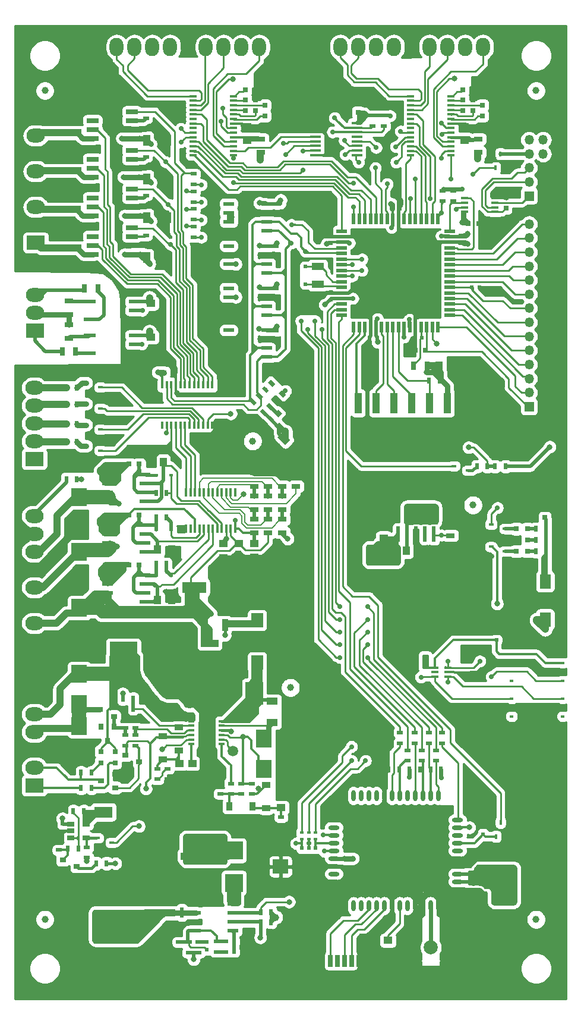
<source format=gbr>
%TF.GenerationSoftware,KiCad,Pcbnew,(5.1.0)-1*%
%TF.CreationDate,2019-03-20T15:23:45+01:00*%
%TF.ProjectId,AcroBoard_Station_GPRS_V04R04_XTAL,4163726f-426f-4617-9264-5f5374617469,rev?*%
%TF.SameCoordinates,Original*%
%TF.FileFunction,Copper,L1,Top*%
%TF.FilePolarity,Positive*%
%FSLAX46Y46*%
G04 Gerber Fmt 4.6, Leading zero omitted, Abs format (unit mm)*
G04 Created by KiCad (PCBNEW (5.1.0)-1) date 2019-03-20 15:23:45*
%MOMM*%
%LPD*%
G04 APERTURE LIST*
%TA.AperFunction,SMDPad,CuDef*%
%ADD10R,1.550000X0.600000*%
%TD*%
%TA.AperFunction,SMDPad,CuDef*%
%ADD11O,0.600000X1.600000*%
%TD*%
%TA.AperFunction,SMDPad,CuDef*%
%ADD12O,1.600000X0.600000*%
%TD*%
%TA.AperFunction,SMDPad,CuDef*%
%ADD13R,0.600000X0.500000*%
%TD*%
%TA.AperFunction,SMDPad,CuDef*%
%ADD14R,1.800000X1.000000*%
%TD*%
%TA.AperFunction,SMDPad,CuDef*%
%ADD15R,0.889000X0.420000*%
%TD*%
%TA.AperFunction,ComponentPad*%
%ADD16C,0.600000*%
%TD*%
%TA.AperFunction,SMDPad,CuDef*%
%ADD17R,1.651000X2.845000*%
%TD*%
%TA.AperFunction,SMDPad,CuDef*%
%ADD18R,1.000000X1.600000*%
%TD*%
%TA.AperFunction,SMDPad,CuDef*%
%ADD19R,0.600000X2.200000*%
%TD*%
%TA.AperFunction,SMDPad,CuDef*%
%ADD20R,3.450000X2.150000*%
%TD*%
%TA.AperFunction,SMDPad,CuDef*%
%ADD21R,1.250000X1.000000*%
%TD*%
%TA.AperFunction,SMDPad,CuDef*%
%ADD22R,0.500000X0.600000*%
%TD*%
%TA.AperFunction,SMDPad,CuDef*%
%ADD23R,0.700000X0.450000*%
%TD*%
%TA.AperFunction,SMDPad,CuDef*%
%ADD24R,0.500000X0.900000*%
%TD*%
%TA.AperFunction,SMDPad,CuDef*%
%ADD25R,0.900000X0.500000*%
%TD*%
%TA.AperFunction,SMDPad,CuDef*%
%ADD26R,1.060000X0.650000*%
%TD*%
%TA.AperFunction,SMDPad,CuDef*%
%ADD27R,2.600000X1.600000*%
%TD*%
%TA.AperFunction,SMDPad,CuDef*%
%ADD28R,0.900000X0.800000*%
%TD*%
%TA.AperFunction,SMDPad,CuDef*%
%ADD29R,1.000000X1.250000*%
%TD*%
%TA.AperFunction,SMDPad,CuDef*%
%ADD30R,1.300000X0.700000*%
%TD*%
%TA.AperFunction,SMDPad,CuDef*%
%ADD31R,2.200000X2.000000*%
%TD*%
%TA.AperFunction,SMDPad,CuDef*%
%ADD32R,2.500000X2.550000*%
%TD*%
%TA.AperFunction,SMDPad,CuDef*%
%ADD33R,2.500000X1.000000*%
%TD*%
%TA.AperFunction,ComponentPad*%
%ADD34R,2.000000X2.000000*%
%TD*%
%TA.AperFunction,ComponentPad*%
%ADD35C,2.000000*%
%TD*%
%TA.AperFunction,SMDPad,CuDef*%
%ADD36R,1.200000X0.900000*%
%TD*%
%TA.AperFunction,SMDPad,CuDef*%
%ADD37R,1.750000X0.650000*%
%TD*%
%TA.AperFunction,SMDPad,CuDef*%
%ADD38R,1.600000X1.000000*%
%TD*%
%TA.AperFunction,SMDPad,CuDef*%
%ADD39C,1.000000*%
%TD*%
%TA.AperFunction,Conductor*%
%ADD40C,0.050000*%
%TD*%
%TA.AperFunction,ComponentPad*%
%ADD41R,2.600000X2.000000*%
%TD*%
%TA.AperFunction,ComponentPad*%
%ADD42O,2.600000X2.000000*%
%TD*%
%TA.AperFunction,SMDPad,CuDef*%
%ADD43R,0.700000X1.300000*%
%TD*%
%TA.AperFunction,SMDPad,CuDef*%
%ADD44R,0.800000X0.800000*%
%TD*%
%TA.AperFunction,SMDPad,CuDef*%
%ADD45R,3.500000X1.600000*%
%TD*%
%TA.AperFunction,SMDPad,CuDef*%
%ADD46R,1.700000X2.000000*%
%TD*%
%TA.AperFunction,SMDPad,CuDef*%
%ADD47R,4.000000X2.500000*%
%TD*%
%TA.AperFunction,SMDPad,CuDef*%
%ADD48R,1.800860X0.500380*%
%TD*%
%TA.AperFunction,SMDPad,CuDef*%
%ADD49R,2.300000X2.500000*%
%TD*%
%TA.AperFunction,SMDPad,CuDef*%
%ADD50R,0.400000X1.200000*%
%TD*%
%TA.AperFunction,SMDPad,CuDef*%
%ADD51R,0.800000X0.750000*%
%TD*%
%TA.AperFunction,SMDPad,CuDef*%
%ADD52R,0.750000X0.800000*%
%TD*%
%TA.AperFunction,SMDPad,CuDef*%
%ADD53C,0.750000*%
%TD*%
%TA.AperFunction,SMDPad,CuDef*%
%ADD54C,0.550000*%
%TD*%
%TA.AperFunction,SMDPad,CuDef*%
%ADD55R,1.500000X0.450000*%
%TD*%
%TA.AperFunction,SMDPad,CuDef*%
%ADD56R,0.450000X0.700000*%
%TD*%
%TA.AperFunction,ComponentPad*%
%ADD57C,2.200000*%
%TD*%
%TA.AperFunction,SMDPad,CuDef*%
%ADD58R,0.800000X0.900000*%
%TD*%
%TA.AperFunction,SMDPad,CuDef*%
%ADD59R,1.100000X0.400000*%
%TD*%
%TA.AperFunction,SMDPad,CuDef*%
%ADD60R,0.400000X1.100000*%
%TD*%
%TA.AperFunction,SMDPad,CuDef*%
%ADD61R,2.500000X3.300000*%
%TD*%
%TA.AperFunction,SMDPad,CuDef*%
%ADD62R,0.900000X1.700000*%
%TD*%
%TA.AperFunction,SMDPad,CuDef*%
%ADD63R,0.900000X1.200000*%
%TD*%
%TA.AperFunction,SMDPad,CuDef*%
%ADD64R,3.000000X1.600000*%
%TD*%
%TA.AperFunction,BGAPad,CuDef*%
%ADD65C,1.000000*%
%TD*%
%TA.AperFunction,ComponentPad*%
%ADD66R,1.350000X1.350000*%
%TD*%
%TA.AperFunction,ComponentPad*%
%ADD67O,1.350000X1.350000*%
%TD*%
%TA.AperFunction,SMDPad,CuDef*%
%ADD68R,1.399540X1.998980*%
%TD*%
%TA.AperFunction,SMDPad,CuDef*%
%ADD69R,0.650240X1.651000*%
%TD*%
%TA.AperFunction,SMDPad,CuDef*%
%ADD70R,0.600000X0.400000*%
%TD*%
%TA.AperFunction,SMDPad,CuDef*%
%ADD71R,1.600000X2.000000*%
%TD*%
%TA.AperFunction,SMDPad,CuDef*%
%ADD72R,0.600000X0.450000*%
%TD*%
%TA.AperFunction,SMDPad,CuDef*%
%ADD73R,0.540000X0.450000*%
%TD*%
%TA.AperFunction,SMDPad,CuDef*%
%ADD74R,1.200000X0.890000*%
%TD*%
%TA.AperFunction,SMDPad,CuDef*%
%ADD75R,1.200000X0.520000*%
%TD*%
%TA.AperFunction,SMDPad,CuDef*%
%ADD76R,0.940000X2.100000*%
%TD*%
%TA.AperFunction,SMDPad,CuDef*%
%ADD77C,0.940000*%
%TD*%
%TA.AperFunction,SMDPad,CuDef*%
%ADD78R,1.500000X0.550000*%
%TD*%
%TA.AperFunction,SMDPad,CuDef*%
%ADD79R,0.550000X1.500000*%
%TD*%
%TA.AperFunction,SMDPad,CuDef*%
%ADD80R,1.000000X3.000000*%
%TD*%
%TA.AperFunction,ComponentPad*%
%ADD81R,2.000000X2.600000*%
%TD*%
%TA.AperFunction,ComponentPad*%
%ADD82O,2.000000X2.600000*%
%TD*%
%TA.AperFunction,SMDPad,CuDef*%
%ADD83R,1.050000X0.400000*%
%TD*%
%TA.AperFunction,ComponentPad*%
%ADD84C,1.500000*%
%TD*%
%TA.AperFunction,ViaPad*%
%ADD85C,0.800000*%
%TD*%
%TA.AperFunction,ViaPad*%
%ADD86C,0.700000*%
%TD*%
%TA.AperFunction,ViaPad*%
%ADD87C,1.000000*%
%TD*%
%TA.AperFunction,Conductor*%
%ADD88C,0.800000*%
%TD*%
%TA.AperFunction,Conductor*%
%ADD89C,0.250000*%
%TD*%
%TA.AperFunction,Conductor*%
%ADD90C,0.500000*%
%TD*%
%TA.AperFunction,Conductor*%
%ADD91C,0.350000*%
%TD*%
%TA.AperFunction,Conductor*%
%ADD92C,1.000000*%
%TD*%
%TA.AperFunction,Conductor*%
%ADD93C,2.000000*%
%TD*%
%TA.AperFunction,Conductor*%
%ADD94C,0.400000*%
%TD*%
%TA.AperFunction,Conductor*%
%ADD95C,0.600000*%
%TD*%
%TA.AperFunction,Conductor*%
%ADD96C,0.200000*%
%TD*%
%TA.AperFunction,Conductor*%
%ADD97C,0.640000*%
%TD*%
%TA.AperFunction,Conductor*%
%ADD98C,0.254000*%
%TD*%
G04 APERTURE END LIST*
D10*
%TO.P,U9,8*%
%TO.N,Net-(L4-Pad1)*%
X81829333Y-145785936D03*
%TO.P,U9,7*%
%TO.N,/PG*%
X81829333Y-147055936D03*
%TO.P,U9,6*%
%TO.N,SW3*%
X81829333Y-148325936D03*
%TO.P,U9,5*%
%TO.N,Net-(C31-Pad1)*%
X81829333Y-149595936D03*
%TO.P,U9,4*%
%TO.N,Net-(C31-Pad2)*%
X76429333Y-149595936D03*
%TO.P,U9,3*%
%TO.N,GND*%
X76429333Y-148325936D03*
%TO.P,U9,2*%
%TO.N,VSelected*%
X76429333Y-147055936D03*
%TO.P,U9,1*%
%TO.N,GND*%
X76429333Y-145785936D03*
%TD*%
D11*
%TO.P,U13,1*%
%TO.N,/SIM_TXD*%
X111050000Y-130375000D03*
%TO.P,U13,2*%
%TO.N,/SIM_RXD*%
X109950000Y-130375000D03*
%TO.P,U13,3*%
%TO.N,/XMRTS_TO_SIM*%
X108850000Y-130375000D03*
%TO.P,U13,4*%
%TO.N,/SIMCTS_TO_SIM*%
X107750000Y-130375000D03*
%TO.P,U13,5*%
%TO.N,Net-(U13-Pad5)*%
X106650000Y-130375000D03*
%TO.P,U13,6*%
%TO.N,/XMDTR_TO_SIM*%
X105550000Y-130375000D03*
%TO.P,U13,7*%
%TO.N,/RING_TO_SIM*%
X104450000Y-130375000D03*
%TO.P,U13,8*%
%TO.N,GND*%
X103350000Y-130375000D03*
%TO.P,U13,9*%
%TO.N,Net-(U13-Pad9)*%
X102250000Y-130375000D03*
%TO.P,U13,10*%
%TO.N,Net-(U13-Pad10)*%
X101150000Y-130375000D03*
%TO.P,U13,11*%
%TO.N,Net-(U13-Pad11)*%
X100050000Y-130375000D03*
%TO.P,U13,12*%
%TO.N,Net-(U13-Pad12)*%
X98950000Y-130375000D03*
D12*
%TO.P,U13,13*%
%TO.N,GND*%
X96200000Y-133825000D03*
%TO.P,U13,14*%
%TO.N,Net-(U13-Pad14)*%
X96200000Y-134925000D03*
%TO.P,U13,15*%
%TO.N,/SIM_DATA*%
X96200000Y-136025000D03*
%TO.P,U13,16*%
%TO.N,/SIM_CLK*%
X96200000Y-137125000D03*
%TO.P,U13,17*%
%TO.N,/SIM_RST*%
X96200000Y-138225000D03*
%TO.P,U13,18*%
%TO.N,/SIM_VDD*%
X96200000Y-139325000D03*
%TO.P,U13,19*%
%TO.N,GND*%
X96200000Y-140425000D03*
%TO.P,U13,20*%
%TO.N,Net-(U13-Pad20)*%
X96200000Y-141525000D03*
%TO.P,U13,21*%
%TO.N,GND*%
X96200000Y-142625000D03*
D11*
%TO.P,U13,22*%
%TO.N,Net-(U13-Pad22)*%
X98950000Y-146075000D03*
%TO.P,U13,23*%
%TO.N,Net-(U13-Pad23)*%
X100050000Y-146075000D03*
%TO.P,U13,24*%
%TO.N,/SIM_USB_VBUS*%
X101150000Y-146075000D03*
%TO.P,U13,25*%
%TO.N,/SIM_USB_DP*%
X102250000Y-146075000D03*
%TO.P,U13,26*%
%TO.N,/SIM_USB_DM*%
X103350000Y-146075000D03*
%TO.P,U13,27*%
%TO.N,GND*%
X104450000Y-146075000D03*
%TO.P,U13,28*%
%TO.N,/VRTC_SIM*%
X105550000Y-146075000D03*
%TO.P,U13,29*%
%TO.N,Net-(U13-Pad29)*%
X106650000Y-146075000D03*
%TO.P,U13,30*%
%TO.N,GND*%
X107750000Y-146075000D03*
%TO.P,U13,31*%
X108850000Y-146075000D03*
%TO.P,U13,32*%
%TO.N,/RF_ANT*%
X109950000Y-146075000D03*
%TO.P,U13,33*%
%TO.N,GND*%
X111050000Y-146075000D03*
D12*
%TO.P,U13,34*%
%TO.N,V4.0*%
X113800000Y-142625000D03*
%TO.P,U13,35*%
X113800000Y-141525000D03*
%TO.P,U13,36*%
%TO.N,GND*%
X113800000Y-140425000D03*
%TO.P,U13,37*%
X113800000Y-139325000D03*
%TO.P,U13,38*%
%TO.N,Net-(U13-Pad38)*%
X113800000Y-138225000D03*
%TO.P,U13,39*%
%TO.N,/PWRKEY*%
X113800000Y-137125000D03*
%TO.P,U13,40*%
%TO.N,/SIM_VDDEXT*%
X113800000Y-136025000D03*
%TO.P,U13,41*%
%TO.N,/NETLIGHT*%
X113800000Y-134925000D03*
%TO.P,U13,42*%
%TO.N,Net-(R78-Pad2)*%
X113800000Y-133825000D03*
%TD*%
D13*
%TO.P,C51,2*%
%TO.N,GND*%
X91050000Y-55050000D03*
%TO.P,C51,1*%
%TO.N,/TOSC2*%
X92150000Y-55050000D03*
%TD*%
D14*
%TO.P,Y1,2*%
%TO.N,/TOSC2*%
X93900000Y-55050000D03*
%TO.P,Y1,1*%
%TO.N,/TOSC1*%
X93900000Y-57550000D03*
%TD*%
D13*
%TO.P,C49,1*%
%TO.N,/TOSC1*%
X92150000Y-57550000D03*
%TO.P,C49,2*%
%TO.N,GND*%
X91050000Y-57550000D03*
%TD*%
D15*
%TO.P,U17,1*%
%TO.N,/BC_Vin*%
X75870639Y-119785213D03*
%TO.P,U17,2*%
%TO.N,/Vin_reg*%
X75870639Y-120435213D03*
%TO.P,U17,3*%
%TO.N,/~BC_SHDN*%
X75870639Y-121085213D03*
%TO.P,U17,4*%
%TO.N,/~CHARGE*%
X75870639Y-121735213D03*
%TO.P,U17,5*%
%TO.N,/~FAULT*%
X75870639Y-122385213D03*
%TO.P,U17,6*%
%TO.N,/BC_Timer*%
X75870639Y-123035213D03*
%TO.P,U17,7*%
%TO.N,Net-(R51-Pad2)*%
X80210639Y-123035213D03*
%TO.P,U17,8*%
%TO.N,/BC_NTC*%
X80210639Y-122385213D03*
%TO.P,U17,9*%
%TO.N,/VPrimary*%
X80210639Y-121735213D03*
%TO.P,U17,10*%
%TO.N,Net-(L5-Pad1)*%
X80210639Y-121085213D03*
%TO.P,U17,11*%
%TO.N,Net-(C68-Pad2)*%
X80210639Y-120435213D03*
%TO.P,U17,12*%
%TO.N,Net-(C68-Pad1)*%
X80210639Y-119785213D03*
D16*
%TO.P,U17,13*%
%TO.N,GND*%
X78440639Y-120410213D03*
D17*
X78040639Y-121410213D03*
D16*
X78440639Y-121110213D03*
X78440639Y-121810213D03*
X78440639Y-122510213D03*
X77640639Y-120310213D03*
X77640639Y-121010213D03*
X77640639Y-121710213D03*
X77640639Y-122410213D03*
%TD*%
D18*
%TO.P,C66,1*%
%TO.N,VSelected*%
X69500000Y-42600000D03*
%TO.P,C66,2*%
%TO.N,GND*%
X72500000Y-42600000D03*
%TD*%
%TO.P,C65,1*%
%TO.N,VSelected*%
X69500000Y-37100000D03*
%TO.P,C65,2*%
%TO.N,GND*%
X72500000Y-37100000D03*
%TD*%
%TO.P,C55,1*%
%TO.N,VSelected*%
X69500000Y-53800000D03*
%TO.P,C55,2*%
%TO.N,GND*%
X72500000Y-53800000D03*
%TD*%
%TO.P,C54,1*%
%TO.N,VSelected*%
X69500000Y-48100000D03*
%TO.P,C54,2*%
%TO.N,GND*%
X72500000Y-48100000D03*
%TD*%
D19*
%TO.P,U10,4*%
%TO.N,Net-(U10-Pad4)*%
X109170000Y-93137500D03*
%TO.P,U10,2*%
%TO.N,V3.3*%
X106630000Y-93137500D03*
D20*
%TO.P,U10,6*%
%TO.N,GND*%
X107900000Y-86837500D03*
D19*
%TO.P,U10,3*%
X107900000Y-93137500D03*
%TO.P,U10,5*%
%TO.N,/PG*%
X110440000Y-93137500D03*
%TO.P,U10,1*%
%TO.N,V4.0*%
X105360000Y-93137500D03*
%TD*%
D21*
%TO.P,C17,1*%
%TO.N,V4.0*%
X117000000Y-141300000D03*
%TO.P,C17,2*%
%TO.N,GND*%
X117000000Y-139300000D03*
%TD*%
%TO.P,C16,1*%
%TO.N,/Vcc-5*%
X83800000Y-37100000D03*
%TO.P,C16,2*%
%TO.N,GND*%
X83800000Y-35100000D03*
%TD*%
D22*
%TO.P,C38,1*%
%TO.N,V4.0*%
X115600000Y-141550000D03*
%TO.P,C38,2*%
%TO.N,GND*%
X115600000Y-140450000D03*
%TD*%
%TO.P,C37,1*%
%TO.N,V4.0*%
X115600000Y-142650000D03*
%TO.P,C37,2*%
%TO.N,GND*%
X115600000Y-143750000D03*
%TD*%
D23*
%TO.P,T10,1*%
%TO.N,/PF4*%
X113300000Y-83450000D03*
%TO.P,T10,2*%
%TO.N,GND*%
X113300000Y-84750000D03*
%TO.P,T10,3*%
%TO.N,Net-(R11-Pad2)*%
X115300000Y-84100000D03*
%TD*%
D22*
%TO.P,C62,2*%
%TO.N,GND*%
X57500000Y-135505000D03*
%TO.P,C62,1*%
%TO.N,VSelected*%
X57500000Y-134405000D03*
%TD*%
D24*
%TO.P,R47,2*%
%TO.N,/THR*%
X60550000Y-132605000D03*
%TO.P,R47,1*%
%TO.N,Net-(R47-Pad1)*%
X59050000Y-132605000D03*
%TD*%
%TO.P,R52,2*%
%TO.N,Net-(Q9-Pad1)*%
X58250000Y-137930000D03*
%TO.P,R52,1*%
%TO.N,Net-(R47-Pad1)*%
X59750000Y-137930000D03*
%TD*%
%TO.P,R56,2*%
%TO.N,Net-(Q9-Pad3)*%
X62300000Y-140030000D03*
%TO.P,R56,1*%
%TO.N,SW3*%
X63800000Y-140030000D03*
%TD*%
D25*
%TO.P,R45,2*%
%TO.N,/TRG*%
X61000000Y-137730000D03*
%TO.P,R45,1*%
%TO.N,VSelected*%
X61000000Y-139230000D03*
%TD*%
D26*
%TO.P,U20,5*%
%TO.N,/THR*%
X60900000Y-134455000D03*
%TO.P,U20,4*%
%TO.N,/TRG*%
X60900000Y-136355000D03*
%TO.P,U20,3*%
%TO.N,Net-(R47-Pad1)*%
X58700000Y-136355000D03*
%TO.P,U20,2*%
%TO.N,GND*%
X58700000Y-135405000D03*
%TO.P,U20,1*%
%TO.N,VSelected*%
X58700000Y-134455000D03*
%TD*%
D27*
%TO.P,C67,2*%
%TO.N,GND*%
X66950000Y-132730000D03*
%TO.P,C67,1*%
%TO.N,/THR*%
X63350000Y-132730000D03*
%TD*%
D28*
%TO.P,Q9,3*%
%TO.N,Net-(Q9-Pad3)*%
X59550000Y-140480000D03*
%TO.P,Q9,2*%
%TO.N,GND*%
X57550000Y-141430000D03*
%TO.P,Q9,1*%
%TO.N,Net-(Q9-Pad1)*%
X57550000Y-139530000D03*
%TD*%
D23*
%TO.P,T4,3*%
%TO.N,/TRG*%
X62500000Y-136430000D03*
%TO.P,T4,2*%
%TO.N,GND*%
X64500000Y-135780000D03*
%TO.P,T4,1*%
%TO.N,/PCAL_P7*%
X64500000Y-137080000D03*
%TD*%
D25*
%TO.P,R54,2*%
%TO.N,GND*%
X57000000Y-136630000D03*
%TO.P,R54,1*%
%TO.N,Net-(Q9-Pad1)*%
X57000000Y-138130000D03*
%TD*%
%TO.P,R82,1*%
%TO.N,/CMD_PSW3*%
X76200000Y-44350000D03*
%TO.P,R82,2*%
%TO.N,V3.3*%
X76200000Y-45850000D03*
%TD*%
%TO.P,R81,1*%
%TO.N,/CMD_PSW4*%
X76200000Y-41850000D03*
%TO.P,R81,2*%
%TO.N,V3.3*%
X76200000Y-43350000D03*
%TD*%
%TO.P,R80,1*%
%TO.N,/CMD_PSW2*%
X76200000Y-46850000D03*
%TO.P,R80,2*%
%TO.N,V3.3*%
X76200000Y-48350000D03*
%TD*%
%TO.P,R79,1*%
%TO.N,/CMD_PSW1*%
X76200000Y-49350000D03*
%TO.P,R79,2*%
%TO.N,V3.3*%
X76200000Y-50850000D03*
%TD*%
D24*
%TO.P,R70,1*%
%TO.N,GND*%
X103960000Y-126660000D03*
%TO.P,R70,2*%
%TO.N,/XMDTR_TO_SIM*%
X105460000Y-126660000D03*
%TD*%
D25*
%TO.P,R78,1*%
%TO.N,/S900STATUS*%
X111610000Y-121410000D03*
%TO.P,R78,2*%
%TO.N,Net-(R78-Pad2)*%
X111610000Y-122910000D03*
%TD*%
D24*
%TO.P,R77,1*%
%TO.N,GND*%
X111460000Y-126660000D03*
%TO.P,R77,2*%
%TO.N,/SIM_RXD*%
X109960000Y-126660000D03*
%TD*%
D25*
%TO.P,R76,1*%
%TO.N,/SIM_RXD*%
X109710000Y-122910000D03*
%TO.P,R76,2*%
%TO.N,/XMTXD-S900RXD*%
X109710000Y-121410000D03*
%TD*%
%TO.P,R75,1*%
%TO.N,/SIM_TXD*%
X110710000Y-125410000D03*
%TO.P,R75,2*%
%TO.N,/XMRXD-S900TXD*%
X110710000Y-123910000D03*
%TD*%
D24*
%TO.P,R74,1*%
%TO.N,GND*%
X106960000Y-126660000D03*
%TO.P,R74,2*%
%TO.N,/XMRTS_TO_SIM*%
X108460000Y-126660000D03*
%TD*%
D25*
%TO.P,R73,1*%
%TO.N,/XMRTS_TO_SIM*%
X108710000Y-125410000D03*
%TO.P,R73,2*%
%TO.N,/XMRTS*%
X108710000Y-123910000D03*
%TD*%
%TO.P,R72,1*%
%TO.N,/SIMCTS_TO_SIM*%
X107710000Y-122910000D03*
%TO.P,R72,2*%
%TO.N,/S900CTS*%
X107710000Y-121410000D03*
%TD*%
%TO.P,R71,1*%
%TO.N,/RING_TO_SIM*%
X105610000Y-122910000D03*
%TO.P,R71,2*%
%TO.N,/S900RI*%
X105610000Y-121410000D03*
%TD*%
%TO.P,R13,1*%
%TO.N,/XMDTR_TO_SIM*%
X106710000Y-125410000D03*
%TO.P,R13,2*%
%TO.N,/XMDTR*%
X106710000Y-123910000D03*
%TD*%
D23*
%TO.P,T9,1*%
%TO.N,/NETLIGHT*%
X118600000Y-94950000D03*
%TO.P,T9,2*%
%TO.N,GND*%
X118600000Y-96250000D03*
%TO.P,T9,3*%
%TO.N,Net-(D1-Pad1)*%
X120600000Y-95600000D03*
%TD*%
D29*
%TO.P,Cvs1,1*%
%TO.N,Net-(Cvs1-Pad1)*%
X71900000Y-82900000D03*
%TO.P,Cvs1,2*%
%TO.N,GND*%
X69900000Y-82900000D03*
%TD*%
%TO.P,Cvs3,1*%
%TO.N,Net-(Cvs3-Pad1)*%
X71080000Y-95300000D03*
%TO.P,Cvs3,2*%
%TO.N,GND*%
X73080000Y-95300000D03*
%TD*%
%TO.P,Cvs2,1*%
%TO.N,Net-(Cvs2-Pad1)*%
X71080000Y-102500000D03*
%TO.P,Cvs2,2*%
%TO.N,GND*%
X73080000Y-102500000D03*
%TD*%
D30*
%TO.P,R69,1*%
%TO.N,/PG*%
X112800000Y-93350000D03*
%TO.P,R69,2*%
%TO.N,GND*%
X112800000Y-95250000D03*
%TD*%
D24*
%TO.P,R68,1*%
%TO.N,VSelected*%
X87250000Y-147000000D03*
%TO.P,R68,2*%
%TO.N,/PG*%
X85750000Y-147000000D03*
%TD*%
D29*
%TO.P,C45,1*%
%TO.N,GND*%
X108500000Y-95500000D03*
%TO.P,C45,2*%
%TO.N,V3.3*%
X106500000Y-95500000D03*
%TD*%
D25*
%TO.P,R17,1*%
%TO.N,Net-(C40-Pad2)*%
X76900000Y-151250000D03*
%TO.P,R17,2*%
%TO.N,V4.0*%
X76900000Y-152750000D03*
%TD*%
%TO.P,R16,1*%
%TO.N,Net-(C31-Pad2)*%
X74100000Y-151250000D03*
%TO.P,R16,2*%
%TO.N,GND*%
X74100000Y-149750000D03*
%TD*%
%TO.P,R15,1*%
%TO.N,V4.0*%
X75500000Y-152750000D03*
%TO.P,R15,2*%
%TO.N,Net-(C31-Pad2)*%
X75500000Y-151250000D03*
%TD*%
%TO.P,R14,1*%
%TO.N,Net-(C32-Pad2)*%
X79500000Y-152650000D03*
%TO.P,R14,2*%
%TO.N,Net-(C31-Pad2)*%
X79500000Y-151150000D03*
%TD*%
D24*
%TO.P,R12,1*%
%TO.N,GND*%
X87250000Y-149800000D03*
%TO.P,R12,2*%
%TO.N,SW3*%
X85750000Y-149800000D03*
%TD*%
%TO.P,R9,1*%
%TO.N,VSelected*%
X87250000Y-148400000D03*
%TO.P,R9,2*%
%TO.N,SW3*%
X85750000Y-148400000D03*
%TD*%
D31*
%TO.P,L4,*%
%TO.N,GND*%
X88579333Y-140490936D03*
D32*
%TO.P,L4,2*%
%TO.N,V4.0*%
X81929333Y-138190936D03*
%TO.P,L4,1*%
%TO.N,Net-(L4-Pad1)*%
X81929333Y-142790936D03*
%TD*%
D21*
%TO.P,C50,1*%
%TO.N,V4.0*%
X103300000Y-93700000D03*
%TO.P,C50,2*%
%TO.N,GND*%
X103300000Y-91700000D03*
%TD*%
D33*
%TO.P,C42,1*%
%TO.N,V4.0*%
X75629333Y-138990936D03*
%TO.P,C42,2*%
%TO.N,GND*%
X75629333Y-141990936D03*
%TD*%
%TO.P,C41,1*%
%TO.N,V4.0*%
X78629333Y-138990936D03*
%TO.P,C41,2*%
%TO.N,GND*%
X78629333Y-141990936D03*
%TD*%
D22*
%TO.P,C40,1*%
%TO.N,Net-(C31-Pad2)*%
X78100000Y-152350000D03*
%TO.P,C40,2*%
%TO.N,Net-(C40-Pad2)*%
X78100000Y-151250000D03*
%TD*%
D13*
%TO.P,C32,1*%
%TO.N,Net-(C31-Pad1)*%
X81950000Y-152650000D03*
%TO.P,C32,2*%
%TO.N,Net-(C32-Pad2)*%
X80850000Y-152650000D03*
%TD*%
%TO.P,C31,1*%
%TO.N,Net-(C31-Pad1)*%
X81950000Y-151150000D03*
%TO.P,C31,2*%
%TO.N,Net-(C31-Pad2)*%
X80850000Y-151150000D03*
%TD*%
D22*
%TO.P,C30,1*%
%TO.N,GND*%
X74500000Y-148600000D03*
%TO.P,C30,2*%
%TO.N,VSelected*%
X74500000Y-147500000D03*
%TD*%
%TO.P,C29,1*%
%TO.N,SW3*%
X83600000Y-148350000D03*
%TO.P,C29,2*%
%TO.N,GND*%
X83600000Y-149450000D03*
%TD*%
%TO.P,C28,1*%
%TO.N,VSelected*%
X74500000Y-146550000D03*
%TO.P,C28,2*%
%TO.N,GND*%
X74500000Y-145450000D03*
%TD*%
D21*
%TO.P,C27,1*%
%TO.N,VSelected*%
X73000000Y-147100000D03*
%TO.P,C27,2*%
%TO.N,GND*%
X73000000Y-145100000D03*
%TD*%
D34*
%TO.P,C26,1*%
%TO.N,VSelected*%
X66000000Y-149000000D03*
D35*
%TO.P,C26,2*%
%TO.N,GND*%
X66000000Y-144000000D03*
%TD*%
D21*
%TO.P,C46,1*%
%TO.N,GND*%
X103900000Y-153000000D03*
%TO.P,C46,2*%
%TO.N,/VRTC_SIM*%
X103900000Y-151000000D03*
%TD*%
D28*
%TO.P,Q5,1*%
%TO.N,/~CHARGE*%
X66450000Y-124640000D03*
%TO.P,Q5,2*%
%TO.N,GND*%
X66450000Y-126540000D03*
%TO.P,Q5,3*%
%TO.N,/CLED_CMD*%
X68450000Y-125590000D03*
%TD*%
D36*
%TO.P,D12,1*%
%TO.N,Net-(C63-Pad2)*%
X86500000Y-132150000D03*
%TO.P,D12,2*%
%TO.N,/~CHARGE*%
X86500000Y-128850000D03*
%TD*%
D28*
%TO.P,Q10,3*%
%TO.N,/ALT_CHARGE*%
X63000000Y-128300000D03*
%TO.P,Q10,2*%
%TO.N,GND*%
X65000000Y-127350000D03*
%TO.P,Q10,1*%
%TO.N,/CLED_CMD*%
X65000000Y-129250000D03*
%TD*%
D10*
%TO.P,Q7,1*%
%TO.N,Net-(Cvs2-Pad1)*%
X69300000Y-102795000D03*
%TO.P,Q7,2*%
%TO.N,Net-(C64-Pad2)*%
X69300000Y-101525000D03*
%TO.P,Q7,3*%
%TO.N,Net-(Cvs2-Pad1)*%
X69300000Y-100255000D03*
%TO.P,Q7,4*%
%TO.N,Net-(C64-Pad2)*%
X69300000Y-98985000D03*
%TO.P,Q7,5*%
%TO.N,VSelected*%
X63900000Y-98985000D03*
%TO.P,Q7,6*%
X63900000Y-100255000D03*
%TO.P,Q7,7*%
%TO.N,/VPrimary*%
X63900000Y-101525000D03*
%TO.P,Q7,8*%
X63900000Y-102795000D03*
%TD*%
%TO.P,Q8,1*%
%TO.N,Net-(Cvs3-Pad1)*%
X69300000Y-95705000D03*
%TO.P,Q8,2*%
%TO.N,Net-(C69-Pad2)*%
X69300000Y-94435000D03*
%TO.P,Q8,3*%
%TO.N,Net-(Cvs3-Pad1)*%
X69300000Y-93165000D03*
%TO.P,Q8,4*%
%TO.N,Net-(C69-Pad2)*%
X69300000Y-91895000D03*
%TO.P,Q8,5*%
%TO.N,VSelected*%
X63900000Y-91895000D03*
%TO.P,Q8,6*%
X63900000Y-93165000D03*
%TO.P,Q8,7*%
%TO.N,/Vbackup*%
X63900000Y-94435000D03*
%TO.P,Q8,8*%
X63900000Y-95705000D03*
%TD*%
%TO.P,Q6,1*%
%TO.N,Net-(Cvs1-Pad1)*%
X69300000Y-88440000D03*
%TO.P,Q6,2*%
%TO.N,Net-(C57-Pad2)*%
X69300000Y-87170000D03*
%TO.P,Q6,3*%
%TO.N,Net-(Cvs1-Pad1)*%
X69300000Y-85900000D03*
%TO.P,Q6,4*%
%TO.N,Net-(C57-Pad2)*%
X69300000Y-84630000D03*
%TO.P,Q6,5*%
%TO.N,VSelected*%
X63900000Y-84630000D03*
%TO.P,Q6,6*%
X63900000Y-85900000D03*
%TO.P,Q6,7*%
%TO.N,/Vwall*%
X63900000Y-87170000D03*
%TO.P,Q6,8*%
X63900000Y-88440000D03*
%TD*%
D37*
%TO.P,U21,1*%
%TO.N,VSelected*%
X67400000Y-36805000D03*
%TO.P,U21,2*%
%TO.N,GND*%
X67400000Y-35535000D03*
%TO.P,U21,3*%
%TO.N,Net-(R49-Pad2)*%
X67400000Y-34265000D03*
%TO.P,U21,4*%
%TO.N,/CMD_PSW4*%
X67400000Y-32995000D03*
%TO.P,U21,5*%
%TO.N,GND*%
X61800000Y-32995000D03*
%TO.P,U21,6*%
%TO.N,Net-(U21-Pad6)*%
X61800000Y-34265000D03*
%TO.P,U21,7*%
%TO.N,/STATUS_PSW4*%
X61800000Y-35535000D03*
%TO.P,U21,8*%
%TO.N,/PSW4*%
X61800000Y-36805000D03*
%TD*%
%TO.P,U15,1*%
%TO.N,VSelected*%
X67400000Y-47805000D03*
%TO.P,U15,2*%
%TO.N,GND*%
X67400000Y-46535000D03*
%TO.P,U15,3*%
%TO.N,Net-(R35-Pad2)*%
X67400000Y-45265000D03*
%TO.P,U15,4*%
%TO.N,/CMD_PSW2*%
X67400000Y-43995000D03*
%TO.P,U15,5*%
%TO.N,GND*%
X61800000Y-43995000D03*
%TO.P,U15,6*%
%TO.N,Net-(U15-Pad6)*%
X61800000Y-45265000D03*
%TO.P,U15,7*%
%TO.N,/STATUS_PSW2*%
X61800000Y-46535000D03*
%TO.P,U15,8*%
%TO.N,/PSW2*%
X61800000Y-47805000D03*
%TD*%
%TO.P,U16,1*%
%TO.N,VSelected*%
X67400000Y-53305000D03*
%TO.P,U16,2*%
%TO.N,GND*%
X67400000Y-52035000D03*
%TO.P,U16,3*%
%TO.N,Net-(R34-Pad2)*%
X67400000Y-50765000D03*
%TO.P,U16,4*%
%TO.N,/CMD_PSW1*%
X67400000Y-49495000D03*
%TO.P,U16,5*%
%TO.N,GND*%
X61800000Y-49495000D03*
%TO.P,U16,6*%
%TO.N,Net-(U16-Pad6)*%
X61800000Y-50765000D03*
%TO.P,U16,7*%
%TO.N,/STATUS_PSW1*%
X61800000Y-52035000D03*
%TO.P,U16,8*%
%TO.N,/PSW1*%
X61800000Y-53305000D03*
%TD*%
%TO.P,U22,1*%
%TO.N,VSelected*%
X67400000Y-42305000D03*
%TO.P,U22,2*%
%TO.N,GND*%
X67400000Y-41035000D03*
%TO.P,U22,3*%
%TO.N,Net-(R50-Pad2)*%
X67400000Y-39765000D03*
%TO.P,U22,4*%
%TO.N,/CMD_PSW3*%
X67400000Y-38495000D03*
%TO.P,U22,5*%
%TO.N,GND*%
X61800000Y-38495000D03*
%TO.P,U22,6*%
%TO.N,Net-(U22-Pad6)*%
X61800000Y-39765000D03*
%TO.P,U22,7*%
%TO.N,/STATUS_PSW3*%
X61800000Y-41035000D03*
%TO.P,U22,8*%
%TO.N,/PSW3*%
X61800000Y-42305000D03*
%TD*%
D38*
%TO.P,C68,1*%
%TO.N,Net-(C68-Pad1)*%
X87420000Y-116960000D03*
%TO.P,C68,2*%
%TO.N,Net-(C68-Pad2)*%
X87420000Y-119960000D03*
%TD*%
D39*
%TO.P,C76,1*%
%TO.N,V3.3*%
X89069340Y-79540660D03*
D40*
%TD*%
%TO.N,V3.3*%
%TO.C,C76*%
G36*
X89281472Y-80459899D02*
G01*
X88150101Y-79328528D01*
X88857208Y-78621421D01*
X89988579Y-79752792D01*
X89281472Y-80459899D01*
X89281472Y-80459899D01*
G37*
D39*
%TO.P,C76,2*%
%TO.N,GND*%
X91190660Y-77419340D03*
D40*
%TD*%
%TO.N,GND*%
%TO.C,C76*%
G36*
X91402792Y-78338579D02*
G01*
X90271421Y-77207208D01*
X90978528Y-76500101D01*
X92109899Y-77631472D01*
X91402792Y-78338579D01*
X91402792Y-78338579D01*
G37*
D21*
%TO.P,C3,1*%
%TO.N,/Vcc-3*%
X114800000Y-37100000D03*
%TO.P,C3,2*%
%TO.N,GND*%
X114800000Y-35100000D03*
%TD*%
D24*
%TO.P,R64,1*%
%TO.N,Net-(R64-Pad1)*%
X59550000Y-74700000D03*
%TO.P,R64,2*%
%TO.N,/OC3*%
X58050000Y-74700000D03*
%TD*%
%TO.P,R62,1*%
%TO.N,Net-(R62-Pad1)*%
X59550000Y-80000000D03*
%TO.P,R62,2*%
%TO.N,/OC1*%
X58050000Y-80000000D03*
%TD*%
%TO.P,R63,1*%
%TO.N,Net-(R63-Pad1)*%
X59550000Y-77500000D03*
%TO.P,R63,2*%
%TO.N,/OC2*%
X58050000Y-77500000D03*
%TD*%
%TO.P,R67,1*%
%TO.N,Net-(R67-Pad1)*%
X59550000Y-72320000D03*
%TO.P,R67,2*%
%TO.N,/OC4*%
X58050000Y-72320000D03*
%TD*%
D41*
%TO.P,J3,1*%
%TO.N,/~FAULT*%
X53500000Y-128950000D03*
D42*
%TO.P,J3,2*%
%TO.N,/ALT_CHARGE*%
X53500000Y-126410000D03*
%TO.P,J3,3*%
%TO.N,GND*%
X53500000Y-123870000D03*
%TO.P,J3,4*%
%TO.N,/Panel+*%
X53500000Y-121330000D03*
%TO.P,J3,5*%
%TO.N,/BC_Vin*%
X53500000Y-118790000D03*
%TD*%
D41*
%TO.P,J2,1*%
%TO.N,GND*%
X53500000Y-108350000D03*
D42*
%TO.P,J2,2*%
%TO.N,/VPrimary*%
X53500000Y-105810000D03*
%TO.P,J2,3*%
%TO.N,GND*%
X53500000Y-103270000D03*
%TO.P,J2,4*%
%TO.N,/Vbackup*%
X53500000Y-100730000D03*
%TO.P,J2,5*%
%TO.N,GND*%
X53500000Y-98190000D03*
%TO.P,J2,6*%
%TO.N,/Vwall*%
X53500000Y-95650000D03*
%TO.P,J2,7*%
%TO.N,GND*%
X53500000Y-93110000D03*
%TO.P,J2,8*%
%TO.N,Net-(J2-Pad8)*%
X53500000Y-90570000D03*
%TD*%
D22*
%TO.P,C24,1*%
%TO.N,/PWRKEY*%
X117460000Y-135870000D03*
%TO.P,C24,2*%
%TO.N,GND*%
X117460000Y-134770000D03*
%TD*%
D43*
%TO.P,L3,1*%
%TO.N,V3.3*%
X109450000Y-69200000D03*
%TO.P,L3,2*%
%TO.N,Net-(C39-Pad1)*%
X107550000Y-69200000D03*
%TD*%
D30*
%TO.P,L1,1*%
%TO.N,V3.3*%
X116750000Y-38800000D03*
%TO.P,L1,2*%
%TO.N,/Vcc-3*%
X116750000Y-36900000D03*
%TD*%
%TO.P,L2,1*%
%TO.N,V3.3*%
X85750000Y-38800000D03*
%TO.P,L2,2*%
%TO.N,/Vcc-5*%
X85750000Y-36900000D03*
%TD*%
D24*
%TO.P,R5,1*%
%TO.N,Net-(D3-Pad2)*%
X124950000Y-92400000D03*
%TO.P,R5,2*%
%TO.N,Net-(C10-Pad1)*%
X126450000Y-92400000D03*
%TD*%
D44*
%TO.P,D1,2*%
%TO.N,Net-(D1-Pad2)*%
X123800000Y-95600000D03*
%TO.P,D1,1*%
%TO.N,Net-(D1-Pad1)*%
X122200000Y-95600000D03*
%TD*%
%TO.P,D2,2*%
%TO.N,Net-(D2-Pad2)*%
X123800000Y-94000000D03*
%TO.P,D2,1*%
%TO.N,GND*%
X122200000Y-94000000D03*
%TD*%
%TO.P,D3,2*%
%TO.N,Net-(D3-Pad2)*%
X123800000Y-92400000D03*
%TO.P,D3,1*%
%TO.N,Net-(D3-Pad1)*%
X122200000Y-92400000D03*
%TD*%
D21*
%TO.P,Cv2,1*%
%TO.N,/VPrimary*%
X82600000Y-94500000D03*
%TO.P,Cv2,2*%
%TO.N,GND*%
X82600000Y-96500000D03*
%TD*%
%TO.P,Cv3,1*%
%TO.N,/Vwall*%
X84800000Y-94450000D03*
%TO.P,Cv3,2*%
%TO.N,GND*%
X84800000Y-96450000D03*
%TD*%
%TO.P,Cv1,1*%
%TO.N,/Vbackup*%
X80400000Y-94500000D03*
%TO.P,Cv1,2*%
%TO.N,GND*%
X80400000Y-96500000D03*
%TD*%
D45*
%TO.P,C73,1*%
%TO.N,/VPrimary*%
X76250000Y-100750000D03*
%TO.P,C73,2*%
%TO.N,GND*%
X81650000Y-100750000D03*
%TD*%
D46*
%TO.P,L5,2*%
%TO.N,Net-(C68-Pad1)*%
X85250000Y-111399740D03*
%TO.P,L5,1*%
%TO.N,Net-(L5-Pad1)*%
X85250000Y-105400260D03*
%TD*%
D47*
%TO.P,C56,1*%
%TO.N,/BC_Vin*%
X66180000Y-109720000D03*
%TO.P,C56,2*%
%TO.N,GND*%
X74180000Y-109720000D03*
%TD*%
D48*
%TO.P,U19,6*%
%TO.N,V3.3*%
X67835960Y-60040000D03*
%TO.P,U19,5*%
%TO.N,/PR1*%
X67835960Y-61310000D03*
%TO.P,U19,4*%
%TO.N,GND*%
X67835960Y-62580000D03*
%TO.P,U19,3*%
%TO.N,Net-(R43-Pad2)*%
X61364040Y-62580000D03*
%TO.P,U19,1*%
%TO.N,/VPULSE1*%
X61364040Y-60040000D03*
%TD*%
D49*
%TO.P,D14,1*%
%TO.N,/Vbackup*%
X59900000Y-95650000D03*
%TO.P,D14,2*%
%TO.N,GND*%
X59900000Y-99950000D03*
%TD*%
D50*
%TO.P,U14,1*%
%TO.N,Net-(U14-Pad1)*%
X82092500Y-87200000D03*
%TO.P,U14,2*%
%TO.N,/N_SHDN*%
X81457500Y-87200000D03*
%TO.P,U14,3*%
%TO.N,Net-(R33-Pad1)*%
X80822500Y-87200000D03*
%TO.P,U14,4*%
%TO.N,Net-(R23-Pad2)*%
X80187500Y-87200000D03*
%TO.P,U14,5*%
%TO.N,Net-(R24-Pad2)*%
X79552500Y-87200000D03*
%TO.P,U14,6*%
%TO.N,Net-(R26-Pad2)*%
X78917500Y-87200000D03*
%TO.P,U14,7*%
%TO.N,Net-(R27-Pad2)*%
X78282500Y-87200000D03*
%TO.P,U14,8*%
%TO.N,Net-(R30-Pad2)*%
X77647500Y-87200000D03*
%TO.P,U14,9*%
%TO.N,Net-(R31-Pad2)*%
X77012500Y-87200000D03*
%TO.P,U14,10*%
%TO.N,/NValid1*%
X76377500Y-87200000D03*
%TO.P,U14,11*%
%TO.N,/NValid2*%
X75742500Y-87200000D03*
%TO.P,U14,12*%
%TO.N,/NValid3*%
X75107500Y-87200000D03*
%TO.P,U14,13*%
%TO.N,GND*%
X75107500Y-92400000D03*
%TO.P,U14,14*%
%TO.N,Net-(U14-Pad14)*%
X75742500Y-92400000D03*
%TO.P,U14,15*%
%TO.N,VSelected*%
X76377500Y-92400000D03*
%TO.P,U14,16*%
%TO.N,Net-(D16-Pad2)*%
X77012500Y-92400000D03*
%TO.P,U14,17*%
%TO.N,Net-(Cvs3-Pad1)*%
X77647500Y-92400000D03*
%TO.P,U14,18*%
%TO.N,Net-(D13-Pad2)*%
X78282500Y-92400000D03*
%TO.P,U14,19*%
%TO.N,Net-(Cvs2-Pad1)*%
X78917500Y-92400000D03*
%TO.P,U14,20*%
%TO.N,Net-(D10-Pad2)*%
X79552500Y-92400000D03*
%TO.P,U14,21*%
%TO.N,Net-(Cvs1-Pad1)*%
X80187500Y-92400000D03*
%TO.P,U14,22*%
%TO.N,/Vbackup*%
X80822500Y-92400000D03*
%TO.P,U14,23*%
%TO.N,/VPrimary*%
X81457500Y-92400000D03*
%TO.P,U14,24*%
%TO.N,/Vwall*%
X82092500Y-92400000D03*
%TD*%
D36*
%TO.P,D6,1*%
%TO.N,Net-(C52-Pad2)*%
X74120000Y-123990000D03*
%TO.P,D6,2*%
%TO.N,/Vin_reg*%
X74120000Y-120690000D03*
%TD*%
D25*
%TO.P,R53,1*%
%TO.N,Net-(D15-Pad2)*%
X83000000Y-130150000D03*
%TO.P,R53,2*%
%TO.N,/VPrimary*%
X83000000Y-128650000D03*
%TD*%
%TO.P,R51,1*%
%TO.N,Net-(D15-Pad2)*%
X81500000Y-130150000D03*
%TO.P,R51,2*%
%TO.N,Net-(R51-Pad2)*%
X81500000Y-128650000D03*
%TD*%
%TO.P,R55,1*%
%TO.N,Net-(D15-Pad2)*%
X80000000Y-130150000D03*
%TO.P,R55,2*%
%TO.N,GND*%
X80000000Y-128650000D03*
%TD*%
D24*
%TO.P,R61,1*%
%TO.N,Net-(D20-Pad1)*%
X61650000Y-129300000D03*
%TO.P,R61,2*%
%TO.N,/~FAULT*%
X60150000Y-129300000D03*
%TD*%
%TO.P,R58,1*%
%TO.N,Net-(D19-Pad1)*%
X61650000Y-127100000D03*
%TO.P,R58,2*%
%TO.N,/ALT_CHARGE*%
X60150000Y-127100000D03*
%TD*%
D49*
%TO.P,D4,1*%
%TO.N,/Panel+*%
X59900000Y-120450000D03*
%TO.P,D4,2*%
%TO.N,GND*%
X59900000Y-124750000D03*
%TD*%
D22*
%TO.P,C20,1*%
%TO.N,V4.0*%
X116500000Y-142650000D03*
%TO.P,C20,2*%
%TO.N,GND*%
X116500000Y-143750000D03*
%TD*%
D21*
%TO.P,C63,1*%
%TO.N,GND*%
X88650000Y-130100000D03*
%TO.P,C63,2*%
%TO.N,Net-(C63-Pad2)*%
X88650000Y-132100000D03*
%TD*%
%TO.P,C52,1*%
%TO.N,GND*%
X74200000Y-127800000D03*
%TO.P,C52,2*%
%TO.N,Net-(C52-Pad2)*%
X74200000Y-125800000D03*
%TD*%
D36*
%TO.P,D5,1*%
%TO.N,Net-(C52-Pad2)*%
X71800000Y-125250000D03*
%TO.P,D5,2*%
%TO.N,/~CHARGE*%
X71800000Y-121950000D03*
%TD*%
D25*
%TO.P,R46,1*%
%TO.N,Net-(C63-Pad2)*%
X88654000Y-133462000D03*
%TO.P,R46,2*%
%TO.N,GND*%
X88654000Y-134962000D03*
%TD*%
D24*
%TO.P,R29,1*%
%TO.N,/PDI_CLK*%
X109750000Y-71300000D03*
%TO.P,R29,2*%
%TO.N,V3.3*%
X111250000Y-71300000D03*
%TD*%
D25*
%TO.P,R20,1*%
%TO.N,Net-(R20-Pad1)*%
X71000000Y-128050000D03*
%TO.P,R20,2*%
%TO.N,Net-(C52-Pad2)*%
X71000000Y-126550000D03*
%TD*%
%TO.P,R39,1*%
%TO.N,/~CHARGE*%
X84500000Y-130150000D03*
%TO.P,R39,2*%
%TO.N,/VPrimary*%
X84500000Y-128650000D03*
%TD*%
D13*
%TO.P,C35,1*%
%TO.N,/PB0*%
X115800000Y-58000000D03*
%TO.P,C35,2*%
%TO.N,GND*%
X116900000Y-58000000D03*
%TD*%
D22*
%TO.P,C19,1*%
%TO.N,/SIM_CLK*%
X93600000Y-137850000D03*
%TO.P,C19,2*%
%TO.N,GND*%
X93600000Y-138950000D03*
%TD*%
%TO.P,C5,1*%
%TO.N,V3.3*%
X88100000Y-46150000D03*
%TO.P,C5,2*%
%TO.N,GND*%
X88100000Y-47250000D03*
%TD*%
%TO.P,C47,1*%
%TO.N,V3.3*%
X95800000Y-59750000D03*
%TO.P,C47,2*%
%TO.N,GND*%
X95800000Y-58650000D03*
%TD*%
%TO.P,C59,1*%
%TO.N,/BC_Vin*%
X75630000Y-118790000D03*
%TO.P,C59,2*%
%TO.N,GND*%
X75630000Y-117690000D03*
%TD*%
%TO.P,C48,1*%
%TO.N,V3.3*%
X95800000Y-51750000D03*
%TO.P,C48,2*%
%TO.N,GND*%
X95800000Y-50650000D03*
%TD*%
D13*
%TO.P,C44,1*%
%TO.N,V3.3*%
X102350000Y-65200000D03*
%TO.P,C44,2*%
%TO.N,GND*%
X101250000Y-65200000D03*
%TD*%
%TO.P,C43,1*%
%TO.N,V3.3*%
X104450000Y-46800000D03*
%TO.P,C43,2*%
%TO.N,GND*%
X105550000Y-46800000D03*
%TD*%
%TO.P,C39,1*%
%TO.N,Net-(C39-Pad1)*%
X108750000Y-65200000D03*
%TO.P,C39,2*%
%TO.N,GND*%
X107650000Y-65200000D03*
%TD*%
D22*
%TO.P,C36,1*%
%TO.N,V3.3*%
X114200000Y-50650000D03*
%TO.P,C36,2*%
%TO.N,GND*%
X114200000Y-51750000D03*
%TD*%
D13*
%TO.P,C23,1*%
%TO.N,/SIM_VDD*%
X119350000Y-108200000D03*
%TO.P,C23,2*%
%TO.N,GND*%
X120450000Y-108200000D03*
%TD*%
D22*
%TO.P,C6,1*%
%TO.N,V3.3*%
X88100000Y-52150000D03*
%TO.P,C6,2*%
%TO.N,GND*%
X88100000Y-53250000D03*
%TD*%
%TO.P,C8,1*%
%TO.N,V3.3*%
X88100000Y-58150000D03*
%TO.P,C8,2*%
%TO.N,GND*%
X88100000Y-59250000D03*
%TD*%
%TO.P,C9,1*%
%TO.N,V3.3*%
X88100000Y-64150000D03*
%TO.P,C9,2*%
%TO.N,GND*%
X88100000Y-65250000D03*
%TD*%
%TO.P,C15,1*%
%TO.N,/SIM_DATA*%
X91600000Y-137850000D03*
%TO.P,C15,2*%
%TO.N,GND*%
X91600000Y-138950000D03*
%TD*%
%TO.P,C21,1*%
%TO.N,/SIM_RST*%
X92600000Y-137850000D03*
%TO.P,C21,2*%
%TO.N,GND*%
X92600000Y-138950000D03*
%TD*%
D51*
%TO.P,C22,2*%
%TO.N,Net-(C22-Pad2)*%
X83600000Y-29900000D03*
%TO.P,C22,1*%
%TO.N,GND*%
X85100000Y-29900000D03*
%TD*%
%TO.P,C64,2*%
%TO.N,Net-(C64-Pad2)*%
X68450000Y-97540000D03*
%TO.P,C64,1*%
%TO.N,VSelected*%
X66950000Y-97540000D03*
%TD*%
D52*
%TO.P,C79,2*%
%TO.N,/I2C_VIN*%
X120700000Y-46725000D03*
%TO.P,C79,1*%
%TO.N,GND*%
X120700000Y-45225000D03*
%TD*%
D51*
%TO.P,C81,2*%
%TO.N,V3.3*%
X99650000Y-33100000D03*
%TO.P,C81,1*%
%TO.N,GND*%
X98150000Y-33100000D03*
%TD*%
%TO.P,C82,2*%
%TO.N,V3.3*%
X71943829Y-70148793D03*
%TO.P,C82,1*%
%TO.N,GND*%
X73443829Y-70148793D03*
%TD*%
%TO.P,C69,2*%
%TO.N,Net-(C69-Pad2)*%
X68440000Y-90450000D03*
%TO.P,C69,1*%
%TO.N,VSelected*%
X66940000Y-90450000D03*
%TD*%
D53*
%TO.P,C77,2*%
%TO.N,GND*%
X89400330Y-76719670D03*
D40*
%TD*%
%TO.N,GND*%
%TO.C,C77*%
G36*
X89382652Y-77267678D02*
G01*
X88852322Y-76737348D01*
X89418008Y-76171662D01*
X89948338Y-76701992D01*
X89382652Y-77267678D01*
X89382652Y-77267678D01*
G37*
D53*
%TO.P,C77,1*%
%TO.N,V3.3*%
X88339670Y-77780330D03*
D40*
%TD*%
%TO.N,V3.3*%
%TO.C,C77*%
G36*
X88321992Y-78328338D02*
G01*
X87791662Y-77798008D01*
X88357348Y-77232322D01*
X88887678Y-77762652D01*
X88321992Y-78328338D01*
X88321992Y-78328338D01*
G37*
D53*
%TO.P,C78,2*%
%TO.N,GND*%
X89310330Y-74899670D03*
D40*
%TD*%
%TO.N,GND*%
%TO.C,C78*%
G36*
X89292652Y-75447678D02*
G01*
X88762322Y-74917348D01*
X89328008Y-74351662D01*
X89858338Y-74881992D01*
X89292652Y-75447678D01*
X89292652Y-75447678D01*
G37*
D53*
%TO.P,C78,1*%
%TO.N,Net-(C78-Pad1)*%
X88249670Y-75960330D03*
D40*
%TD*%
%TO.N,Net-(C78-Pad1)*%
%TO.C,C78*%
G36*
X88231992Y-76508338D02*
G01*
X87701662Y-75978008D01*
X88267348Y-75412322D01*
X88797678Y-75942652D01*
X88231992Y-76508338D01*
X88231992Y-76508338D01*
G37*
D51*
%TO.P,C4,2*%
%TO.N,Net-(C4-Pad2)*%
X114580000Y-29900000D03*
%TO.P,C4,1*%
%TO.N,GND*%
X116080000Y-29900000D03*
%TD*%
%TO.P,C57,2*%
%TO.N,Net-(C57-Pad2)*%
X68450000Y-83180000D03*
%TO.P,C57,1*%
%TO.N,VSelected*%
X66950000Y-83180000D03*
%TD*%
D52*
%TO.P,C7,2*%
%TO.N,Net-(C7-Pad2)*%
X115970000Y-32850000D03*
%TO.P,C7,1*%
%TO.N,GND*%
X115970000Y-31350000D03*
%TD*%
%TO.P,C25,2*%
%TO.N,Net-(C25-Pad2)*%
X84970000Y-32850000D03*
%TO.P,C25,1*%
%TO.N,GND*%
X84970000Y-31350000D03*
%TD*%
%TO.P,C14,2*%
%TO.N,GND*%
X117700000Y-144350000D03*
%TO.P,C14,1*%
%TO.N,V4.0*%
X117700000Y-142850000D03*
%TD*%
D51*
%TO.P,C10,2*%
%TO.N,GND*%
X124750000Y-90800000D03*
%TO.P,C10,1*%
%TO.N,Net-(C10-Pad1)*%
X126250000Y-90800000D03*
%TD*%
D52*
%TO.P,C12,2*%
%TO.N,Net-(C12-Pad2)*%
X83600000Y-32850000D03*
%TO.P,C12,1*%
%TO.N,Net-(C12-Pad1)*%
X83600000Y-31350000D03*
%TD*%
%TO.P,C11,2*%
%TO.N,Net-(C11-Pad2)*%
X86340000Y-33600000D03*
%TO.P,C11,1*%
%TO.N,Net-(C11-Pad1)*%
X86340000Y-32100000D03*
%TD*%
%TO.P,C2,2*%
%TO.N,Net-(C2-Pad2)*%
X114600000Y-32850000D03*
%TO.P,C2,1*%
%TO.N,Net-(C2-Pad1)*%
X114600000Y-31350000D03*
%TD*%
%TO.P,C1,2*%
%TO.N,Net-(C1-Pad2)*%
X117340000Y-33600000D03*
%TO.P,C1,1*%
%TO.N,Net-(C1-Pad1)*%
X117340000Y-32100000D03*
%TD*%
D51*
%TO.P,C34,2*%
%TO.N,GND*%
X107750000Y-67000000D03*
%TO.P,C34,1*%
%TO.N,/PA0*%
X109250000Y-67000000D03*
%TD*%
%TO.P,C80,2*%
%TO.N,V3.3*%
X115350000Y-48900000D03*
%TO.P,C80,1*%
%TO.N,GND*%
X116850000Y-48900000D03*
%TD*%
D21*
%TO.P,C71,1*%
%TO.N,V3.3*%
X70100000Y-60300000D03*
%TO.P,C71,2*%
%TO.N,GND*%
X70100000Y-62300000D03*
%TD*%
D29*
%TO.P,C33,1*%
%TO.N,V3.3*%
X111200000Y-69200000D03*
%TO.P,C33,2*%
%TO.N,GND*%
X113200000Y-69200000D03*
%TD*%
D21*
%TO.P,C75,1*%
%TO.N,/PSW3*%
X59600000Y-41400000D03*
%TO.P,C75,2*%
%TO.N,GND*%
X59600000Y-39400000D03*
%TD*%
%TO.P,C74,1*%
%TO.N,/PSW4*%
X59600000Y-36000000D03*
%TO.P,C74,2*%
%TO.N,GND*%
X59600000Y-34000000D03*
%TD*%
%TO.P,C70,1*%
%TO.N,V3.3*%
X70100000Y-65110000D03*
%TO.P,C70,2*%
%TO.N,GND*%
X70100000Y-67110000D03*
%TD*%
%TO.P,C53,1*%
%TO.N,GND*%
X76000000Y-127800000D03*
%TO.P,C53,2*%
%TO.N,/BC_Timer*%
X76000000Y-125800000D03*
%TD*%
%TO.P,C61,1*%
%TO.N,/PSW1*%
X59600000Y-52400000D03*
%TO.P,C61,2*%
%TO.N,GND*%
X59600000Y-50400000D03*
%TD*%
%TO.P,C60,1*%
%TO.N,/PSW2*%
X59500000Y-46900000D03*
%TO.P,C60,2*%
%TO.N,GND*%
X59500000Y-44900000D03*
%TD*%
D54*
%TO.P,U24,4*%
%TO.N,V3.3*%
X88835965Y-73184315D03*
D40*
%TD*%
%TO.N,V3.3*%
%TO.C,U24*%
G36*
X89366295Y-73325736D02*
G01*
X88977386Y-73714645D01*
X88305635Y-73042894D01*
X88694544Y-72653985D01*
X89366295Y-73325736D01*
X89366295Y-73325736D01*
G37*
D54*
%TO.P,U24,1*%
%TO.N,V3.3*%
X86184315Y-75835965D03*
D40*
%TD*%
%TO.N,V3.3*%
%TO.C,U24*%
G36*
X86714645Y-75977386D02*
G01*
X86325736Y-76366295D01*
X85653985Y-75694544D01*
X86042894Y-75305635D01*
X86714645Y-75977386D01*
X86714645Y-75977386D01*
G37*
D54*
%TO.P,U24,2*%
%TO.N,Net-(C78-Pad1)*%
X87068198Y-74952082D03*
D40*
%TD*%
%TO.N,Net-(C78-Pad1)*%
%TO.C,U24*%
G36*
X87598528Y-75093503D02*
G01*
X87209619Y-75482412D01*
X86537868Y-74810661D01*
X86926777Y-74421752D01*
X87598528Y-75093503D01*
X87598528Y-75093503D01*
G37*
D54*
%TO.P,U24,3*%
%TO.N,GND*%
X87952082Y-74068198D03*
D40*
%TD*%
%TO.N,GND*%
%TO.C,U24*%
G36*
X88482412Y-74209619D02*
G01*
X88093503Y-74598528D01*
X87421752Y-73926777D01*
X87810661Y-73537868D01*
X88482412Y-74209619D01*
X88482412Y-74209619D01*
G37*
D54*
%TO.P,U24,8*%
%TO.N,/PE1*%
X84664035Y-74315685D03*
D40*
%TD*%
%TO.N,/PE1*%
%TO.C,U24*%
G36*
X85194365Y-74457106D02*
G01*
X84805456Y-74846015D01*
X84133705Y-74174264D01*
X84522614Y-73785355D01*
X85194365Y-74457106D01*
X85194365Y-74457106D01*
G37*
D54*
%TO.P,U24,7*%
%TO.N,/PE0*%
X85547918Y-73431802D03*
D40*
%TD*%
%TO.N,/PE0*%
%TO.C,U24*%
G36*
X86078248Y-73573223D02*
G01*
X85689339Y-73962132D01*
X85017588Y-73290381D01*
X85406497Y-72901472D01*
X86078248Y-73573223D01*
X86078248Y-73573223D01*
G37*
D54*
%TO.P,U24,6*%
%TO.N,Net-(U24-Pad6)*%
X86431802Y-72547918D03*
D40*
%TD*%
%TO.N,Net-(U24-Pad6)*%
%TO.C,U24*%
G36*
X86962132Y-72689339D02*
G01*
X86573223Y-73078248D01*
X85901472Y-72406497D01*
X86290381Y-72017588D01*
X86962132Y-72689339D01*
X86962132Y-72689339D01*
G37*
D54*
%TO.P,U24,5*%
%TO.N,Net-(U24-Pad5)*%
X87315685Y-71664035D03*
D40*
%TD*%
%TO.N,Net-(U24-Pad5)*%
%TO.C,U24*%
G36*
X87846015Y-71805456D02*
G01*
X87457106Y-72194365D01*
X86785355Y-71522614D01*
X87174264Y-71133705D01*
X87846015Y-71805456D01*
X87846015Y-71805456D01*
G37*
D10*
%TO.P,U4,1*%
%TO.N,Net-(U4-Pad1)*%
X81200000Y-64125000D03*
%TO.P,U4,2*%
%TO.N,GND*%
X81200000Y-65395000D03*
%TO.P,U4,3*%
X81200000Y-66665000D03*
%TO.P,U4,4*%
X81200000Y-67935000D03*
%TO.P,U4,5*%
%TO.N,/PE0*%
X86600000Y-67935000D03*
%TO.P,U4,6*%
%TO.N,/PE1*%
X86600000Y-66665000D03*
%TO.P,U4,7*%
%TO.N,GND*%
X86600000Y-65395000D03*
%TO.P,U4,8*%
%TO.N,V3.3*%
X86600000Y-64125000D03*
%TD*%
%TO.P,U3,1*%
%TO.N,Net-(U3-Pad1)*%
X81200000Y-58125000D03*
%TO.P,U3,2*%
%TO.N,V3.3*%
X81200000Y-59395000D03*
%TO.P,U3,3*%
%TO.N,GND*%
X81200000Y-60665000D03*
%TO.P,U3,4*%
X81200000Y-61935000D03*
%TO.P,U3,5*%
%TO.N,/PE0*%
X86600000Y-61935000D03*
%TO.P,U3,6*%
%TO.N,/PE1*%
X86600000Y-60665000D03*
%TO.P,U3,7*%
%TO.N,GND*%
X86600000Y-59395000D03*
%TO.P,U3,8*%
%TO.N,V3.3*%
X86600000Y-58125000D03*
%TD*%
%TO.P,U2,1*%
%TO.N,Net-(U2-Pad1)*%
X81200000Y-52125000D03*
%TO.P,U2,2*%
%TO.N,GND*%
X81200000Y-53395000D03*
%TO.P,U2,3*%
%TO.N,V3.3*%
X81200000Y-54665000D03*
%TO.P,U2,4*%
%TO.N,GND*%
X81200000Y-55935000D03*
%TO.P,U2,5*%
%TO.N,/PE0*%
X86600000Y-55935000D03*
%TO.P,U2,6*%
%TO.N,/PE1*%
X86600000Y-54665000D03*
%TO.P,U2,7*%
%TO.N,GND*%
X86600000Y-53395000D03*
%TO.P,U2,8*%
%TO.N,V3.3*%
X86600000Y-52125000D03*
%TD*%
%TO.P,U1,1*%
%TO.N,Net-(U1-Pad1)*%
X81200000Y-46125000D03*
%TO.P,U1,2*%
%TO.N,V3.3*%
X81200000Y-47395000D03*
%TO.P,U1,3*%
X81200000Y-48665000D03*
%TO.P,U1,4*%
%TO.N,GND*%
X81200000Y-49935000D03*
%TO.P,U1,5*%
%TO.N,/PE0*%
X86600000Y-49935000D03*
%TO.P,U1,6*%
%TO.N,/PE1*%
X86600000Y-48665000D03*
%TO.P,U1,7*%
%TO.N,GND*%
X86600000Y-47395000D03*
%TO.P,U1,8*%
%TO.N,V3.3*%
X86600000Y-46125000D03*
%TD*%
D55*
%TO.P,U25,1*%
%TO.N,GND*%
X93550000Y-34625000D03*
%TO.P,U25,2*%
X93550000Y-35275000D03*
%TO.P,U25,3*%
X93550000Y-35925000D03*
%TO.P,U25,4*%
%TO.N,/SP336_2_M1*%
X93550000Y-36575000D03*
%TO.P,U25,5*%
%TO.N,/SP336_2_M2*%
X93550000Y-37225000D03*
%TO.P,U25,6*%
%TO.N,/SP336_2_M0*%
X93550000Y-37875000D03*
%TO.P,U25,7*%
%TO.N,/SP336_2_SLEW*%
X93550000Y-38525000D03*
%TO.P,U25,8*%
%TO.N,GND*%
X93550000Y-39175000D03*
%TO.P,U25,9*%
%TO.N,/SP336_SLEW*%
X99450000Y-39175000D03*
%TO.P,U25,10*%
%TO.N,/SP336_M0*%
X99450000Y-38525000D03*
%TO.P,U25,11*%
%TO.N,/SP336_M2*%
X99450000Y-37875000D03*
%TO.P,U25,12*%
%TO.N,/SP336_M1*%
X99450000Y-37225000D03*
%TO.P,U25,13*%
%TO.N,Net-(U25-Pad13)*%
X99450000Y-36575000D03*
%TO.P,U25,14*%
%TO.N,/PE1*%
X99450000Y-35925000D03*
%TO.P,U25,15*%
%TO.N,/PE0*%
X99450000Y-35275000D03*
%TO.P,U25,16*%
%TO.N,V3.3*%
X99450000Y-34625000D03*
%TD*%
D24*
%TO.P,R44,2*%
%TO.N,GND*%
X66100000Y-116600000D03*
%TO.P,R44,1*%
%TO.N,/Vin_reg*%
X67600000Y-116600000D03*
%TD*%
%TO.P,R18,1*%
%TO.N,/N_SHDN*%
X59550000Y-85300000D03*
%TO.P,R18,2*%
%TO.N,Net-(J2-Pad8)*%
X58050000Y-85300000D03*
%TD*%
%TO.P,R11,1*%
%TO.N,/PA1*%
X118050000Y-83500000D03*
%TO.P,R11,2*%
%TO.N,Net-(R11-Pad2)*%
X116550000Y-83500000D03*
%TD*%
D25*
%TO.P,R22,1*%
%TO.N,/BC_Vin*%
X66450000Y-119240000D03*
%TO.P,R22,2*%
%TO.N,/BC_NC_FET*%
X66450000Y-120740000D03*
%TD*%
%TO.P,R34,1*%
%TO.N,GND*%
X69400000Y-52150000D03*
%TO.P,R34,2*%
%TO.N,Net-(R34-Pad2)*%
X69400000Y-50650000D03*
%TD*%
%TO.P,R35,1*%
%TO.N,GND*%
X69400000Y-46430000D03*
%TO.P,R35,2*%
%TO.N,Net-(R35-Pad2)*%
X69400000Y-44930000D03*
%TD*%
D24*
%TO.P,R41,1*%
%TO.N,Net-(C64-Pad2)*%
X70830000Y-97390000D03*
%TO.P,R41,2*%
%TO.N,Net-(D13-Pad2)*%
X72330000Y-97390000D03*
%TD*%
D25*
%TO.P,R49,1*%
%TO.N,GND*%
X69400000Y-35450000D03*
%TO.P,R49,2*%
%TO.N,Net-(R49-Pad2)*%
X69400000Y-33950000D03*
%TD*%
%TO.P,R50,1*%
%TO.N,GND*%
X69400000Y-40930000D03*
%TO.P,R50,2*%
%TO.N,Net-(R50-Pad2)*%
X69400000Y-39430000D03*
%TD*%
D24*
%TO.P,R38,1*%
%TO.N,Net-(C57-Pad2)*%
X70840000Y-87250000D03*
%TO.P,R38,2*%
%TO.N,Net-(D10-Pad2)*%
X72340000Y-87250000D03*
%TD*%
%TO.P,R40,2*%
%TO.N,/BC_Vin*%
X66090000Y-118000000D03*
%TO.P,R40,1*%
%TO.N,/Vin_reg*%
X67590000Y-118000000D03*
%TD*%
%TO.P,R48,1*%
%TO.N,Net-(C69-Pad2)*%
X70830000Y-90800000D03*
%TO.P,R48,2*%
%TO.N,Net-(D16-Pad2)*%
X72330000Y-90800000D03*
%TD*%
D25*
%TO.P,R66,1*%
%TO.N,V3.3*%
X113200000Y-44250000D03*
%TO.P,R66,2*%
%TO.N,/PC0*%
X113200000Y-45750000D03*
%TD*%
%TO.P,R65,1*%
%TO.N,V3.3*%
X111700000Y-44250000D03*
%TO.P,R65,2*%
%TO.N,/PC1*%
X111700000Y-45750000D03*
%TD*%
%TO.P,R1,1*%
%TO.N,V3.3*%
X101700000Y-33550000D03*
%TO.P,R1,2*%
%TO.N,/PE0*%
X101700000Y-35050000D03*
%TD*%
%TO.P,R2,1*%
%TO.N,V3.3*%
X103300000Y-33550000D03*
%TO.P,R2,2*%
%TO.N,/PE1*%
X103300000Y-35050000D03*
%TD*%
D24*
%TO.P,R3,1*%
%TO.N,Net-(C10-Pad1)*%
X126450000Y-95600000D03*
%TO.P,R3,2*%
%TO.N,Net-(D1-Pad2)*%
X124950000Y-95600000D03*
%TD*%
%TO.P,R4,1*%
%TO.N,Net-(C10-Pad1)*%
X126450000Y-94000000D03*
%TO.P,R4,2*%
%TO.N,Net-(D2-Pad2)*%
X124950000Y-94000000D03*
%TD*%
D25*
%TO.P,R37,1*%
%TO.N,/CLED_CMD*%
X67900000Y-123290000D03*
%TO.P,R37,2*%
%TO.N,/~BC_SHDN*%
X67900000Y-121790000D03*
%TD*%
%TO.P,R36,1*%
%TO.N,/~BC_SHDN*%
X67900000Y-120740000D03*
%TO.P,R36,2*%
%TO.N,/BC_Vin*%
X67900000Y-119240000D03*
%TD*%
%TO.P,R21,1*%
%TO.N,Net-(R20-Pad1)*%
X72500000Y-126550000D03*
%TO.P,R21,2*%
%TO.N,GND*%
X72500000Y-128050000D03*
%TD*%
D24*
%TO.P,R10,1*%
%TO.N,VSelected*%
X120650000Y-83500000D03*
%TO.P,R10,2*%
%TO.N,/PA1*%
X119150000Y-83500000D03*
%TD*%
D25*
%TO.P,R19,1*%
%TO.N,/BC_NC_FET*%
X66450000Y-121790000D03*
%TO.P,R19,2*%
%TO.N,/~CHARGE*%
X66450000Y-123290000D03*
%TD*%
D30*
%TO.P,R25,1*%
%TO.N,Net-(R24-Pad2)*%
X84800000Y-86350000D03*
%TO.P,R25,2*%
%TO.N,GND*%
X84800000Y-84450000D03*
%TD*%
D43*
%TO.P,R42,1*%
%TO.N,/PULSE2*%
X57460000Y-67160000D03*
%TO.P,R42,2*%
%TO.N,Net-(R42-Pad2)*%
X59360000Y-67160000D03*
%TD*%
D30*
%TO.P,R26,1*%
%TO.N,/VPrimary*%
X86800000Y-92950000D03*
%TO.P,R26,2*%
%TO.N,Net-(R26-Pad2)*%
X86800000Y-91050000D03*
%TD*%
%TO.P,R27,1*%
%TO.N,Net-(R26-Pad2)*%
X86800000Y-89650000D03*
%TO.P,R27,2*%
%TO.N,Net-(R27-Pad2)*%
X86800000Y-87750000D03*
%TD*%
%TO.P,R28,1*%
%TO.N,Net-(R27-Pad2)*%
X86800000Y-86350000D03*
%TO.P,R28,2*%
%TO.N,GND*%
X86800000Y-84450000D03*
%TD*%
%TO.P,R30,1*%
%TO.N,/Vbackup*%
X88800000Y-92950000D03*
%TO.P,R30,2*%
%TO.N,Net-(R30-Pad2)*%
X88800000Y-91050000D03*
%TD*%
%TO.P,R32,1*%
%TO.N,Net-(R31-Pad2)*%
X88800000Y-86350000D03*
%TO.P,R32,2*%
%TO.N,GND*%
X88800000Y-84450000D03*
%TD*%
D43*
%TO.P,R43,1*%
%TO.N,/PULSE1*%
X60640000Y-58180000D03*
%TO.P,R43,2*%
%TO.N,Net-(R43-Pad2)*%
X62540000Y-58180000D03*
%TD*%
D30*
%TO.P,R33,1*%
%TO.N,Net-(R33-Pad1)*%
X90800000Y-86350000D03*
%TO.P,R33,2*%
%TO.N,GND*%
X90800000Y-84450000D03*
%TD*%
%TO.P,R24,1*%
%TO.N,Net-(R23-Pad2)*%
X84800000Y-89650000D03*
%TO.P,R24,2*%
%TO.N,Net-(R24-Pad2)*%
X84800000Y-87750000D03*
%TD*%
%TO.P,R23,1*%
%TO.N,/Vwall*%
X84800000Y-92950000D03*
%TO.P,R23,2*%
%TO.N,Net-(R23-Pad2)*%
X84800000Y-91050000D03*
%TD*%
%TO.P,R60,1*%
%TO.N,/VPULSE2*%
X58390000Y-65260000D03*
%TO.P,R60,2*%
%TO.N,Net-(P6-Pad2)*%
X58390000Y-63360000D03*
%TD*%
%TO.P,R31,1*%
%TO.N,Net-(R30-Pad2)*%
X88800000Y-89650000D03*
%TO.P,R31,2*%
%TO.N,Net-(R31-Pad2)*%
X88800000Y-87750000D03*
%TD*%
%TO.P,R59,1*%
%TO.N,/VPULSE1*%
X58390000Y-59950000D03*
%TO.P,R59,2*%
%TO.N,Net-(P6-Pad2)*%
X58390000Y-61850000D03*
%TD*%
D48*
%TO.P,U18,6*%
%TO.N,V3.3*%
X67835960Y-64840000D03*
%TO.P,U18,5*%
%TO.N,/PR0*%
X67835960Y-66110000D03*
%TO.P,U18,4*%
%TO.N,GND*%
X67835960Y-67380000D03*
%TO.P,U18,3*%
%TO.N,Net-(R42-Pad2)*%
X61364040Y-67380000D03*
%TO.P,U18,1*%
%TO.N,/VPULSE2*%
X61364040Y-64840000D03*
%TD*%
D56*
%TO.P,T3,1*%
%TO.N,/PD1*%
X119250000Y-41000000D03*
%TO.P,T3,2*%
%TO.N,GND*%
X120550000Y-41000000D03*
%TO.P,T3,3*%
%TO.N,/I2C_SIG*%
X119900000Y-39000000D03*
%TD*%
D57*
%TO.P,J1,2*%
%TO.N,GND*%
X107460000Y-154540000D03*
X107460000Y-149460000D03*
X112540000Y-149460000D03*
X112540000Y-154540000D03*
D35*
%TO.P,J1,1*%
%TO.N,/RF_ANT*%
X110000000Y-152000000D03*
%TD*%
D23*
%TO.P,T5,1*%
%TO.N,/PCAL_P3*%
X62900000Y-81250000D03*
%TO.P,T5,2*%
%TO.N,GND*%
X62900000Y-79950000D03*
%TO.P,T5,3*%
%TO.N,Net-(R62-Pad1)*%
X60900000Y-80600000D03*
%TD*%
%TO.P,T8,1*%
%TO.N,/PCAL_P6*%
X62900000Y-72250000D03*
%TO.P,T8,2*%
%TO.N,GND*%
X62900000Y-70950000D03*
%TO.P,T8,3*%
%TO.N,Net-(R67-Pad1)*%
X60900000Y-71600000D03*
%TD*%
%TO.P,T7,1*%
%TO.N,/PCAL_P5*%
X62900000Y-75250000D03*
%TO.P,T7,2*%
%TO.N,GND*%
X62900000Y-73950000D03*
%TO.P,T7,3*%
%TO.N,Net-(R64-Pad1)*%
X60900000Y-74600000D03*
%TD*%
D56*
%TO.P,T2,1*%
%TO.N,/PF3*%
X119940000Y-134210000D03*
%TO.P,T2,2*%
%TO.N,GND*%
X118640000Y-134210000D03*
%TO.P,T2,3*%
%TO.N,/PWRKEY*%
X119290000Y-136210000D03*
%TD*%
D23*
%TO.P,T1,1*%
%TO.N,/MCU_Status_LED*%
X118600000Y-91750000D03*
%TO.P,T1,2*%
%TO.N,GND*%
X118600000Y-93050000D03*
%TO.P,T1,3*%
%TO.N,Net-(D3-Pad1)*%
X120600000Y-92400000D03*
%TD*%
%TO.P,T6,1*%
%TO.N,/PCAL_P4*%
X62900000Y-78250000D03*
%TO.P,T6,2*%
%TO.N,GND*%
X62900000Y-76950000D03*
%TO.P,T6,3*%
%TO.N,Net-(R63-Pad1)*%
X60900000Y-77600000D03*
%TD*%
D58*
%TO.P,D7,1*%
%TO.N,/BC_NC_FET*%
X64900000Y-120600000D03*
%TO.P,D7,2*%
%TO.N,Net-(D7-Pad2)*%
X63000000Y-120600000D03*
%TO.P,D7,3*%
%TO.N,/BC_Vin*%
X63950000Y-122600000D03*
%TD*%
D59*
%TO.P,U6,1*%
%TO.N,/PD5*%
X81850000Y-39225000D03*
%TO.P,U6,2*%
%TO.N,/SP336_2_M1*%
X81850000Y-38575000D03*
%TO.P,U6,3*%
%TO.N,/TX2_4*%
X81850000Y-37925000D03*
%TO.P,U6,4*%
%TO.N,/TX2_3*%
X81850000Y-37275000D03*
%TO.P,U6,5*%
%TO.N,/Vcc-5*%
X81850000Y-36625000D03*
%TO.P,U6,6*%
%TO.N,/TX2_1*%
X81850000Y-35975000D03*
%TO.P,U6,7*%
%TO.N,/TX2_2*%
X81850000Y-35325000D03*
%TO.P,U6,8*%
%TO.N,GND*%
X81850000Y-34675000D03*
%TO.P,U6,9*%
%TO.N,Net-(C11-Pad2)*%
X81850000Y-34025000D03*
%TO.P,U6,10*%
%TO.N,Net-(C25-Pad2)*%
X81850000Y-33375000D03*
%TO.P,U6,11*%
%TO.N,Net-(C12-Pad2)*%
X81850000Y-32725000D03*
%TO.P,U6,12*%
%TO.N,Net-(C11-Pad1)*%
X81850000Y-32075000D03*
%TO.P,U6,13*%
%TO.N,Net-(C12-Pad1)*%
X81850000Y-31425000D03*
%TO.P,U6,14*%
%TO.N,Net-(C22-Pad2)*%
X81850000Y-30775000D03*
%TO.P,U6,15*%
%TO.N,/RX2_1*%
X76150000Y-30775000D03*
%TO.P,U6,16*%
%TO.N,/RX2_2*%
X76150000Y-31425000D03*
%TO.P,U6,17*%
%TO.N,/RX2_3*%
X76150000Y-32075000D03*
%TO.P,U6,18*%
%TO.N,/RX2_4*%
X76150000Y-32725000D03*
%TO.P,U6,19*%
%TO.N,/PD2*%
X76150000Y-33375000D03*
%TO.P,U6,20*%
%TO.N,Net-(U6-Pad20)*%
X76150000Y-34025000D03*
%TO.P,U6,21*%
%TO.N,/PD6*%
X76150000Y-34675000D03*
%TO.P,U6,22*%
%TO.N,Net-(U6-Pad22)*%
X76150000Y-35325000D03*
%TO.P,U6,23*%
%TO.N,/SP336_2_M2*%
X76150000Y-35975000D03*
%TO.P,U6,24*%
%TO.N,/SP336_2_M0*%
X76150000Y-36625000D03*
%TO.P,U6,25*%
%TO.N,/SP336_2_SLEW*%
X76150000Y-37275000D03*
%TO.P,U6,26*%
%TO.N,/PD3*%
X76150000Y-37925000D03*
%TO.P,U6,27*%
%TO.N,/PD4*%
X76150000Y-38575000D03*
%TO.P,U6,28*%
%TO.N,/PD7*%
X76150000Y-39225000D03*
%TD*%
D60*
%TO.P,U26,1*%
%TO.N,Net-(U26-Pad1)*%
X71718829Y-77598793D03*
%TO.P,U26,2*%
%TO.N,V3.3*%
X72368829Y-77598793D03*
%TO.P,U26,3*%
%TO.N,GND*%
X73018829Y-77598793D03*
%TO.P,U26,4*%
%TO.N,/NValid3*%
X73668829Y-77598793D03*
%TO.P,U26,5*%
%TO.N,/NValid2*%
X74318829Y-77598793D03*
%TO.P,U26,6*%
%TO.N,/NValid1*%
X74968829Y-77598793D03*
%TO.P,U26,7*%
%TO.N,/PCAL_P3*%
X75618829Y-77598793D03*
%TO.P,U26,8*%
%TO.N,/PCAL_P4*%
X76268829Y-77598793D03*
%TO.P,U26,9*%
%TO.N,/PCAL_P5*%
X76918829Y-77598793D03*
%TO.P,U26,10*%
%TO.N,/PCAL_P6*%
X77568829Y-77598793D03*
%TO.P,U26,11*%
%TO.N,/PCAL_P7*%
X78218829Y-77598793D03*
%TO.P,U26,12*%
%TO.N,GND*%
X78868829Y-77598793D03*
%TO.P,U26,13*%
%TO.N,/CMD_PSW4*%
X78868829Y-71898793D03*
%TO.P,U26,14*%
%TO.N,/CMD_PSW3*%
X78218829Y-71898793D03*
%TO.P,U26,15*%
%TO.N,/CMD_PSW2*%
X77568829Y-71898793D03*
%TO.P,U26,16*%
%TO.N,/CMD_PSW1*%
X76918829Y-71898793D03*
%TO.P,U26,17*%
%TO.N,/STATUS_PSW4*%
X76268829Y-71898793D03*
%TO.P,U26,18*%
%TO.N,/STATUS_PSW3*%
X75618829Y-71898793D03*
%TO.P,U26,19*%
%TO.N,/STATUS_PSW2*%
X74968829Y-71898793D03*
%TO.P,U26,20*%
%TO.N,/STATUS_PSW1*%
X74318829Y-71898793D03*
%TO.P,U26,21*%
%TO.N,GND*%
X73668829Y-71898793D03*
%TO.P,U26,22*%
%TO.N,/PE1*%
X73018829Y-71898793D03*
%TO.P,U26,23*%
%TO.N,/PE0*%
X72368829Y-71898793D03*
%TO.P,U26,24*%
%TO.N,V3.3*%
X71718829Y-71898793D03*
%TD*%
D49*
%TO.P,D18,1*%
%TO.N,Net-(C68-Pad2)*%
X86200000Y-122250000D03*
%TO.P,D18,2*%
%TO.N,/VPrimary*%
X86200000Y-126550000D03*
%TD*%
D61*
%TO.P,D17,1*%
%TO.N,Net-(C68-Pad1)*%
X84830000Y-115840000D03*
%TO.P,D17,2*%
%TO.N,GND*%
X78030000Y-115840000D03*
%TD*%
D49*
%TO.P,D8,1*%
%TO.N,/BC_Vin*%
X59900000Y-113050000D03*
%TO.P,D8,2*%
%TO.N,/Panel+*%
X59900000Y-117350000D03*
%TD*%
D44*
%TO.P,D20,2*%
%TO.N,/BC_Vin*%
X65000000Y-124100000D03*
%TO.P,D20,1*%
%TO.N,Net-(D20-Pad1)*%
X65000000Y-125700000D03*
%TD*%
%TO.P,D19,2*%
%TO.N,/BC_Vin*%
X63000000Y-124100000D03*
%TO.P,D19,1*%
%TO.N,Net-(D19-Pad1)*%
X63000000Y-125700000D03*
%TD*%
D33*
%TO.P,C72,1*%
%TO.N,/VPrimary*%
X78500000Y-108700000D03*
%TO.P,C72,2*%
%TO.N,GND*%
X78500000Y-111700000D03*
%TD*%
%TO.P,C58,1*%
%TO.N,/BC_Vin*%
X73530000Y-118940000D03*
%TO.P,C58,2*%
%TO.N,GND*%
X73530000Y-115940000D03*
%TD*%
D62*
%TO.P,R57,1*%
%TO.N,/VPrimary*%
X77750000Y-106100000D03*
%TO.P,R57,2*%
%TO.N,Net-(L5-Pad1)*%
X80650000Y-106100000D03*
%TD*%
D63*
%TO.P,D15,1*%
%TO.N,Net-(C63-Pad2)*%
X84550000Y-131900000D03*
%TO.P,D15,2*%
%TO.N,Net-(D15-Pad2)*%
X81250000Y-131900000D03*
%TD*%
D64*
%TO.P,C18,1*%
%TO.N,V4.0*%
X120300000Y-142200000D03*
%TO.P,C18,2*%
%TO.N,GND*%
X124700000Y-142200000D03*
%TD*%
D65*
%TO.P,FP1,~*%
%TO.N,N/C*%
X55000000Y-148000000D03*
%TD*%
%TO.P,FP2,~*%
%TO.N,N/C*%
X55000000Y-30000000D03*
%TD*%
%TO.P,FP3,~*%
%TO.N,N/C*%
X125000000Y-148000000D03*
%TD*%
%TO.P,FP4,~*%
%TO.N,N/C*%
X125000000Y-30000000D03*
%TD*%
%TO.P,FP5,~*%
%TO.N,N/C*%
X84600000Y-79900000D03*
%TD*%
%TO.P,FP6,~*%
%TO.N,N/C*%
X90000000Y-115000000D03*
%TD*%
%TO.P,FP7,~*%
%TO.N,N/C*%
X116000000Y-89000000D03*
%TD*%
D66*
%TO.P,P2,1*%
%TO.N,/PA0*%
X124000000Y-75000000D03*
D67*
%TO.P,P2,2*%
%TO.N,GND*%
X126000000Y-75000000D03*
%TO.P,P2,3*%
%TO.N,/PA2*%
X124000000Y-73000000D03*
%TO.P,P2,4*%
%TO.N,GND*%
X126000000Y-73000000D03*
%TO.P,P2,5*%
%TO.N,/PA3*%
X124000000Y-71000000D03*
%TO.P,P2,6*%
%TO.N,GND*%
X126000000Y-71000000D03*
%TO.P,P2,7*%
%TO.N,/PA4*%
X124000000Y-69000000D03*
%TO.P,P2,8*%
%TO.N,GND*%
X126000000Y-69000000D03*
%TO.P,P2,9*%
%TO.N,/PA5*%
X124000000Y-67000000D03*
%TO.P,P2,10*%
%TO.N,GND*%
X126000000Y-67000000D03*
%TO.P,P2,11*%
%TO.N,/PA6*%
X124000000Y-65000000D03*
%TO.P,P2,12*%
%TO.N,GND*%
X126000000Y-65000000D03*
%TO.P,P2,13*%
%TO.N,/PA7*%
X124000000Y-63000000D03*
%TO.P,P2,14*%
%TO.N,GND*%
X126000000Y-63000000D03*
%TO.P,P2,15*%
%TO.N,/PB0*%
X124000000Y-61000000D03*
%TO.P,P2,16*%
%TO.N,GND*%
X126000000Y-61000000D03*
%TO.P,P2,17*%
%TO.N,/PB1*%
X124000000Y-59000000D03*
%TO.P,P2,18*%
%TO.N,GND*%
X126000000Y-59000000D03*
%TO.P,P2,19*%
%TO.N,/PB2*%
X124000000Y-57000000D03*
%TO.P,P2,20*%
%TO.N,GND*%
X126000000Y-57000000D03*
%TO.P,P2,21*%
%TO.N,/PB3*%
X124000000Y-55000000D03*
%TO.P,P2,22*%
%TO.N,GND*%
X126000000Y-55000000D03*
%TO.P,P2,23*%
%TO.N,/PB4*%
X124000000Y-53000000D03*
%TO.P,P2,24*%
%TO.N,GND*%
X126000000Y-53000000D03*
%TO.P,P2,25*%
%TO.N,/PB5*%
X124000000Y-51000000D03*
%TO.P,P2,26*%
%TO.N,GND*%
X126000000Y-51000000D03*
%TO.P,P2,27*%
%TO.N,/PB6*%
X124000000Y-49000000D03*
%TO.P,P2,28*%
%TO.N,GND*%
X126000000Y-49000000D03*
%TD*%
D68*
%TO.P,P5,*%
%TO.N,GND*%
X100999080Y-151375240D03*
X94400920Y-151375240D03*
D69*
%TO.P,P5,4*%
%TO.N,/SIM_USB_DM*%
X98701140Y-153900000D03*
%TO.P,P5,3*%
%TO.N,/SIM_USB_DP*%
X97700380Y-153900000D03*
%TO.P,P5,2*%
%TO.N,Net-(P5-Pad2)*%
X96699620Y-153900000D03*
%TO.P,P5,1*%
%TO.N,/SIM_USB_VBUS*%
X95698860Y-153900000D03*
%TO.P,P5,5*%
%TO.N,GND*%
X99701140Y-153900000D03*
%TD*%
D70*
%TO.P,R6,1*%
%TO.N,/SIM_DATA_0*%
X91600000Y-135650000D03*
%TO.P,R6,2*%
%TO.N,/SIM_DATA*%
X91600000Y-136550000D03*
%TD*%
%TO.P,R7,1*%
%TO.N,/SIM_CLK_0*%
X93600000Y-135650000D03*
%TO.P,R7,2*%
%TO.N,/SIM_CLK*%
X93600000Y-136550000D03*
%TD*%
%TO.P,R8,1*%
%TO.N,/SIM_RST*%
X92600000Y-136550000D03*
%TO.P,R8,2*%
%TO.N,/SIM_RST_0*%
X92600000Y-135650000D03*
%TD*%
D71*
%TO.P,SW1,1*%
%TO.N,V4.0*%
X126300000Y-105300000D03*
%TO.P,SW1,2*%
%TO.N,Net-(C10-Pad1)*%
X126300000Y-99900000D03*
%TD*%
D59*
%TO.P,U5,1*%
%TO.N,/PC5*%
X112850000Y-39225000D03*
%TO.P,U5,2*%
%TO.N,/SP336_M1*%
X112850000Y-38575000D03*
%TO.P,U5,3*%
%TO.N,/TX4*%
X112850000Y-37925000D03*
%TO.P,U5,4*%
%TO.N,/TX3*%
X112850000Y-37275000D03*
%TO.P,U5,5*%
%TO.N,/Vcc-3*%
X112850000Y-36625000D03*
%TO.P,U5,6*%
%TO.N,/TX1*%
X112850000Y-35975000D03*
%TO.P,U5,7*%
%TO.N,/TX2*%
X112850000Y-35325000D03*
%TO.P,U5,8*%
%TO.N,GND*%
X112850000Y-34675000D03*
%TO.P,U5,9*%
%TO.N,Net-(C1-Pad2)*%
X112850000Y-34025000D03*
%TO.P,U5,10*%
%TO.N,Net-(C7-Pad2)*%
X112850000Y-33375000D03*
%TO.P,U5,11*%
%TO.N,Net-(C2-Pad2)*%
X112850000Y-32725000D03*
%TO.P,U5,12*%
%TO.N,Net-(C1-Pad1)*%
X112850000Y-32075000D03*
%TO.P,U5,13*%
%TO.N,Net-(C2-Pad1)*%
X112850000Y-31425000D03*
%TO.P,U5,14*%
%TO.N,Net-(C4-Pad2)*%
X112850000Y-30775000D03*
%TO.P,U5,15*%
%TO.N,/RX1*%
X107150000Y-30775000D03*
%TO.P,U5,16*%
%TO.N,/RX2*%
X107150000Y-31425000D03*
%TO.P,U5,17*%
%TO.N,/RX3*%
X107150000Y-32075000D03*
%TO.P,U5,18*%
%TO.N,/RX4*%
X107150000Y-32725000D03*
%TO.P,U5,19*%
%TO.N,/PC2*%
X107150000Y-33375000D03*
%TO.P,U5,20*%
%TO.N,Net-(U5-Pad20)*%
X107150000Y-34025000D03*
%TO.P,U5,21*%
%TO.N,/PC6*%
X107150000Y-34675000D03*
%TO.P,U5,22*%
%TO.N,Net-(U5-Pad22)*%
X107150000Y-35325000D03*
%TO.P,U5,23*%
%TO.N,/SP336_M2*%
X107150000Y-35975000D03*
%TO.P,U5,24*%
%TO.N,/SP336_M0*%
X107150000Y-36625000D03*
%TO.P,U5,25*%
%TO.N,/SP336_SLEW*%
X107150000Y-37275000D03*
%TO.P,U5,26*%
%TO.N,/PC3*%
X107150000Y-37925000D03*
%TO.P,U5,27*%
%TO.N,/PC4*%
X107150000Y-38575000D03*
%TO.P,U5,28*%
%TO.N,/PC7*%
X107150000Y-39225000D03*
%TD*%
D72*
%TO.P,U7,8*%
%TO.N,Net-(U7-Pad8)*%
X121520000Y-119090000D03*
%TO.P,U7,7*%
%TO.N,/SIM_DATA_0*%
X121520000Y-116550000D03*
%TO.P,U7,6*%
%TO.N,Net-(U7-Pad6)*%
X121520000Y-114010000D03*
%TO.P,U7,5*%
%TO.N,GND*%
X121520000Y-111470000D03*
D73*
%TO.P,U7,4*%
%TO.N,Net-(U7-Pad4)*%
X128780000Y-119090000D03*
%TO.P,U7,3*%
%TO.N,/SIM_CLK_0*%
X128780000Y-116550000D03*
%TO.P,U7,2*%
%TO.N,/SIM_RST_0*%
X128780000Y-114010000D03*
%TO.P,U7,1*%
%TO.N,/SIM_VDD*%
X128780000Y-111470000D03*
D74*
%TO.P,U7,11*%
%TO.N,GND*%
X128170000Y-109155000D03*
%TO.P,U7,16*%
X128170000Y-121405000D03*
D75*
%TO.P,U7,12*%
X121780000Y-108970000D03*
%TO.P,U7,15*%
X121780000Y-121590000D03*
D76*
%TO.P,U7,13*%
X114820000Y-110400000D03*
D77*
%TO.P,U7,14*%
X115500000Y-119470000D03*
D40*
%TD*%
%TO.N,GND*%
%TO.C,U7*%
G36*
X114601974Y-119236655D02*
G01*
X115266655Y-118571974D01*
X116398026Y-119703345D01*
X115733345Y-120368026D01*
X114601974Y-119236655D01*
X114601974Y-119236655D01*
G37*
D78*
%TO.P,U11,1*%
%TO.N,/PA3*%
X112700000Y-62000000D03*
%TO.P,U11,2*%
%TO.N,/PA4*%
X112700000Y-61200000D03*
%TO.P,U11,3*%
%TO.N,/PA5*%
X112700000Y-60400000D03*
%TO.P,U11,4*%
%TO.N,/PA6*%
X112700000Y-59600000D03*
%TO.P,U11,5*%
%TO.N,/PA7*%
X112700000Y-58800000D03*
%TO.P,U11,6*%
%TO.N,/PB0*%
X112700000Y-58000000D03*
%TO.P,U11,7*%
%TO.N,/PB1*%
X112700000Y-57200000D03*
%TO.P,U11,8*%
%TO.N,/PB2*%
X112700000Y-56400000D03*
%TO.P,U11,9*%
%TO.N,/PB3*%
X112700000Y-55600000D03*
%TO.P,U11,10*%
%TO.N,/PB4*%
X112700000Y-54800000D03*
%TO.P,U11,11*%
%TO.N,/PB5*%
X112700000Y-54000000D03*
%TO.P,U11,12*%
%TO.N,/PB6*%
X112700000Y-53200000D03*
%TO.P,U11,13*%
%TO.N,/PB7*%
X112700000Y-52400000D03*
%TO.P,U11,14*%
%TO.N,GND*%
X112700000Y-51600000D03*
%TO.P,U11,15*%
%TO.N,V3.3*%
X112700000Y-50800000D03*
%TO.P,U11,16*%
%TO.N,/PC0*%
X112700000Y-50000000D03*
D79*
%TO.P,U11,17*%
%TO.N,/PC1*%
X111000000Y-48300000D03*
%TO.P,U11,18*%
%TO.N,/PC2*%
X110200000Y-48300000D03*
%TO.P,U11,19*%
%TO.N,/PC3*%
X109400000Y-48300000D03*
%TO.P,U11,20*%
%TO.N,/PC4*%
X108600000Y-48300000D03*
%TO.P,U11,21*%
%TO.N,/PC5*%
X107800000Y-48300000D03*
%TO.P,U11,22*%
%TO.N,/PC6*%
X107000000Y-48300000D03*
%TO.P,U11,23*%
%TO.N,/PC7*%
X106200000Y-48300000D03*
%TO.P,U11,24*%
%TO.N,GND*%
X105400000Y-48300000D03*
%TO.P,U11,25*%
%TO.N,V3.3*%
X104600000Y-48300000D03*
%TO.P,U11,26*%
%TO.N,/MCU_Status_LED*%
X103800000Y-48300000D03*
%TO.P,U11,27*%
%TO.N,/PD1*%
X103000000Y-48300000D03*
%TO.P,U11,28*%
%TO.N,/PD2*%
X102200000Y-48300000D03*
%TO.P,U11,29*%
%TO.N,/PD3*%
X101400000Y-48300000D03*
%TO.P,U11,30*%
%TO.N,/PD4*%
X100600000Y-48300000D03*
%TO.P,U11,31*%
%TO.N,/PD5*%
X99800000Y-48300000D03*
%TO.P,U11,32*%
%TO.N,/PD6*%
X99000000Y-48300000D03*
D78*
%TO.P,U11,33*%
%TO.N,/PD7*%
X97300000Y-50000000D03*
%TO.P,U11,34*%
%TO.N,GND*%
X97300000Y-50800000D03*
%TO.P,U11,35*%
%TO.N,V3.3*%
X97300000Y-51600000D03*
%TO.P,U11,36*%
%TO.N,/PE0*%
X97300000Y-52400000D03*
%TO.P,U11,37*%
%TO.N,/PE1*%
X97300000Y-53200000D03*
%TO.P,U11,38*%
%TO.N,/XMRXD-S900TXD*%
X97300000Y-54000000D03*
%TO.P,U11,39*%
%TO.N,/XMTXD-S900RXD*%
X97300000Y-54800000D03*
%TO.P,U11,40*%
%TO.N,/XMRTS*%
X97300000Y-55600000D03*
%TO.P,U11,41*%
%TO.N,/S900CTS*%
X97300000Y-56400000D03*
%TO.P,U11,42*%
%TO.N,/TOSC2*%
X97300000Y-57200000D03*
%TO.P,U11,43*%
%TO.N,/TOSC1*%
X97300000Y-58000000D03*
%TO.P,U11,44*%
%TO.N,GND*%
X97300000Y-58800000D03*
%TO.P,U11,45*%
%TO.N,V3.3*%
X97300000Y-59600000D03*
%TO.P,U11,46*%
%TO.N,/S900RI*%
X97300000Y-60400000D03*
%TO.P,U11,47*%
%TO.N,/S900STATUS*%
X97300000Y-61200000D03*
%TO.P,U11,48*%
%TO.N,/XMDTR*%
X97300000Y-62000000D03*
D79*
%TO.P,U11,49*%
%TO.N,/PF3*%
X99000000Y-63700000D03*
%TO.P,U11,50*%
%TO.N,/PF4*%
X99800000Y-63700000D03*
%TO.P,U11,51*%
%TO.N,/VBAT*%
X100600000Y-63700000D03*
%TO.P,U11,52*%
%TO.N,GND*%
X101400000Y-63700000D03*
%TO.P,U11,53*%
%TO.N,V3.3*%
X102200000Y-63700000D03*
%TO.P,U11,54*%
%TO.N,/PF6*%
X103000000Y-63700000D03*
%TO.P,U11,55*%
%TO.N,/PF7*%
X103800000Y-63700000D03*
%TO.P,U11,56*%
%TO.N,/PDI_DATA*%
X104600000Y-63700000D03*
%TO.P,U11,57*%
%TO.N,/PDI_CLK*%
X105400000Y-63700000D03*
%TO.P,U11,58*%
%TO.N,/PR0*%
X106200000Y-63700000D03*
%TO.P,U11,59*%
%TO.N,/PR1*%
X107000000Y-63700000D03*
%TO.P,U11,60*%
%TO.N,GND*%
X107800000Y-63700000D03*
%TO.P,U11,61*%
%TO.N,Net-(C39-Pad1)*%
X108600000Y-63700000D03*
%TO.P,U11,62*%
%TO.N,/PA0*%
X109400000Y-63700000D03*
%TO.P,U11,63*%
%TO.N,/PA1*%
X110200000Y-63700000D03*
%TO.P,U11,64*%
%TO.N,/PA2*%
X111000000Y-63700000D03*
%TD*%
D59*
%TO.P,U23,1*%
%TO.N,/I2C_VIN*%
X119150000Y-47275000D03*
%TO.P,U23,2*%
%TO.N,/I2C_OUT_SCL*%
X119150000Y-46625000D03*
%TO.P,U23,3*%
%TO.N,/I2C_OUT_SDA*%
X119150000Y-45975000D03*
%TO.P,U23,4*%
%TO.N,GND*%
X119150000Y-45325000D03*
%TO.P,U23,5*%
%TO.N,/PB7*%
X114850000Y-45325000D03*
%TO.P,U23,6*%
%TO.N,/PC0*%
X114850000Y-45975000D03*
%TO.P,U23,7*%
%TO.N,/PC1*%
X114850000Y-46625000D03*
%TO.P,U23,8*%
%TO.N,V3.3*%
X114850000Y-47275000D03*
%TD*%
D80*
%TO.P,P1,1*%
%TO.N,GND*%
X112350000Y-79520000D03*
%TO.P,P1,2*%
%TO.N,V3.3*%
X112350000Y-74480000D03*
%TO.P,P1,3*%
%TO.N,GND*%
X109810000Y-79520000D03*
%TO.P,P1,4*%
%TO.N,/PDI_CLK*%
X109810000Y-74480000D03*
%TO.P,P1,5*%
%TO.N,GND*%
X107270000Y-79520000D03*
%TO.P,P1,6*%
%TO.N,/PDI_DATA*%
X107270000Y-74480000D03*
%TO.P,P1,7*%
%TO.N,GND*%
X104730000Y-79520000D03*
%TO.P,P1,8*%
%TO.N,/PF7*%
X104730000Y-74480000D03*
%TO.P,P1,9*%
%TO.N,GND*%
X102190000Y-79520000D03*
%TO.P,P1,10*%
%TO.N,/PF6*%
X102190000Y-74480000D03*
%TO.P,P1,11*%
%TO.N,GND*%
X99650000Y-79520000D03*
%TO.P,P1,12*%
%TO.N,/VBAT*%
X99650000Y-74480000D03*
%TD*%
D41*
%TO.P,P6,1*%
%TO.N,/PULSE2*%
X53600000Y-64150000D03*
D42*
%TO.P,P6,2*%
%TO.N,Net-(P6-Pad2)*%
X53600000Y-61610000D03*
%TO.P,P6,3*%
%TO.N,/PULSE1*%
X53600000Y-59070000D03*
%TD*%
D81*
%TO.P,J5,1*%
%TO.N,GND*%
X62700000Y-23800000D03*
D82*
%TO.P,J5,2*%
%TO.N,/RX2_1*%
X65240000Y-23800000D03*
%TO.P,J5,3*%
%TO.N,/RX2_2*%
X67780000Y-23800000D03*
%TO.P,J5,4*%
%TO.N,/TX2_1*%
X70320000Y-23800000D03*
%TO.P,J5,5*%
%TO.N,/TX2_2*%
X72860000Y-23800000D03*
%TO.P,J5,6*%
%TO.N,GND*%
X75400000Y-23800000D03*
%TO.P,J5,7*%
%TO.N,/RX2_3*%
X77940000Y-23800000D03*
%TO.P,J5,8*%
%TO.N,/RX2_4*%
X80480000Y-23800000D03*
%TO.P,J5,9*%
%TO.N,/TX2_3*%
X83020000Y-23800000D03*
%TO.P,J5,10*%
%TO.N,/TX2_4*%
X85560000Y-23800000D03*
%TD*%
D41*
%TO.P,J6,1*%
%TO.N,/PSW1*%
X53700000Y-51660000D03*
D42*
%TO.P,J6,2*%
%TO.N,GND*%
X53700000Y-49120000D03*
%TO.P,J6,3*%
%TO.N,/PSW2*%
X53700000Y-46580000D03*
%TO.P,J6,4*%
%TO.N,GND*%
X53700000Y-44040000D03*
%TO.P,J6,5*%
%TO.N,/PSW3*%
X53700000Y-41500000D03*
%TO.P,J6,6*%
%TO.N,GND*%
X53700000Y-38960000D03*
%TO.P,J6,7*%
%TO.N,/PSW4*%
X53700000Y-36420000D03*
%TO.P,J6,8*%
%TO.N,GND*%
X53700000Y-33880000D03*
%TD*%
D49*
%TO.P,D11,1*%
%TO.N,/VPrimary*%
X59900000Y-103650000D03*
%TO.P,D11,2*%
%TO.N,GND*%
X59900000Y-107950000D03*
%TD*%
%TO.P,D9,1*%
%TO.N,/Vwall*%
X59900000Y-87850000D03*
%TO.P,D9,2*%
%TO.N,GND*%
X59900000Y-92150000D03*
%TD*%
D72*
%TO.P,D13,1*%
%TO.N,Net-(C64-Pad2)*%
X70880000Y-99090000D03*
%TO.P,D13,2*%
%TO.N,Net-(D13-Pad2)*%
X72980000Y-99090000D03*
%TD*%
%TO.P,D10,1*%
%TO.N,Net-(C57-Pad2)*%
X70880000Y-84740000D03*
%TO.P,D10,2*%
%TO.N,Net-(D10-Pad2)*%
X72980000Y-84740000D03*
%TD*%
%TO.P,D16,1*%
%TO.N,Net-(C69-Pad2)*%
X70880000Y-92500000D03*
%TO.P,D16,2*%
%TO.N,Net-(D16-Pad2)*%
X72980000Y-92500000D03*
%TD*%
D28*
%TO.P,Q4,1*%
%TO.N,/BC_NC_FET*%
X64850000Y-119090000D03*
%TO.P,Q4,2*%
%TO.N,/BC_Vin*%
X64850000Y-117190000D03*
%TO.P,Q4,3*%
%TO.N,/Panel+*%
X62850000Y-118140000D03*
%TD*%
D81*
%TO.P,J4,1*%
%TO.N,GND*%
X94560000Y-23800000D03*
D82*
%TO.P,J4,2*%
%TO.N,/RX1*%
X97100000Y-23800000D03*
%TO.P,J4,3*%
%TO.N,/RX2*%
X99640000Y-23800000D03*
%TO.P,J4,4*%
%TO.N,/TX1*%
X102180000Y-23800000D03*
%TO.P,J4,5*%
%TO.N,/TX2*%
X104720000Y-23800000D03*
%TO.P,J4,6*%
%TO.N,GND*%
X107260000Y-23800000D03*
%TO.P,J4,7*%
%TO.N,/RX3*%
X109800000Y-23800000D03*
%TO.P,J4,8*%
%TO.N,/RX4*%
X112340000Y-23800000D03*
%TO.P,J4,9*%
%TO.N,/TX3*%
X114880000Y-23800000D03*
%TO.P,J4,10*%
%TO.N,/TX4*%
X117420000Y-23800000D03*
%TD*%
D66*
%TO.P,P4,1*%
%TO.N,/I2C_OUT_SDA*%
X124000000Y-45000000D03*
D67*
%TO.P,P4,2*%
%TO.N,GND*%
X126000000Y-45000000D03*
%TO.P,P4,3*%
%TO.N,/I2C_OUT_SCL*%
X124000000Y-43000000D03*
%TO.P,P4,4*%
%TO.N,GND*%
X126000000Y-43000000D03*
%TO.P,P4,5*%
%TO.N,/I2C_VIN*%
X124000000Y-41000000D03*
%TO.P,P4,6*%
%TO.N,GND*%
X126000000Y-41000000D03*
%TO.P,P4,7*%
%TO.N,/I2C_SIG*%
X124000000Y-39000000D03*
%TO.P,P4,8*%
%TO.N,VSelected*%
X126000000Y-39000000D03*
%TO.P,P4,9*%
%TO.N,V3.3*%
X124000000Y-37000000D03*
%TO.P,P4,10*%
%TO.N,VSelected*%
X126000000Y-37000000D03*
%TD*%
D41*
%TO.P,J7,1*%
%TO.N,VSelected*%
X53500000Y-82480000D03*
D42*
%TO.P,J7,2*%
%TO.N,/OC1*%
X53500000Y-79940000D03*
%TO.P,J7,3*%
%TO.N,/OC2*%
X53500000Y-77400000D03*
%TO.P,J7,4*%
%TO.N,/OC3*%
X53500000Y-74860000D03*
%TO.P,J7,5*%
%TO.N,/OC4*%
X53500000Y-72320000D03*
%TD*%
D83*
%TO.P,U8,1*%
%TO.N,/SIM_CLK_0*%
X112425000Y-113450000D03*
%TO.P,U8,2*%
%TO.N,GND*%
X112425000Y-112800000D03*
%TO.P,U8,3*%
%TO.N,/SIM_RST_0*%
X112425000Y-112150000D03*
%TO.P,U8,4*%
%TO.N,/SIM_VDD*%
X110575000Y-112150000D03*
%TO.P,U8,5*%
%TO.N,Net-(U8-Pad5)*%
X110575000Y-112800000D03*
%TO.P,U8,6*%
%TO.N,/SIM_DATA_0*%
X110575000Y-113450000D03*
%TD*%
D84*
%TO.P,P3,1*%
%TO.N,/BC_NTC*%
X81800000Y-124000000D03*
%TD*%
D85*
%TO.N,GND*%
X71750000Y-43640000D03*
X71770000Y-38150000D03*
D86*
X124600000Y-111590000D03*
D85*
X126399996Y-125800000D03*
D86*
X120700000Y-121200000D03*
X128425010Y-112750000D03*
X128425010Y-122300000D03*
X98300000Y-158700000D03*
X117600000Y-58320000D03*
X122549998Y-60000000D03*
X117090000Y-30490000D03*
X116100000Y-28910000D03*
X86200000Y-30750000D03*
X85320000Y-28820000D03*
X115660000Y-113590000D03*
X100890000Y-72370000D03*
D85*
X100670000Y-66480000D03*
D86*
X128400000Y-109950000D03*
D85*
X85700000Y-53400000D03*
X85700000Y-59400000D03*
X85700000Y-65400000D03*
X88200000Y-65900000D03*
X88200000Y-59900000D03*
X88200000Y-53900000D03*
D86*
X88300000Y-158700000D03*
X83300000Y-158700000D03*
X78300000Y-158700000D03*
X73300000Y-158700000D03*
X123300000Y-158700000D03*
X118300000Y-158700000D03*
X113300000Y-158700000D03*
X108300000Y-158700000D03*
X103300000Y-158700000D03*
X93300000Y-158700000D03*
X68300000Y-158700000D03*
X128400000Y-157300000D03*
X128400000Y-150300000D03*
X128400000Y-129300000D03*
D85*
X91650000Y-74470000D03*
D86*
X95600000Y-45200000D03*
X60200000Y-28500000D03*
X67600000Y-30700000D03*
X74400000Y-32300000D03*
X105100000Y-32500000D03*
X96300000Y-38525000D03*
X104050000Y-36625000D03*
X100850000Y-42350000D03*
X101250000Y-39150000D03*
X103725000Y-41025000D03*
X115500000Y-110200000D03*
X91400000Y-66100000D03*
D85*
X74600000Y-92400000D03*
X89299994Y-47500000D03*
D86*
X82400000Y-82300000D03*
X79500000Y-77600000D03*
X76000000Y-79100000D03*
X77700000Y-84100000D03*
X89800000Y-83740000D03*
X87800000Y-83740000D03*
X85800000Y-83740000D03*
D87*
X69900000Y-67900000D03*
D86*
X71100000Y-74000000D03*
X79700000Y-66700000D03*
X83100000Y-66700000D03*
X83200000Y-63000000D03*
X79700000Y-61900000D03*
X79700000Y-60600000D03*
X83200000Y-57000000D03*
X79700000Y-55900000D03*
X83200000Y-53400000D03*
X79700000Y-53400000D03*
X79700000Y-49900000D03*
X82600000Y-49900000D03*
X89100000Y-21700000D03*
X84900000Y-35300000D03*
X92300000Y-34200000D03*
X92300000Y-35500000D03*
X98100000Y-32400000D03*
D85*
X115600000Y-35300012D03*
X118100006Y-35400000D03*
X121600000Y-40700000D03*
D86*
X122400000Y-47500000D03*
X117300000Y-51800000D03*
X116700000Y-68600000D03*
X113200000Y-70100000D03*
X111100000Y-79500000D03*
X108600000Y-79500000D03*
X106000000Y-79500000D03*
X103500000Y-79500000D03*
X100900000Y-79500000D03*
D85*
X70500000Y-51900000D03*
X70500000Y-46400000D03*
X71700000Y-55000000D03*
X71700000Y-49400000D03*
X70500000Y-35400000D03*
X70500000Y-40900000D03*
X65800000Y-35400000D03*
X65800000Y-40900000D03*
X65800000Y-46400000D03*
X65800000Y-51900000D03*
X117740000Y-96250000D03*
X117740000Y-93050000D03*
X123940000Y-90800000D03*
X120190000Y-94000000D03*
X121360000Y-94000000D03*
X120700000Y-44600000D03*
X117600000Y-48900000D03*
D86*
X110100000Y-61200000D03*
X109500002Y-51599998D03*
X105400000Y-51000004D03*
D85*
X58100000Y-33880000D03*
X59600000Y-32600000D03*
X58000000Y-39500000D03*
X59600000Y-38100000D03*
X57900000Y-44900000D03*
X59500000Y-43500000D03*
X58000000Y-50400000D03*
X59600000Y-49100000D03*
X61460000Y-79110000D03*
X61460000Y-76110000D03*
X61460000Y-73110000D03*
X61460000Y-70110000D03*
X64800000Y-79900000D03*
X64800000Y-76900000D03*
X64800000Y-73900000D03*
X64800000Y-70900000D03*
X94700000Y-50500000D03*
X105700000Y-45600000D03*
X73800000Y-73100000D03*
X73500002Y-69500000D03*
D86*
X99800000Y-61200000D03*
X100700000Y-57500000D03*
X100100000Y-50800000D03*
D85*
X85600000Y-47400000D03*
X115200000Y-51800000D03*
X110700000Y-132650000D03*
X110700000Y-135850000D03*
X111900000Y-139000000D03*
X111900000Y-140700000D03*
X114300000Y-144400000D03*
X108300000Y-144200000D03*
X111300000Y-143700000D03*
X104450000Y-144200000D03*
X93800000Y-141550000D03*
X103350000Y-132280000D03*
X120450000Y-109050000D03*
D86*
X98700000Y-84100000D03*
D85*
X51800000Y-149600000D03*
X51800000Y-144600000D03*
X51800000Y-139600000D03*
X51800000Y-134600000D03*
D86*
X78040639Y-123450000D03*
X78040639Y-125250000D03*
X78040639Y-127050000D03*
D85*
X72250000Y-111550000D03*
X74050000Y-111550000D03*
X75850000Y-111550000D03*
X72250000Y-113350000D03*
X74050000Y-113350000D03*
X75850000Y-113350000D03*
X72250000Y-115150000D03*
X74050000Y-115150000D03*
X75850000Y-115150000D03*
X77650000Y-113350000D03*
X79450000Y-113350000D03*
X74050000Y-107850000D03*
X75850000Y-107850000D03*
X72250000Y-107850000D03*
X80650000Y-99200000D03*
X82450000Y-99200000D03*
X84250000Y-99200000D03*
X80650000Y-102350000D03*
X82450000Y-102350000D03*
X84250000Y-102350000D03*
X84250000Y-100750000D03*
X78040639Y-118800000D03*
X113650000Y-105650000D03*
X128050000Y-27950000D03*
X121200000Y-22200000D03*
X52100000Y-22200000D03*
X127550000Y-22150000D03*
X52150000Y-157950000D03*
X59650000Y-158750000D03*
X90050000Y-120350000D03*
X118250000Y-152050000D03*
D86*
X115950000Y-138750000D03*
X117800000Y-138750000D03*
D85*
X119700000Y-138700000D03*
X89540000Y-100770000D03*
X90290000Y-92140000D03*
D86*
X92600000Y-86200000D03*
D85*
X55090000Y-85680000D03*
X54930000Y-113220000D03*
X90550000Y-61420000D03*
X90600000Y-53600000D03*
D86*
X94600000Y-58990000D03*
X107650000Y-66000000D03*
X106520000Y-67380000D03*
X104860000Y-61200000D03*
X110310000Y-55330000D03*
X105240000Y-56070000D03*
D85*
X61460000Y-82200000D03*
D86*
X85500000Y-108380000D03*
X86420000Y-100750000D03*
D85*
X90000000Y-128900000D03*
D86*
X67200000Y-81000000D03*
X92600000Y-105200000D03*
D85*
X103700000Y-148500000D03*
X73900000Y-95300000D03*
X69900000Y-81700000D03*
X83700000Y-97400000D03*
X81400000Y-97400000D03*
X74200000Y-142900000D03*
X76000000Y-142900000D03*
X77800000Y-142900000D03*
X79600000Y-142900000D03*
X74200000Y-144700000D03*
X76000000Y-144700000D03*
X77800000Y-144700000D03*
X72500000Y-142900000D03*
X70700000Y-144700000D03*
X70700000Y-142900000D03*
D86*
X111480000Y-127840000D03*
D85*
X103350000Y-127750000D03*
D86*
X106910000Y-127760000D03*
D87*
X71699988Y-62100000D03*
D85*
X93000000Y-113100000D03*
D86*
X99200000Y-97500000D03*
X92600000Y-96350000D03*
D85*
X72320000Y-101380000D03*
X73850000Y-102480000D03*
X61900000Y-122700000D03*
X58700000Y-126600000D03*
D87*
X66290000Y-127690000D03*
D85*
X66100000Y-115840000D03*
X121520000Y-135030000D03*
X73580000Y-97030000D03*
D86*
X74040000Y-83020000D03*
D85*
X112300000Y-84770000D03*
X114270000Y-86260000D03*
X117000000Y-145500000D03*
X121900000Y-138700000D03*
X124100000Y-138700000D03*
X126300000Y-138700000D03*
X128500000Y-138700000D03*
X126300000Y-140900000D03*
X126300000Y-143100000D03*
X126300000Y-145300000D03*
X128500000Y-140900000D03*
X128500000Y-143100000D03*
X128500000Y-145300000D03*
X128500000Y-147500000D03*
X109500000Y-95100000D03*
X111500000Y-95100000D03*
X109500000Y-97100000D03*
X111500000Y-97100000D03*
X109500000Y-99100000D03*
X111500000Y-99100000D03*
X102900000Y-86400000D03*
X104900000Y-86400000D03*
X102900000Y-88400000D03*
X102900000Y-90400000D03*
X104900000Y-88400000D03*
X104900000Y-90400000D03*
D86*
X76200000Y-52100000D03*
X76200000Y-55200000D03*
X74600000Y-38800000D03*
D85*
X117600000Y-133600000D03*
X83400000Y-44900000D03*
D86*
X78000000Y-131400000D03*
D85*
X86200000Y-134490000D03*
X96100000Y-132000000D03*
X98250000Y-141150000D03*
D86*
X119190000Y-111470000D03*
X115800000Y-128600000D03*
X82910000Y-72940000D03*
X100000000Y-120000000D03*
X105000000Y-106500000D03*
X105000000Y-106500000D03*
X105000000Y-106500000D03*
X105000000Y-106500000D03*
X105000000Y-106500000D03*
X105000000Y-106500000D03*
X105000000Y-106500000D03*
X105000000Y-106500000D03*
X105000000Y-106500000D03*
X105000000Y-106500000D03*
X105000000Y-106500000D03*
X105000000Y-106500000D03*
X105000000Y-106500000D03*
X105000000Y-106500000D03*
X105000000Y-106500000D03*
X105000000Y-106500000D03*
X105000000Y-106500000D03*
X91060000Y-58580000D03*
X95670000Y-54900000D03*
D85*
X79600000Y-144700000D03*
D86*
%TO.N,/SIM_DATA*%
X90800000Y-137200000D03*
X94700000Y-136000000D03*
%TO.N,/SIM_RST*%
X94800000Y-138300000D03*
X92600000Y-137200000D03*
D85*
%TO.N,/SIM_VDD*%
X109200000Y-110700000D03*
X109200000Y-111900000D03*
X97670000Y-139340000D03*
X98910000Y-139340000D03*
%TO.N,/VPrimary*%
X78650000Y-104500000D03*
X83250000Y-122000000D03*
D86*
%TO.N,/Vwall*%
X82100000Y-91150043D03*
D85*
X65500000Y-88800000D03*
%TO.N,/Vbackup*%
X65300000Y-94900000D03*
X80822494Y-93800000D03*
X89600000Y-93800010D03*
%TO.N,/TX2_3*%
X81775000Y-28355000D03*
D86*
%TO.N,/TX2_2*%
X80330000Y-32530000D03*
%TO.N,/TX2_1*%
X80110000Y-34350000D03*
D85*
%TO.N,Net-(L5-Pad1)*%
X80650000Y-107550000D03*
X81550000Y-121200000D03*
%TO.N,/TX3*%
X113400000Y-28300000D03*
D86*
%TO.N,/TX2*%
X111500000Y-34600000D03*
%TO.N,/TX1*%
X111599998Y-36224990D03*
%TO.N,/SP336_M2*%
X105700000Y-35800000D03*
X97700000Y-37100000D03*
%TO.N,/PE0*%
X96300000Y-33900000D03*
X90120000Y-51720000D03*
X90160000Y-49100000D03*
%TO.N,/SP336_M1*%
X111480000Y-39600000D03*
X102200000Y-38125021D03*
%TO.N,/PE1*%
X96000000Y-35900000D03*
X92140000Y-52880000D03*
%TO.N,/SP336_M0*%
X105000000Y-38000000D03*
X97800000Y-39100000D03*
%TO.N,/SP336_SLEW*%
X105050000Y-40210000D03*
X99700000Y-40200000D03*
D85*
%TO.N,/PA1*%
X110800000Y-66000000D03*
X115400000Y-80800000D03*
D86*
%TO.N,/SP336_2_M2*%
X89000000Y-37500000D03*
X74400000Y-35400000D03*
%TO.N,/SP336_2_M0*%
X89300000Y-39100000D03*
X74400000Y-37300000D03*
%TO.N,/SP336_2_SLEW*%
X91800000Y-41300000D03*
X91800000Y-38600000D03*
D85*
%TO.N,/N_SHDN*%
X60200000Y-85300000D03*
X83300000Y-87500000D03*
D86*
%TO.N,/PD1*%
X116000000Y-41900000D03*
X102100000Y-41000000D03*
%TO.N,/PC1*%
X111500000Y-47400000D03*
X113600000Y-46900000D03*
D85*
%TO.N,/NETLIGHT*%
X119450000Y-103050000D03*
X115490000Y-134910000D03*
%TO.N,/PCAL_P7*%
X81490000Y-76000000D03*
X68400000Y-134730000D03*
D86*
%TO.N,/PC5*%
X107800000Y-42600000D03*
X112900000Y-42600000D03*
%TO.N,/PC6*%
X107100012Y-45400000D03*
X109900000Y-45400000D03*
%TO.N,/S900CTS*%
X98800000Y-56400000D03*
X94500000Y-64000000D03*
X97000000Y-105300000D03*
X101000000Y-105300000D03*
%TO.N,/PD5*%
X81900000Y-43100000D03*
X81900000Y-39600000D03*
%TO.N,/PD6*%
X99000000Y-43200000D03*
X99000000Y-46600000D03*
%TO.N,/XMRXD-S900TXD*%
X100200000Y-54000000D03*
X91500000Y-62800000D03*
X97000000Y-110700000D03*
X101000000Y-110700000D03*
%TO.N,/XMTXD-S900RXD*%
X98800000Y-54800000D03*
X92500000Y-64000002D03*
X97000000Y-108900000D03*
X101000000Y-108900000D03*
%TO.N,/XMRTS*%
X101000000Y-107100000D03*
X100199998Y-55600000D03*
X93500000Y-62800000D03*
X97000000Y-107100000D03*
%TO.N,/S900STATUS*%
X97000000Y-103500000D03*
X101000000Y-103500000D03*
%TO.N,/PR0*%
X106200000Y-65100000D03*
X68800000Y-66100000D03*
%TO.N,/PR1*%
X106956553Y-62605437D03*
X68900000Y-61300000D03*
%TO.N,/CMD_PSW2*%
X72560000Y-46200000D03*
X75200000Y-46900000D03*
%TO.N,/CMD_PSW1*%
X72900000Y-51900000D03*
X75200000Y-49300000D03*
%TO.N,/CMD_PSW3*%
X72200000Y-40150000D03*
X75200000Y-44300000D03*
D85*
%TO.N,/~FAULT*%
X71700000Y-123800000D03*
%TO.N,/~CHARGE*%
X85400000Y-129400000D03*
X69400000Y-129400010D03*
D86*
%TO.N,/MCU_Status_LED*%
X103780000Y-43280000D03*
X119500010Y-89400000D03*
%TO.N,/SIM_DATA_0*%
X98700000Y-123400000D03*
X108590002Y-113510000D03*
%TO.N,/SIM_CLK_0*%
X112430000Y-114250000D03*
X100700000Y-125400000D03*
%TO.N,/SIM_RST_0*%
X118650000Y-113450000D03*
X116990000Y-111230000D03*
X112430000Y-111290000D03*
X98700000Y-125400000D03*
D85*
%TO.N,V3.3*%
X106600000Y-91300000D03*
D86*
X98900000Y-59600000D03*
X89280000Y-72740000D03*
X72300000Y-78700000D03*
X104200000Y-33600000D03*
X100600000Y-33550000D03*
D85*
X71100000Y-70100000D03*
X114500000Y-48800000D03*
D86*
X114500000Y-44000000D03*
X111500000Y-50700000D03*
X102400000Y-62500000D03*
X104400002Y-49499998D03*
D85*
X102460000Y-65800000D03*
X88100000Y-51700000D03*
X85500000Y-63900000D03*
X85600000Y-58000000D03*
X85600000Y-46000000D03*
X104300000Y-46100000D03*
D87*
X69900000Y-64300000D03*
X69900000Y-59500000D03*
D85*
X111400000Y-70100000D03*
X109400000Y-70100000D03*
X110400000Y-70100000D03*
X110400000Y-69200000D03*
D87*
X116650000Y-39700000D03*
D85*
X82200000Y-59400000D03*
X82200000Y-54700000D03*
X81600000Y-48000000D03*
X85600000Y-52100000D03*
X88600000Y-45600000D03*
X88100000Y-63600000D03*
X88100000Y-57600000D03*
D86*
X98399148Y-51700033D03*
D85*
X115200000Y-50400000D03*
X94910000Y-60480000D03*
D87*
X89270000Y-78520000D03*
D86*
X77300000Y-50900000D03*
X77300000Y-48400000D03*
X77300000Y-45900000D03*
X77300000Y-43400000D03*
D85*
X108600000Y-91300000D03*
X110600000Y-91300000D03*
X106600000Y-89300000D03*
X108600000Y-89300000D03*
X110600000Y-89300000D03*
D87*
X85650000Y-39900000D03*
D85*
X95200000Y-51784979D03*
%TO.N,VSelected*%
X70080000Y-48560000D03*
X70080000Y-37610004D03*
X70080000Y-43090000D03*
X64300000Y-84100000D03*
X63100000Y-84100000D03*
X63700000Y-83400000D03*
X64900000Y-83400000D03*
X64300000Y-85300000D03*
X65500000Y-84100000D03*
X63090000Y-98390000D03*
X64290000Y-99590000D03*
X65490000Y-98390000D03*
X64290000Y-98390000D03*
X63690000Y-97690000D03*
X64890000Y-97690000D03*
X69900000Y-54700006D03*
X68400000Y-42300000D03*
X66200000Y-42300000D03*
X68500000Y-36800000D03*
X66000000Y-36800000D03*
X68600000Y-53300002D03*
X68600000Y-47800000D03*
X66400000Y-47800000D03*
X66400000Y-53300000D03*
X64800000Y-90600000D03*
X63600000Y-90600000D03*
X63000000Y-91300000D03*
X65400000Y-91300000D03*
X64200000Y-91300000D03*
X64200000Y-92500000D03*
X62400000Y-147200000D03*
X64200000Y-147200000D03*
X62400000Y-149000000D03*
X64200000Y-149000000D03*
X62400000Y-150800000D03*
X64200000Y-150800000D03*
X67800000Y-149000000D03*
X67800000Y-147200000D03*
X67800000Y-150800000D03*
X66000000Y-147200000D03*
X69600000Y-149000000D03*
X69600000Y-147200000D03*
X66000000Y-150800000D03*
D87*
X87900000Y-147700000D03*
D85*
X61000000Y-139680002D03*
X57500000Y-133640000D03*
X126940000Y-80729998D03*
%TO.N,SW3*%
X85700000Y-150600000D03*
X65049998Y-140030000D03*
%TO.N,V4.0*%
X101200000Y-97100000D03*
X125080000Y-105300000D03*
X126300000Y-106700000D03*
X76200000Y-153700000D03*
X80300000Y-138000000D03*
X78600000Y-138000000D03*
X76900000Y-138000000D03*
X75200000Y-138000000D03*
X80300000Y-136300000D03*
X78600000Y-136300000D03*
X76900000Y-136300000D03*
X75200000Y-136300000D03*
X80300000Y-139700000D03*
X78600000Y-139700000D03*
X76900000Y-139700000D03*
X75200000Y-139700000D03*
X118200000Y-140700000D03*
X120000000Y-140700000D03*
X121800000Y-140700000D03*
X121800000Y-143300000D03*
X119100000Y-143300000D03*
X121800000Y-145500000D03*
X119100000Y-145500000D03*
X120500000Y-144400000D03*
X101200000Y-95100000D03*
X103200000Y-97100000D03*
X103200000Y-95100000D03*
X105200000Y-97100000D03*
X105200000Y-95100000D03*
%TO.N,/PG*%
X89800000Y-145500000D03*
D86*
X111500000Y-93300000D03*
%TD*%
D88*
%TO.N,GND*%
X84800000Y-84455000D02*
X88800000Y-84455000D01*
D89*
X73018829Y-77598793D02*
X73018829Y-79910000D01*
X73018829Y-79910000D02*
X73018829Y-80881173D01*
X73018829Y-79910000D02*
X73018829Y-81251171D01*
X69900000Y-62310000D02*
X70570002Y-62310000D01*
D90*
X67750000Y-62580000D02*
X69775000Y-62580000D01*
X69775000Y-62580000D02*
X70100000Y-62255000D01*
D89*
X121520000Y-111470000D02*
X124480000Y-111470000D01*
X124480000Y-111470000D02*
X124600000Y-111590000D01*
D91*
X126275000Y-125924996D02*
X126399996Y-125800000D01*
X126275000Y-127050000D02*
X126275000Y-125924996D01*
D89*
X120700000Y-121360000D02*
X120700000Y-121200000D01*
X121780000Y-121590000D02*
X120930000Y-121590000D01*
X120930000Y-121590000D02*
X120700000Y-121360000D01*
X128170000Y-121405000D02*
X128170000Y-122100000D01*
X128370000Y-122300000D02*
X128425010Y-122300000D01*
X128170000Y-122100000D02*
X128370000Y-122300000D01*
X117600000Y-58150000D02*
X117600000Y-58320000D01*
X116900000Y-58000000D02*
X117450000Y-58000000D01*
X117450000Y-58000000D02*
X117600000Y-58150000D01*
D91*
X105100000Y-44434315D02*
X105100000Y-43520000D01*
X105100000Y-43520000D02*
X105100000Y-42400000D01*
D90*
X105400000Y-48300000D02*
X105400000Y-43820000D01*
X105400000Y-43820000D02*
X105100000Y-43520000D01*
D89*
X115970000Y-31350000D02*
X116230000Y-31350000D01*
X116230000Y-31350000D02*
X117090000Y-30490000D01*
X115960000Y-30990000D02*
X116460000Y-30490000D01*
X116460000Y-30490000D02*
X117090000Y-30490000D01*
X115960000Y-31050000D02*
X115960000Y-30990000D01*
X116100000Y-29600000D02*
X116100000Y-28910000D01*
X84970000Y-31350000D02*
X85600000Y-31350000D01*
X85600000Y-31350000D02*
X86200000Y-30750000D01*
X85300000Y-29600000D02*
X85300000Y-28840000D01*
X85300000Y-28840000D02*
X85320000Y-28820000D01*
X84900000Y-35300000D02*
X86900000Y-35300000D01*
X86900000Y-35300000D02*
X87525000Y-35925000D01*
X87525000Y-35925000D02*
X93550000Y-35925000D01*
D91*
X93525000Y-39200000D02*
X93550000Y-39175000D01*
D89*
X115660000Y-112800000D02*
X115660000Y-113590000D01*
X100600000Y-72080000D02*
X100890000Y-72370000D01*
D90*
X101250000Y-65700000D02*
X101250000Y-65900000D01*
X101250000Y-65900000D02*
X100670000Y-66480000D01*
X101400000Y-64950000D02*
X101250000Y-65100000D01*
X101400000Y-63700000D02*
X101400000Y-64950000D01*
D89*
X128270000Y-109950000D02*
X128400000Y-109950000D01*
X128170000Y-109850000D02*
X128270000Y-109950000D01*
X128170000Y-109155000D02*
X128170000Y-109850000D01*
D90*
X97300000Y-58800000D02*
X98335002Y-58800000D01*
X99635002Y-57500000D02*
X100700000Y-57500000D01*
X98335002Y-58800000D02*
X99635002Y-57500000D01*
X99580000Y-58620000D02*
X100700000Y-57500000D01*
X97300000Y-58800000D02*
X95000004Y-58800000D01*
X97300000Y-58800000D02*
X96300000Y-58800000D01*
X86265685Y-53400000D02*
X85700000Y-53400000D01*
X86595000Y-53400000D02*
X86265685Y-53400000D01*
X86600000Y-53395000D02*
X86595000Y-53400000D01*
X86265685Y-59400000D02*
X85700000Y-59400000D01*
X86595000Y-59400000D02*
X86265685Y-59400000D01*
X86600000Y-59395000D02*
X86595000Y-59400000D01*
X85610000Y-59400000D02*
X85700000Y-59400000D01*
X85605000Y-59395000D02*
X85610000Y-59400000D01*
X86265685Y-65400000D02*
X85700000Y-65400000D01*
X86595000Y-65400000D02*
X86265685Y-65400000D01*
X86600000Y-65395000D02*
X86595000Y-65400000D01*
X85610000Y-65400000D02*
X85700000Y-65400000D01*
X85605000Y-65395000D02*
X85610000Y-65400000D01*
D89*
X81200000Y-49935000D02*
X80725000Y-49935000D01*
D92*
X53700000Y-38960000D02*
X59160000Y-38960000D01*
X59160000Y-38960000D02*
X59600000Y-39400000D01*
D89*
X73018829Y-80881173D02*
X73000000Y-80900002D01*
D91*
X93550000Y-39175000D02*
X94700000Y-39175000D01*
X94700000Y-39175000D02*
X95650000Y-39175000D01*
D89*
X94900000Y-36275000D02*
X94900000Y-38975000D01*
X94900000Y-38975000D02*
X94700000Y-39175000D01*
X93550000Y-35925000D02*
X94550000Y-35925000D01*
X94550000Y-35925000D02*
X94900000Y-36275000D01*
D91*
X68900000Y-32000000D02*
X67600000Y-30700000D01*
D89*
X98150000Y-33100000D02*
X98150000Y-32850000D01*
X98150000Y-32850000D02*
X99000000Y-32000000D01*
X99000000Y-32000000D02*
X104600000Y-32000000D01*
X104600000Y-32000000D02*
X105100000Y-32500000D01*
D91*
X95650000Y-39175000D02*
X96300000Y-38525000D01*
X103725000Y-41025000D02*
X103725000Y-36950000D01*
X103725000Y-36950000D02*
X104050000Y-36625000D01*
X100900000Y-39994974D02*
X100900000Y-42300000D01*
X100900000Y-42300000D02*
X100850000Y-42350000D01*
X101250000Y-39150000D02*
X101250000Y-39644974D01*
X101250000Y-39644974D02*
X100900000Y-39994974D01*
X102669974Y-39475000D02*
X101575000Y-39475000D01*
X101575000Y-39475000D02*
X101250000Y-39150000D01*
X103725000Y-41025000D02*
X103725000Y-40530026D01*
X103725000Y-40530026D02*
X102669974Y-39475000D01*
X105100000Y-42400000D02*
X103725000Y-41025000D01*
X105700000Y-45600000D02*
X105700000Y-45034315D01*
X105700000Y-45034315D02*
X105100000Y-44434315D01*
D89*
X114820000Y-110400000D02*
X115300000Y-110400000D01*
X115300000Y-110400000D02*
X115500000Y-110200000D01*
X121780000Y-108970000D02*
X122230000Y-108970000D01*
X122230000Y-108970000D02*
X122500000Y-108700000D01*
X75107500Y-92400000D02*
X74600000Y-92400000D01*
D90*
X88734309Y-47500000D02*
X89299994Y-47500000D01*
X88600000Y-47365691D02*
X88734309Y-47500000D01*
X88600000Y-47250000D02*
X88600000Y-47365691D01*
D89*
X90800000Y-84460000D02*
X91100000Y-84460000D01*
X82680000Y-82300000D02*
X82400000Y-82300000D01*
X78868829Y-77598793D02*
X79498793Y-77598793D01*
X79498793Y-77598793D02*
X79500000Y-77600000D01*
X78600000Y-79100000D02*
X79149998Y-78550002D01*
X76000000Y-79100000D02*
X78600000Y-79100000D01*
X79499997Y-77779961D02*
X79499997Y-78200003D01*
X79318829Y-77598793D02*
X79499997Y-77779961D01*
X78868829Y-77598793D02*
X79318829Y-77598793D01*
X83680000Y-83300000D02*
X78500000Y-83300000D01*
X78500000Y-83300000D02*
X77700000Y-84100000D01*
X88800000Y-84460000D02*
X89080000Y-84460000D01*
X89080000Y-84460000D02*
X89800000Y-83740000D01*
X86800000Y-84460000D02*
X87080000Y-84460000D01*
X84800000Y-84460000D02*
X85080000Y-84460000D01*
X69900000Y-67110000D02*
X69900000Y-67900000D01*
X69500000Y-72400000D02*
X71100000Y-74000000D01*
X81200000Y-66665000D02*
X79735000Y-66665000D01*
X79735000Y-66665000D02*
X79700000Y-66700000D01*
X81200000Y-66665000D02*
X83065000Y-66665000D01*
X83065000Y-66665000D02*
X83100000Y-66700000D01*
X81200000Y-61935000D02*
X82135000Y-61935000D01*
X82135000Y-61935000D02*
X83200000Y-63000000D01*
X81200000Y-61935000D02*
X79735000Y-61935000D01*
X79735000Y-61935000D02*
X79700000Y-61900000D01*
X81200000Y-60665000D02*
X79765000Y-60665000D01*
X79765000Y-60665000D02*
X79700000Y-60600000D01*
X81200000Y-55935000D02*
X82135000Y-55935000D01*
X82135000Y-55935000D02*
X83200000Y-57000000D01*
X81200000Y-55935000D02*
X79735000Y-55935000D01*
X79735000Y-55935000D02*
X79700000Y-55900000D01*
X81200000Y-53395000D02*
X83195000Y-53395000D01*
X83195000Y-53395000D02*
X83200000Y-53400000D01*
X79705000Y-53395000D02*
X79700000Y-53400000D01*
X81200000Y-53395000D02*
X79705000Y-53395000D01*
X81200000Y-49935000D02*
X79735000Y-49935000D01*
X79735000Y-49935000D02*
X79700000Y-49900000D01*
X81200000Y-49935000D02*
X82565000Y-49935000D01*
X82565000Y-49935000D02*
X82600000Y-49900000D01*
X93310000Y-23800000D02*
X91200000Y-23800000D01*
X91200000Y-23800000D02*
X89100000Y-21700000D01*
X83800000Y-35350000D02*
X84850000Y-35350000D01*
X84850000Y-35350000D02*
X84900000Y-35300000D01*
X93550000Y-34625000D02*
X92725000Y-34625000D01*
X92725000Y-34625000D02*
X92300000Y-34200000D01*
X93550000Y-35275000D02*
X92525000Y-35275000D01*
X92525000Y-35275000D02*
X92300000Y-35500000D01*
X98150000Y-33100000D02*
X98150000Y-32450000D01*
X98150000Y-32450000D02*
X98100000Y-32400000D01*
D88*
X115699988Y-35400000D02*
X115600000Y-35300012D01*
X118100006Y-35400000D02*
X115699988Y-35400000D01*
X115034315Y-35300012D02*
X115600000Y-35300012D01*
X114849988Y-35300012D02*
X115034315Y-35300012D01*
X114800000Y-35350000D02*
X114849988Y-35300012D01*
D91*
X114974988Y-34675000D02*
X115200001Y-34900013D01*
X112850000Y-34675000D02*
X114974988Y-34675000D01*
X115200001Y-34900013D02*
X115600000Y-35300012D01*
D88*
X118050006Y-35350000D02*
X118100006Y-35400000D01*
X114800000Y-35350000D02*
X118050006Y-35350000D01*
D89*
X120550000Y-41000000D02*
X121300000Y-41000000D01*
X121300000Y-41000000D02*
X121600000Y-40700000D01*
X117300000Y-51800000D02*
X118100000Y-51800000D01*
X118100000Y-51800000D02*
X122400000Y-47500000D01*
X117600000Y-48900000D02*
X117600000Y-51500000D01*
X117600000Y-51500000D02*
X117300000Y-51800000D01*
X113200000Y-69200000D02*
X116100000Y-69200000D01*
X116100000Y-69200000D02*
X116700000Y-68600000D01*
X113200000Y-69200000D02*
X113200000Y-70100000D01*
X109810000Y-79520000D02*
X111080000Y-79520000D01*
X111080000Y-79520000D02*
X111100000Y-79500000D01*
X107270000Y-79520000D02*
X108580000Y-79520000D01*
X108580000Y-79520000D02*
X108600000Y-79500000D01*
X104730000Y-79520000D02*
X105980000Y-79520000D01*
X105980000Y-79520000D02*
X106000000Y-79500000D01*
X102190000Y-79520000D02*
X103480000Y-79520000D01*
X103480000Y-79520000D02*
X103500000Y-79500000D01*
X99650000Y-79520000D02*
X100880000Y-79520000D01*
X100880000Y-79520000D02*
X100900000Y-79500000D01*
X69400000Y-52150000D02*
X70250000Y-52150000D01*
X70250000Y-52150000D02*
X70500000Y-51900000D01*
X70250000Y-46650000D02*
X70500000Y-46400000D01*
X69500000Y-46650000D02*
X70250000Y-46650000D01*
X71400000Y-53600000D02*
X71400000Y-54700000D01*
X71400000Y-54700000D02*
X71700000Y-55000000D01*
X71500000Y-48100000D02*
X71500000Y-49200000D01*
X71500000Y-49200000D02*
X71700000Y-49400000D01*
X69400000Y-35650000D02*
X70250000Y-35650000D01*
X70250000Y-35650000D02*
X70500000Y-35400000D01*
X69400000Y-41150000D02*
X70250000Y-41150000D01*
X70250000Y-41150000D02*
X70500000Y-40900000D01*
D88*
X66365685Y-35400000D02*
X65800000Y-35400000D01*
X67300000Y-35535000D02*
X67165000Y-35400000D01*
X65800014Y-35400000D02*
X65800000Y-35400000D01*
D89*
X65935008Y-41035000D02*
X65800008Y-40900000D01*
X67300000Y-41035000D02*
X65935008Y-41035000D01*
X65935000Y-46535000D02*
X65800000Y-46400000D01*
X67300000Y-46535000D02*
X65935000Y-46535000D01*
X65934992Y-52035000D02*
X65799992Y-51900000D01*
X67300000Y-52035000D02*
X65934992Y-52035000D01*
D88*
X118600000Y-96250000D02*
X117740000Y-96250000D01*
X118600000Y-93050000D02*
X117740000Y-93050000D01*
X124750000Y-90800000D02*
X123940000Y-90800000D01*
X122250700Y-94000000D02*
X121360000Y-94000000D01*
X120700000Y-45225000D02*
X120700000Y-44600000D01*
X116850000Y-48900000D02*
X117600000Y-48900000D01*
D89*
X119150000Y-45325000D02*
X120600000Y-45325000D01*
X120600000Y-45325000D02*
X120700000Y-45225000D01*
D92*
X53700000Y-33880000D02*
X58100000Y-33880000D01*
D89*
X59600000Y-34000000D02*
X58220000Y-34000000D01*
X58220000Y-34000000D02*
X58100000Y-33880000D01*
X59600000Y-34000000D02*
X59600000Y-32600000D01*
X59600000Y-39400000D02*
X58100000Y-39400000D01*
X58100000Y-39400000D02*
X58000000Y-39500000D01*
X59600000Y-39400000D02*
X59600000Y-38100000D01*
X59500000Y-44900000D02*
X57900000Y-44900000D01*
X59500000Y-44900000D02*
X59500000Y-43500000D01*
X59600000Y-50400000D02*
X58000000Y-50400000D01*
X59600000Y-50400000D02*
X59600000Y-49100000D01*
D92*
X53700000Y-49120000D02*
X58320000Y-49120000D01*
X58320000Y-49120000D02*
X59600000Y-50400000D01*
X53700000Y-44040000D02*
X58640000Y-44040000D01*
X58640000Y-44040000D02*
X59500000Y-44900000D01*
D88*
X61900000Y-43995000D02*
X60405000Y-43995000D01*
X60405000Y-43995000D02*
X59500000Y-44900000D01*
X61900000Y-49495000D02*
X60505000Y-49495000D01*
X60505000Y-49495000D02*
X59600000Y-50400000D01*
D91*
X63499999Y-79900000D02*
X62100000Y-79900000D01*
X62100000Y-79900000D02*
X61500000Y-79300000D01*
X63500000Y-76900000D02*
X62100000Y-76900000D01*
X62100000Y-76900000D02*
X61500000Y-76300000D01*
X63500000Y-73900000D02*
X62100000Y-73900000D01*
X62100000Y-73900000D02*
X61500000Y-73300000D01*
D88*
X63500000Y-73900000D02*
X63100001Y-73500001D01*
X63100001Y-73500001D02*
X62100001Y-73500001D01*
X62900000Y-70300000D02*
X61500000Y-70300000D01*
X63500000Y-70900000D02*
X62900000Y-70300000D01*
X63499999Y-79900000D02*
X64800000Y-79900000D01*
X63500000Y-76900000D02*
X64800000Y-76900000D01*
X63500000Y-73900000D02*
X64800000Y-73900000D01*
X63500000Y-70900000D02*
X64800000Y-70900000D01*
D90*
X63450240Y-70949760D02*
X63500000Y-70900000D01*
X62949960Y-70949760D02*
X63450240Y-70949760D01*
X62899720Y-73900000D02*
X62934315Y-73900000D01*
X62934315Y-73900000D02*
X63500000Y-73900000D01*
X62849960Y-73949760D02*
X62899720Y-73900000D01*
X63500480Y-73900000D02*
X63500000Y-73900000D01*
X63550240Y-73949760D02*
X63500480Y-73900000D01*
X62899720Y-76900000D02*
X62934315Y-76900000D01*
X62849960Y-76949760D02*
X62899720Y-76900000D01*
X62934315Y-76900000D02*
X63500000Y-76900000D01*
X62934314Y-79900000D02*
X63499999Y-79900000D01*
X62899720Y-79900000D02*
X62934314Y-79900000D01*
X62849960Y-79949760D02*
X62899720Y-79900000D01*
X63600000Y-79900000D02*
X63499999Y-79900000D01*
X63550240Y-79949760D02*
X63600000Y-79900000D01*
D88*
X95265685Y-50500000D02*
X94700000Y-50500000D01*
X95300000Y-50534315D02*
X95265685Y-50500000D01*
X95300000Y-50650000D02*
X95300000Y-50534315D01*
X105565685Y-46300000D02*
X105700000Y-46165685D01*
X105550000Y-46300000D02*
X105565685Y-46300000D01*
D90*
X105400000Y-45900000D02*
X105700000Y-45600000D01*
D88*
X105700000Y-46165685D02*
X105700000Y-45600000D01*
D90*
X105400000Y-48300000D02*
X105400000Y-45900000D01*
D91*
X73668829Y-72968829D02*
X73800000Y-73100000D01*
X73668829Y-71898793D02*
X73668829Y-72968829D01*
D88*
X73500002Y-70065685D02*
X73500002Y-69500000D01*
X73443829Y-70148793D02*
X73500002Y-70092620D01*
X73500002Y-70092620D02*
X73500002Y-70065685D01*
D91*
X73668829Y-71898793D02*
X73668829Y-70373793D01*
X73668829Y-70373793D02*
X73443829Y-70148793D01*
D90*
X101400000Y-63700000D02*
X101400000Y-61800000D01*
X101400000Y-61800000D02*
X100900000Y-61300000D01*
X100900000Y-61300000D02*
X99800000Y-61300000D01*
X107800000Y-63700000D02*
X107800000Y-61900000D01*
X107800000Y-61900000D02*
X108500002Y-61199998D01*
X108500002Y-61199998D02*
X109605026Y-61199998D01*
X112700000Y-51600000D02*
X109500004Y-51600000D01*
X109500004Y-51600000D02*
X109500002Y-51599998D01*
X105400000Y-48300000D02*
X105400000Y-51000004D01*
X97300000Y-50800000D02*
X100100000Y-50800000D01*
X61900000Y-43995000D02*
X60505000Y-43995000D01*
X60505000Y-43995000D02*
X59600000Y-44900000D01*
D92*
X53720000Y-33900000D02*
X53700000Y-33880000D01*
D90*
X69400000Y-52150000D02*
X67415000Y-52150000D01*
X67415000Y-52150000D02*
X67300000Y-52035000D01*
X69400000Y-46650000D02*
X67415000Y-46650000D01*
X67415000Y-46650000D02*
X67300000Y-46535000D01*
X69400000Y-35650000D02*
X67415000Y-35650000D01*
X67415000Y-35650000D02*
X67300000Y-35535000D01*
X69400000Y-41150000D02*
X67415000Y-41150000D01*
X67415000Y-41150000D02*
X67300000Y-41035000D01*
X86605000Y-59400000D02*
X86600000Y-59395000D01*
X86600000Y-47395000D02*
X85605000Y-47395000D01*
X85605000Y-47395000D02*
X85600000Y-47400000D01*
X86600000Y-47395000D02*
X88455000Y-47395000D01*
X88455000Y-47395000D02*
X88600000Y-47250000D01*
X112700000Y-51600000D02*
X115000000Y-51600000D01*
X115000000Y-51600000D02*
X115200000Y-51800000D01*
D88*
X114700000Y-51750000D02*
X115150000Y-51750000D01*
X115150000Y-51750000D02*
X115200000Y-51800000D01*
D91*
X114800000Y-35350000D02*
X114125000Y-34675000D01*
X114125000Y-34675000D02*
X112850000Y-34675000D01*
X81850000Y-34675000D02*
X83125000Y-34675000D01*
X83125000Y-34675000D02*
X83800000Y-35350000D01*
D90*
X61900000Y-32995000D02*
X60505000Y-32995000D01*
X60505000Y-32995000D02*
X59600000Y-33900000D01*
X61900000Y-38495000D02*
X60505000Y-38495000D01*
X60505000Y-38495000D02*
X59600000Y-39400000D01*
X59900000Y-44600000D02*
X59600000Y-44900000D01*
X61900000Y-43995000D02*
X60625000Y-43995000D01*
X60625000Y-43995000D02*
X60580000Y-44040000D01*
X67835960Y-67380000D02*
X69630000Y-67380000D01*
X69630000Y-67380000D02*
X69900000Y-67110000D01*
D91*
X105400000Y-48300000D02*
X105400000Y-46450000D01*
X105400000Y-46450000D02*
X105550000Y-46300000D01*
X97300000Y-50800000D02*
X95450000Y-50800000D01*
X95450000Y-50800000D02*
X95300000Y-50650000D01*
X112700000Y-51600000D02*
X114550000Y-51600000D01*
X114550000Y-51600000D02*
X114700000Y-51750000D01*
X107800000Y-63700000D02*
X107800000Y-65550000D01*
X107800000Y-65550000D02*
X107650000Y-65700000D01*
D90*
X107650000Y-65700000D02*
X107650000Y-67050000D01*
D93*
X78040639Y-115850639D02*
X78030000Y-115840000D01*
X78040639Y-121410213D02*
X78040639Y-118800000D01*
X78040639Y-121410213D02*
X78040639Y-123650000D01*
X78030000Y-115840000D02*
X78030000Y-113040000D01*
D92*
X59110000Y-99950000D02*
X59900000Y-99950000D01*
X55800000Y-103260000D02*
X59110000Y-99950000D01*
X53500000Y-103260000D02*
X55800000Y-103260000D01*
X58049999Y-94000001D02*
X59900000Y-92150000D01*
X53500000Y-98180000D02*
X53870000Y-98180000D01*
D90*
X70450000Y-35450000D02*
X70500000Y-35400000D01*
X69400000Y-35450000D02*
X70450000Y-35450000D01*
D92*
X59020000Y-123870000D02*
X59900000Y-124750000D01*
X53500000Y-123870000D02*
X59020000Y-123870000D01*
D93*
X78040639Y-118800000D02*
X78040639Y-115850639D01*
D89*
X120550000Y-41000000D02*
X120550000Y-40875000D01*
X119175000Y-39500000D02*
X119169974Y-39500000D01*
D90*
X88819670Y-74899670D02*
X89310330Y-74899670D01*
X87952082Y-74068198D02*
X87988198Y-74068198D01*
X88490000Y-74570000D02*
X90020000Y-76100000D01*
X88490000Y-74570000D02*
X88819670Y-74899670D01*
X87988198Y-74068198D02*
X88490000Y-74570000D01*
X90020000Y-76100000D02*
X89400330Y-76719670D01*
X90020000Y-76248680D02*
X91190660Y-77419340D01*
X90020000Y-76100000D02*
X90020000Y-76248680D01*
X88200000Y-53350000D02*
X88100000Y-53250000D01*
X88200000Y-53900000D02*
X88200000Y-53350000D01*
X87955000Y-53395000D02*
X88100000Y-53250000D01*
X86600000Y-53395000D02*
X87955000Y-53395000D01*
X88100000Y-59800000D02*
X88200000Y-59900000D01*
X88100000Y-59250000D02*
X88100000Y-59800000D01*
X87955000Y-59395000D02*
X88100000Y-59250000D01*
X86600000Y-59395000D02*
X87955000Y-59395000D01*
X87955000Y-65395000D02*
X88100000Y-65250000D01*
X86600000Y-65395000D02*
X87955000Y-65395000D01*
X88200000Y-65350000D02*
X88100000Y-65250000D01*
X88200000Y-65900000D02*
X88200000Y-65350000D01*
D89*
X107510000Y-65840000D02*
X107510000Y-65980000D01*
X107650000Y-65700000D02*
X107510000Y-65840000D01*
D90*
X107249999Y-67144975D02*
X107014974Y-67380000D01*
X107014974Y-67380000D02*
X106520000Y-67380000D01*
X107249999Y-67080001D02*
X107249999Y-67144975D01*
D89*
X107430000Y-66900000D02*
X107249999Y-67080001D01*
X107750000Y-66900000D02*
X107430000Y-66900000D01*
D94*
X107650000Y-65840000D02*
X107510000Y-65980000D01*
X107650000Y-65200000D02*
X107650000Y-65840000D01*
D91*
X73950000Y-128050000D02*
X74200000Y-127800000D01*
X72500000Y-128050000D02*
X73950000Y-128050000D01*
X74200000Y-127800000D02*
X76000000Y-127800000D01*
D88*
X73900000Y-95300000D02*
X73000000Y-95300000D01*
X69900000Y-82900000D02*
X69900000Y-81700000D01*
D95*
X111460000Y-126660000D02*
X111460000Y-127820000D01*
X106960000Y-126660000D02*
X106960000Y-127710000D01*
D92*
X69900000Y-67310000D02*
X70100000Y-67110000D01*
X69900000Y-67900000D02*
X69900000Y-67310000D01*
X70100000Y-62300000D02*
X70300000Y-62100000D01*
X70992882Y-62100000D02*
X71699988Y-62100000D01*
D90*
X75630000Y-115370000D02*
X75850000Y-115150000D01*
X75630000Y-117690000D02*
X75630000Y-115370000D01*
D89*
X76406849Y-148450000D02*
X76530913Y-148325936D01*
X74500000Y-148600000D02*
X74650000Y-148450000D01*
X74650000Y-148450000D02*
X76406849Y-148450000D01*
X74500000Y-148650000D02*
X73990000Y-149160000D01*
X74500000Y-148600000D02*
X74500000Y-148650000D01*
X74100000Y-149250000D02*
X74100000Y-149750000D01*
X74010000Y-149160000D02*
X74100000Y-149250000D01*
X73990000Y-149160000D02*
X74010000Y-149160000D01*
D88*
X73000000Y-102500000D02*
X73000000Y-102060000D01*
X72719999Y-101779999D02*
X72320000Y-101380000D01*
D94*
X58700000Y-135405000D02*
X57600000Y-135405000D01*
D90*
X66100000Y-115840000D02*
X66100000Y-116600000D01*
D91*
X118020000Y-134210000D02*
X117460000Y-134770000D01*
X118640000Y-134210000D02*
X118020000Y-134210000D01*
D94*
X112320000Y-84750000D02*
X112300000Y-84770000D01*
X113280000Y-84750000D02*
X112320000Y-84750000D01*
D90*
X107330000Y-67000000D02*
X107249999Y-67080001D01*
X107750000Y-67000000D02*
X107330000Y-67000000D01*
X107800000Y-63700000D02*
X107800000Y-66950000D01*
X107800000Y-66950000D02*
X107750000Y-67000000D01*
X113925000Y-140450000D02*
X113900000Y-140425000D01*
X115600000Y-139100000D02*
X115950000Y-138750000D01*
X113900000Y-139325000D02*
X114425000Y-139325000D01*
X114425000Y-139325000D02*
X115200000Y-140100000D01*
X115500000Y-139800000D02*
X115600000Y-139800000D01*
X115200000Y-140100000D02*
X115500000Y-139800000D01*
X115600000Y-140450000D02*
X115600000Y-139800000D01*
X115600000Y-139800000D02*
X115600000Y-139100000D01*
X114900000Y-140450000D02*
X114900000Y-139600000D01*
X114900000Y-140450000D02*
X113925000Y-140450000D01*
X115600000Y-140450000D02*
X114900000Y-140450000D01*
X115200000Y-139900000D02*
X115200000Y-140100000D01*
X114900000Y-139600000D02*
X115200000Y-139900000D01*
X117000000Y-139300000D02*
X116750000Y-139300000D01*
X115950000Y-140100000D02*
X115900000Y-140150000D01*
X115950000Y-138750000D02*
X115950000Y-140100000D01*
X116750000Y-139300000D02*
X115900000Y-140150000D01*
X115900000Y-140150000D02*
X115600000Y-140450000D01*
X115600000Y-143750000D02*
X116500000Y-143750000D01*
X117700000Y-144350000D02*
X117100000Y-144350000D01*
X114210000Y-143750000D02*
X113800000Y-144160000D01*
X115600000Y-143750000D02*
X114210000Y-143750000D01*
X116790000Y-144160000D02*
X113800000Y-144160000D01*
X116850000Y-144100000D02*
X116790000Y-144160000D01*
X116850000Y-144100000D02*
X116500000Y-143750000D01*
X117100000Y-144350000D02*
X116850000Y-144100000D01*
X117600000Y-144350000D02*
X117000000Y-143750000D01*
X117700000Y-144350000D02*
X117600000Y-144350000D01*
X117000000Y-143750000D02*
X116500000Y-143750000D01*
D91*
X112425000Y-112800000D02*
X113300000Y-112800000D01*
X115614998Y-112845002D02*
X115660000Y-112800000D01*
X113300000Y-112800000D02*
X113345002Y-112845002D01*
X113345002Y-112845002D02*
X115614998Y-112845002D01*
D89*
X100049310Y-151375240D02*
X100999080Y-151375240D01*
X99701140Y-151723410D02*
X100049310Y-151375240D01*
X99701140Y-153900000D02*
X99701140Y-151723410D01*
X121520000Y-111470000D02*
X119190000Y-111470000D01*
D91*
X115660000Y-112800000D02*
X117860000Y-112800000D01*
X117860000Y-112800000D02*
X118840001Y-111819999D01*
X118840001Y-111819999D02*
X119190000Y-111470000D01*
D88*
X73000000Y-102060000D02*
X72719999Y-101779999D01*
D92*
X70300000Y-62100000D02*
X70992882Y-62100000D01*
X53870000Y-98180000D02*
X58049999Y-94000001D01*
D93*
X78040639Y-123650000D02*
X78040639Y-129929361D01*
D90*
X109605026Y-61199998D02*
X110100000Y-61199998D01*
D88*
X67165000Y-35400000D02*
X66365685Y-35400000D01*
D89*
X94560000Y-23800000D02*
X93310000Y-23800000D01*
X79149998Y-78550002D02*
X79499997Y-78200003D01*
D90*
X94560002Y-58800000D02*
X96300000Y-58800000D01*
X96300000Y-58800000D02*
X95450000Y-58800000D01*
X101250000Y-65100000D02*
X101250000Y-65700000D01*
X94390000Y-50810000D02*
X94700000Y-50500000D01*
X94240000Y-50810000D02*
X94390000Y-50810000D01*
X97300000Y-50800000D02*
X94250000Y-50800000D01*
X94250000Y-50800000D02*
X94240000Y-50810000D01*
D94*
%TO.N,/Vcc-3*%
X114325000Y-36625000D02*
X114800000Y-37100000D01*
X113625000Y-36625000D02*
X114325000Y-36625000D01*
X112850000Y-36625000D02*
X113625000Y-36625000D01*
X113625000Y-36625000D02*
X115375000Y-36625000D01*
X115375000Y-36625000D02*
X115650000Y-36900000D01*
X115975000Y-36900000D02*
X116750000Y-36900000D01*
X115650000Y-36900000D02*
X115975000Y-36900000D01*
X115000000Y-36900000D02*
X114800000Y-37100000D01*
X116750000Y-36900000D02*
X115000000Y-36900000D01*
X116025000Y-37100000D02*
X114800000Y-37100000D01*
X115975000Y-36900000D02*
X116100000Y-37025000D01*
X116100000Y-37025000D02*
X116025000Y-37100000D01*
D91*
%TO.N,/SIM_DATA*%
X91600000Y-137200000D02*
X91600000Y-136550000D01*
X91600000Y-137200000D02*
X91600000Y-137850000D01*
X91600000Y-137200000D02*
X90800000Y-137200000D01*
X96075000Y-136000000D02*
X96100000Y-136025000D01*
X94700000Y-136000000D02*
X96075000Y-136000000D01*
%TO.N,/SIM_CLK*%
X93625000Y-137125000D02*
X93600000Y-137100000D01*
X96100000Y-137125000D02*
X93625000Y-137125000D01*
X93600000Y-137850000D02*
X93600000Y-137100000D01*
X93600000Y-137100000D02*
X93600000Y-136550000D01*
%TO.N,/SIM_RST*%
X96100000Y-138225000D02*
X94875000Y-138225000D01*
X94875000Y-138225000D02*
X94800000Y-138300000D01*
X92600000Y-137200000D02*
X92600000Y-136550000D01*
X92600000Y-137200000D02*
X92600000Y-137850000D01*
%TO.N,/SIM_VDD*%
X126300000Y-111470000D02*
X128780000Y-111470000D01*
X125050000Y-110220000D02*
X126300000Y-111470000D01*
X119740000Y-110220000D02*
X125050000Y-110220000D01*
X119350000Y-109830000D02*
X119740000Y-110220000D01*
X119350000Y-108200000D02*
X119350000Y-109830000D01*
D95*
X96100000Y-139325000D02*
X97655000Y-139325000D01*
X97655000Y-139325000D02*
X97670000Y-139340000D01*
D91*
X110575000Y-112150000D02*
X110575000Y-110865000D01*
X113240000Y-108200000D02*
X115050000Y-108200000D01*
X110575000Y-110865000D02*
X113240000Y-108200000D01*
X119350000Y-108200000D02*
X115050000Y-108200000D01*
X115050000Y-108200000D02*
X114680000Y-108200000D01*
X109450000Y-112150000D02*
X109200000Y-111900000D01*
X110575000Y-112150000D02*
X109450000Y-112150000D01*
D88*
X97670000Y-139340000D02*
X98910000Y-139340000D01*
D89*
%TO.N,/PA0*%
X121110000Y-72280000D02*
X123830000Y-75000000D01*
X121110000Y-71010000D02*
X121110000Y-72280000D01*
X117250000Y-67150000D02*
X121110000Y-71010000D01*
X109400000Y-67100000D02*
X109450000Y-67150000D01*
X109450000Y-67150000D02*
X117250000Y-67150000D01*
X109400000Y-63700000D02*
X109400000Y-67100000D01*
X123830000Y-75000000D02*
X124000000Y-75000000D01*
%TO.N,/PB0*%
X115980000Y-58490000D02*
X117430000Y-59940000D01*
X115800000Y-58310000D02*
X115980000Y-58490000D01*
X115962500Y-58000000D02*
X115962500Y-58472500D01*
X115962500Y-58472500D02*
X115980000Y-58490000D01*
X115800000Y-58000000D02*
X115800000Y-58310000D01*
X112700000Y-58000000D02*
X115800000Y-58000000D01*
X117430000Y-59940000D02*
X120270000Y-59940000D01*
X120270000Y-59940000D02*
X121330000Y-61000000D01*
X121330000Y-61000000D02*
X124000000Y-61000000D01*
D88*
%TO.N,/Vcc-5*%
X83800000Y-36850000D02*
X85350000Y-36850000D01*
D91*
X85125000Y-36625000D02*
X85350000Y-36850000D01*
X82950000Y-36625000D02*
X85125000Y-36625000D01*
X82950000Y-36625000D02*
X83625000Y-36625000D01*
X81850000Y-36625000D02*
X82950000Y-36625000D01*
D88*
%TO.N,/PSW2*%
X61900000Y-47805000D02*
X60405000Y-47805000D01*
X60405000Y-47805000D02*
X59500000Y-46900000D01*
D92*
X59500000Y-46900000D02*
X54020000Y-46900000D01*
X54020000Y-46900000D02*
X53700000Y-46580000D01*
D88*
%TO.N,/PSW1*%
X61900000Y-53305000D02*
X60505000Y-53305000D01*
X60505000Y-53305000D02*
X59600000Y-52400000D01*
D92*
X59600000Y-52400000D02*
X54440000Y-52400000D01*
X54440000Y-52400000D02*
X53700000Y-51660000D01*
D91*
%TO.N,/THR*%
X61240000Y-132605000D02*
X61240000Y-134115000D01*
X61975000Y-133380000D02*
X61975000Y-132605000D01*
X61825000Y-132680000D02*
X61750000Y-132605000D01*
X60900000Y-133780000D02*
X60900000Y-132605000D01*
X61950000Y-132580000D02*
X60575000Y-132580000D01*
X61860000Y-133645000D02*
X62950000Y-132555000D01*
X61490000Y-132605000D02*
X61490000Y-134015000D01*
X61825000Y-133530000D02*
X61825000Y-132680000D01*
X60550000Y-132605000D02*
X60550000Y-134105000D01*
X61050000Y-134455000D02*
X61860000Y-133645000D01*
X63350000Y-132580000D02*
X61950000Y-132580000D01*
X60900000Y-134455000D02*
X60900000Y-133780000D01*
X61470000Y-134035000D02*
X61860000Y-133645000D01*
D88*
%TO.N,/PSW4*%
X61900000Y-36805000D02*
X60405000Y-36805000D01*
X60405000Y-36805000D02*
X59600000Y-36000000D01*
D92*
X59600000Y-36000000D02*
X54120000Y-36000000D01*
X54120000Y-36000000D02*
X53700000Y-36420000D01*
X54220000Y-35900000D02*
X53700000Y-36420000D01*
D88*
%TO.N,/PSW3*%
X61900000Y-42305000D02*
X60505000Y-42305000D01*
X60505000Y-42305000D02*
X59600000Y-41400000D01*
D92*
X59600000Y-41400000D02*
X53800000Y-41400000D01*
X53800000Y-41400000D02*
X53700000Y-41500000D01*
D90*
%TO.N,/VPrimary*%
X64250000Y-102210000D02*
X64250000Y-102795000D01*
D92*
X55100000Y-105800000D02*
X53500000Y-105800000D01*
X58050000Y-104400000D02*
X56650000Y-105800000D01*
X59900000Y-103650000D02*
X59150000Y-104400000D01*
X59150000Y-104400000D02*
X58050000Y-104400000D01*
X62050000Y-103650000D02*
X61150000Y-103650000D01*
X62300000Y-103900000D02*
X62050000Y-103650000D01*
D93*
X59900000Y-103650000D02*
X61150000Y-103650000D01*
D92*
X77750000Y-104650000D02*
X77750000Y-103900000D01*
X77750000Y-106100000D02*
X77750000Y-104650000D01*
X62050000Y-103650000D02*
X59900000Y-103650000D01*
X63050000Y-104650000D02*
X62050000Y-103650000D01*
X75750000Y-102550000D02*
X75750000Y-104650000D01*
X77750000Y-103900000D02*
X76550000Y-103900000D01*
X76550000Y-101550000D02*
X75750000Y-100750000D01*
X76550000Y-103900000D02*
X76550000Y-101550000D01*
X74950000Y-103900000D02*
X62300000Y-103900000D01*
X76550000Y-103900000D02*
X74950000Y-103900000D01*
X77750000Y-106050000D02*
X76350000Y-104650000D01*
X77750000Y-106100000D02*
X77750000Y-106050000D01*
X77750000Y-104650000D02*
X76350000Y-104650000D01*
X76350000Y-104650000D02*
X75750000Y-104650000D01*
D89*
X76700000Y-100750000D02*
X75750000Y-100750000D01*
X82850000Y-94642500D02*
X82807500Y-94642500D01*
D94*
X77750000Y-106100000D02*
X77750000Y-105400000D01*
X77750000Y-105400000D02*
X78650000Y-104500000D01*
D90*
X78050000Y-103900000D02*
X77750000Y-103900000D01*
X78650000Y-104500000D02*
X78050000Y-103900000D01*
D89*
X83200000Y-122050000D02*
X83250000Y-122000000D01*
X81350000Y-122050000D02*
X83200000Y-122050000D01*
X80210639Y-121735213D02*
X81035213Y-121735213D01*
X81035213Y-121735213D02*
X81350000Y-122050000D01*
D92*
X75750000Y-104650000D02*
X65750000Y-104650000D01*
X65750000Y-104285000D02*
X64260000Y-102795000D01*
X65750000Y-104650000D02*
X65750000Y-104285000D01*
X78550000Y-108550000D02*
X78700000Y-108700000D01*
X78000000Y-108550000D02*
X78550000Y-108550000D01*
X77750000Y-106100000D02*
X77750000Y-108300000D01*
X77750000Y-108300000D02*
X78000000Y-108550000D01*
X78400000Y-106750000D02*
X77750000Y-106100000D01*
X78500000Y-108700000D02*
X78400000Y-108600000D01*
X78400000Y-108600000D02*
X78400000Y-106750000D01*
D93*
X61150000Y-103650000D02*
X62660000Y-103650000D01*
D88*
X63920000Y-102645000D02*
X63920000Y-104650000D01*
X63900000Y-102625000D02*
X63920000Y-102645000D01*
D92*
X65750000Y-104650000D02*
X63920000Y-104650000D01*
X63920000Y-104650000D02*
X63050000Y-104650000D01*
D88*
X63900000Y-101525000D02*
X63625000Y-101525000D01*
X63625000Y-101525000D02*
X63050000Y-102100000D01*
X63795000Y-102730000D02*
X63050000Y-102730000D01*
X63900000Y-102625000D02*
X63795000Y-102730000D01*
X63050000Y-102100000D02*
X63050000Y-102730000D01*
X63050000Y-102730000D02*
X63050000Y-104650000D01*
X63750000Y-102100000D02*
X63900000Y-102250000D01*
X63050000Y-102100000D02*
X63750000Y-102100000D01*
X63900000Y-101525000D02*
X63900000Y-102250000D01*
X63900000Y-102250000D02*
X63900000Y-102625000D01*
X62480000Y-103720000D02*
X62300000Y-103900000D01*
X62480000Y-101525000D02*
X62480000Y-103720000D01*
X62480000Y-101525000D02*
X62025000Y-101525000D01*
X63900000Y-101525000D02*
X62480000Y-101525000D01*
X62025000Y-101525000D02*
X62025000Y-102775000D01*
X61400000Y-102700000D02*
X61750000Y-103050000D01*
X61400000Y-102150000D02*
X61400000Y-102700000D01*
X61750000Y-103050000D02*
X61150000Y-103650000D01*
X62025000Y-102775000D02*
X61750000Y-103050000D01*
X61400000Y-102150000D02*
X59900000Y-103650000D01*
X62025000Y-101525000D02*
X61400000Y-102150000D01*
X77750000Y-103740000D02*
X77750000Y-104650000D01*
X75750000Y-100750000D02*
X75750000Y-101740000D01*
X75750000Y-101740000D02*
X77750000Y-103740000D01*
X75750000Y-101600000D02*
X75750000Y-100750000D01*
X78650000Y-104500000D02*
X75750000Y-101600000D01*
D91*
X83250000Y-128400000D02*
X83000000Y-128650000D01*
X83250000Y-122000000D02*
X83250000Y-128400000D01*
X83900000Y-122000000D02*
X83250000Y-122000000D01*
X84384315Y-122484315D02*
X83900000Y-122000000D01*
X84384315Y-123700000D02*
X84384315Y-122484315D01*
X85400000Y-124715685D02*
X84384315Y-123700000D01*
X86200000Y-126550000D02*
X85400000Y-125750000D01*
X85400000Y-125750000D02*
X85400000Y-124715685D01*
X83000000Y-128650000D02*
X84500000Y-128650000D01*
D89*
X82500000Y-94292500D02*
X82850000Y-94642500D01*
X81292500Y-95500000D02*
X82500000Y-94292500D01*
X79589998Y-95500000D02*
X81292500Y-95500000D01*
X75750000Y-100750000D02*
X75750000Y-99339998D01*
X75750000Y-99339998D02*
X79589998Y-95500000D01*
X82392500Y-94292500D02*
X82500000Y-94292500D01*
X81457500Y-92400000D02*
X81457500Y-93357500D01*
X81457500Y-93357500D02*
X82392500Y-94292500D01*
D92*
X75750000Y-100850000D02*
X75750000Y-100750000D01*
X75420000Y-101180000D02*
X75750000Y-100850000D01*
X74950000Y-103900000D02*
X75420000Y-103430000D01*
X75420000Y-103430000D02*
X75420000Y-101180000D01*
X75750000Y-100750000D02*
X75750000Y-102550000D01*
X56650000Y-105800000D02*
X55100000Y-105800000D01*
D90*
X64250000Y-101525000D02*
X64250000Y-102210000D01*
D89*
X86800000Y-93120000D02*
X87214998Y-93120000D01*
X86800000Y-94325000D02*
X86800000Y-93120000D01*
X85725000Y-95400000D02*
X86800000Y-94325000D01*
X82850000Y-94642500D02*
X83607500Y-95400000D01*
X83607500Y-95400000D02*
X85725000Y-95400000D01*
%TO.N,/I2C_VIN*%
X124000000Y-41000000D02*
X123325001Y-41674999D01*
X123325001Y-41674999D02*
X122325001Y-41674999D01*
X122325001Y-41674999D02*
X121500000Y-42500000D01*
X121500000Y-42500000D02*
X119800000Y-42500000D01*
X119150000Y-47275000D02*
X120150000Y-47275000D01*
X120150000Y-47275000D02*
X120700000Y-46725000D01*
X117300000Y-46500000D02*
X118075000Y-47275000D01*
X118075000Y-47275000D02*
X119150000Y-47275000D01*
X117300000Y-44000000D02*
X117300000Y-46500000D01*
X118800000Y-42500000D02*
X117300000Y-44000000D01*
X119500000Y-42500000D02*
X119800000Y-42500000D01*
X119800000Y-42500000D02*
X118800000Y-42500000D01*
D91*
%TO.N,/Vwall*%
X82092500Y-91157543D02*
X82100000Y-91150043D01*
X82092500Y-92400000D02*
X82092500Y-91157543D01*
X82092500Y-92592500D02*
X82092500Y-92400000D01*
D88*
X64260000Y-87700000D02*
X64260000Y-88440000D01*
D90*
X64260000Y-88440000D02*
X64690000Y-88440000D01*
D93*
X64110000Y-87850000D02*
X59900000Y-87850000D01*
D92*
X59350000Y-87850000D02*
X59900000Y-87850000D01*
X56700000Y-90500000D02*
X59350000Y-87850000D01*
X56700000Y-93100000D02*
X56700000Y-90500000D01*
X53500000Y-95640000D02*
X54160000Y-95640000D01*
X54160000Y-95640000D02*
X56700000Y-93100000D01*
D91*
X64260000Y-88440000D02*
X65140000Y-88440000D01*
X65140000Y-88440000D02*
X65500000Y-88800000D01*
X82642500Y-92400000D02*
X82092500Y-92400000D01*
X83242500Y-93000000D02*
X82642500Y-92400000D01*
X84800000Y-93125000D02*
X84675000Y-93000000D01*
X84675000Y-93000000D02*
X83242500Y-93000000D01*
D94*
X64260000Y-88800000D02*
X63900000Y-88440000D01*
X65500000Y-88800000D02*
X64260000Y-88800000D01*
D95*
X64550000Y-87850000D02*
X64110000Y-87850000D01*
X65500000Y-88800000D02*
X64550000Y-87850000D01*
D90*
X84800000Y-92950000D02*
X84800000Y-94450000D01*
D91*
%TO.N,/Vbackup*%
X89000000Y-93142826D02*
X89024580Y-93118246D01*
D89*
X80900000Y-92477500D02*
X80822500Y-92400000D01*
D90*
X64260000Y-94435000D02*
X64260000Y-95100000D01*
X64260000Y-95100000D02*
X64260000Y-95705000D01*
D92*
X59750000Y-95650000D02*
X59900000Y-95650000D01*
X54680000Y-100720000D02*
X59750000Y-95650000D01*
X53500000Y-100720000D02*
X54680000Y-100720000D01*
D91*
X64260000Y-94435000D02*
X64835000Y-94435000D01*
X64835000Y-94435000D02*
X65300000Y-94900000D01*
D93*
X63960000Y-95400000D02*
X64260000Y-95100000D01*
X59900000Y-95650000D02*
X60150000Y-95400000D01*
X60150000Y-95400000D02*
X63960000Y-95400000D01*
D89*
X80822500Y-93799994D02*
X80822494Y-93800000D01*
X80822500Y-92400000D02*
X80822500Y-93799994D01*
D90*
X80300000Y-94322494D02*
X80822494Y-93800000D01*
X80300000Y-94500000D02*
X80300000Y-94322494D01*
X89480010Y-93800010D02*
X88800000Y-93120000D01*
X89600000Y-93800010D02*
X89480010Y-93800010D01*
D96*
X88800000Y-92950000D02*
X88800000Y-93120000D01*
D89*
%TO.N,Net-(Cvs1-Pad1)*%
X80187500Y-92400000D02*
X80187500Y-91648588D01*
X80187500Y-91648588D02*
X78388912Y-89850000D01*
X78338912Y-89800000D02*
X78188912Y-89650000D01*
D90*
X70575000Y-88440000D02*
X69300000Y-88440000D01*
X70870002Y-88440000D02*
X70575000Y-88440000D01*
X71160002Y-88440000D02*
X71600000Y-88000002D01*
X70575000Y-88440000D02*
X71160002Y-88440000D01*
D89*
X72000000Y-83400000D02*
X72950000Y-83400000D01*
X71600000Y-83000000D02*
X72000000Y-83400000D01*
X76938890Y-88399978D02*
X78338912Y-89800000D01*
X72950000Y-83400000D02*
X73820000Y-84270000D01*
X73820000Y-84270000D02*
X73820000Y-87810000D01*
X73820000Y-87810000D02*
X74409978Y-88399978D01*
X74409978Y-88399978D02*
X76938890Y-88399978D01*
D90*
X71900000Y-85500000D02*
X71900000Y-82900000D01*
X69300000Y-85900000D02*
X71500000Y-85900000D01*
X71500000Y-85900000D02*
X71900000Y-85500000D01*
X71600000Y-85800000D02*
X71900000Y-85500000D01*
X71600000Y-88000002D02*
X71600000Y-85800000D01*
D89*
X78388912Y-89850000D02*
X78338912Y-89800000D01*
D90*
%TO.N,Net-(Cvs2-Pad1)*%
X68940000Y-102795000D02*
X69825000Y-102795000D01*
X70250000Y-100255000D02*
X70290000Y-100255000D01*
X68940000Y-100255000D02*
X70250000Y-100255000D01*
X70705000Y-102795000D02*
X71000000Y-102500000D01*
X71000000Y-102295000D02*
X70500000Y-102795000D01*
X69300000Y-102795000D02*
X70500000Y-102795000D01*
X70500000Y-102795000D02*
X70705000Y-102795000D01*
X71000000Y-101375000D02*
X71000000Y-102500000D01*
X70575000Y-100255000D02*
X71000000Y-100680000D01*
X69300000Y-100255000D02*
X70575000Y-100255000D01*
D89*
X70595000Y-100600000D02*
X70250000Y-100255000D01*
X71400000Y-100600000D02*
X70595000Y-100600000D01*
X71700000Y-100300000D02*
X71400000Y-100600000D01*
X73290000Y-100300000D02*
X71700000Y-100300000D01*
X78917500Y-92400000D02*
X78917500Y-94672500D01*
X78917500Y-94672500D02*
X73290000Y-100300000D01*
D90*
X71000000Y-100680000D02*
X71000000Y-101375000D01*
D89*
%TO.N,Net-(Cvs3-Pad1)*%
X77647500Y-93250000D02*
X76722499Y-94175001D01*
X77647500Y-92400000D02*
X77647500Y-93250000D01*
D90*
X70595000Y-95705000D02*
X71000000Y-95300000D01*
X69300000Y-95705000D02*
X70595000Y-95705000D01*
D89*
X71000000Y-95175000D02*
X71000000Y-95300000D01*
X72700000Y-94175001D02*
X71999999Y-94175001D01*
X76722499Y-94175001D02*
X72700000Y-94175001D01*
X71000001Y-94175001D02*
X71000000Y-94175000D01*
X72700000Y-94175001D02*
X71000001Y-94175001D01*
D90*
X71080000Y-94175000D02*
X71080000Y-95300000D01*
X70070000Y-93165000D02*
X71080000Y-94175000D01*
X69300000Y-93165000D02*
X70070000Y-93165000D01*
%TO.N,Net-(D1-Pad2)*%
X124950000Y-95600000D02*
X123749300Y-95600000D01*
%TO.N,Net-(D1-Pad1)*%
X120600000Y-95600000D02*
X122250700Y-95600000D01*
%TO.N,Net-(D2-Pad2)*%
X124950000Y-94000000D02*
X123749300Y-94000000D01*
%TO.N,Net-(D3-Pad2)*%
X124950000Y-92400000D02*
X123749300Y-92400000D01*
%TO.N,Net-(D3-Pad1)*%
X120600000Y-92400000D02*
X122250700Y-92400000D01*
D95*
%TO.N,/RF_ANT*%
X109950000Y-151950000D02*
X110000000Y-152000000D01*
X109950000Y-146175000D02*
X109950000Y-151950000D01*
D90*
%TO.N,Net-(D13-Pad2)*%
X72330000Y-98440000D02*
X72980000Y-99090000D01*
D89*
X73055000Y-99090000D02*
X72980000Y-99090000D01*
D90*
X72330000Y-98190000D02*
X72330000Y-98440000D01*
X72330000Y-97390000D02*
X72330000Y-98190000D01*
D89*
X78282500Y-93917500D02*
X78282500Y-92400000D01*
X73440000Y-98760000D02*
X78282500Y-93917500D01*
X72330000Y-98190000D02*
X72900000Y-98760000D01*
X72900000Y-98760000D02*
X73440000Y-98760000D01*
%TO.N,/RX2_3*%
X76150000Y-32075000D02*
X77246778Y-32075000D01*
X77246778Y-32075000D02*
X77799978Y-31521800D01*
X77799978Y-31521800D02*
X77799978Y-24700022D01*
X77799978Y-24700022D02*
X77940000Y-24560000D01*
X77940000Y-24560000D02*
X77940000Y-23800000D01*
%TO.N,/TX2_4*%
X85560000Y-25760000D02*
X85560000Y-23800000D01*
X81850000Y-37925000D02*
X80500000Y-37925000D01*
X78975000Y-36400000D02*
X78975000Y-29705000D01*
X78975000Y-29705000D02*
X81050000Y-27630000D01*
X80500000Y-37925000D02*
X78975000Y-36400000D01*
X81050000Y-27630000D02*
X83690000Y-27630000D01*
X83690000Y-27630000D02*
X85560000Y-25760000D01*
%TO.N,/TX2_3*%
X80625000Y-37275000D02*
X81850000Y-37275000D01*
X79434999Y-36084999D02*
X80625000Y-37275000D01*
X79434999Y-30129316D02*
X79434999Y-36084999D01*
X81775000Y-28355000D02*
X81209315Y-28355000D01*
X81209315Y-28355000D02*
X79434999Y-30129316D01*
%TO.N,/RX2_4*%
X76950000Y-32725000D02*
X76150000Y-32725000D01*
X78249989Y-31714596D02*
X77239585Y-32725000D01*
X78249989Y-29013600D02*
X78249989Y-31714596D01*
X80480000Y-23800000D02*
X80480000Y-26783589D01*
X80480000Y-26783589D02*
X78249989Y-29013600D01*
X77239585Y-32725000D02*
X76950000Y-32725000D01*
%TO.N,/TX2_2*%
X80330000Y-32530000D02*
X80330000Y-33380000D01*
X80855001Y-35130001D02*
X81050000Y-35325000D01*
X80330000Y-33380000D02*
X80855001Y-33905001D01*
X80855001Y-33905001D02*
X80855001Y-35130001D01*
X81050000Y-35325000D02*
X81850000Y-35325000D01*
%TO.N,/TX2_1*%
X80110000Y-34844974D02*
X80110000Y-34350000D01*
X81050000Y-35975000D02*
X80110000Y-35035000D01*
X81850000Y-35975000D02*
X81050000Y-35975000D01*
X80110000Y-35035000D02*
X80110000Y-34844974D01*
%TO.N,/RX2_2*%
X76150000Y-31425000D02*
X77075000Y-31425000D01*
X77075000Y-31425000D02*
X77300000Y-31200000D01*
X77300000Y-31200000D02*
X77300000Y-30300000D01*
X77300000Y-30300000D02*
X77000000Y-30000000D01*
X77000000Y-30000000D02*
X69700000Y-30000000D01*
X69700000Y-30000000D02*
X66800000Y-27100000D01*
X66800000Y-27100000D02*
X66800000Y-26400000D01*
X66800000Y-26400000D02*
X67780000Y-25420000D01*
X67780000Y-25420000D02*
X67780000Y-23800000D01*
%TO.N,/RX2_1*%
X76150000Y-30775000D02*
X69575000Y-30775000D01*
X69575000Y-30775000D02*
X66100000Y-27300000D01*
X66100000Y-27300000D02*
X66100000Y-26400000D01*
X66100000Y-26400000D02*
X65240000Y-25540000D01*
X65240000Y-25540000D02*
X65240000Y-23800000D01*
D92*
%TO.N,Net-(L5-Pad1)*%
X84750260Y-105900000D02*
X85250000Y-105400260D01*
X80850000Y-105900000D02*
X84750260Y-105900000D01*
D90*
X80650000Y-106100000D02*
X80850000Y-105900000D01*
D94*
X80650000Y-106100000D02*
X80650000Y-107550000D01*
X80210639Y-121085213D02*
X81435213Y-121085213D01*
X81435213Y-121085213D02*
X81550000Y-121200000D01*
D89*
%TO.N,/PDI_CLK*%
X106650000Y-71300000D02*
X105400000Y-70050000D01*
X105400000Y-70050000D02*
X105400000Y-63700000D01*
X109750000Y-71300000D02*
X106650000Y-71300000D01*
X109830000Y-74470000D02*
X109830000Y-71380000D01*
X109830000Y-71380000D02*
X109750000Y-71300000D01*
%TO.N,/PDI_DATA*%
X107290000Y-74470000D02*
X107290000Y-73400000D01*
X104600000Y-70710000D02*
X104600000Y-64700000D01*
X107290000Y-73400000D02*
X104600000Y-70710000D01*
X104600000Y-64700000D02*
X104600000Y-63700000D01*
%TO.N,/PF7*%
X104750000Y-74470000D02*
X104750000Y-72720000D01*
X104750000Y-72720000D02*
X103800000Y-71770000D01*
X103800000Y-71770000D02*
X103800000Y-64700000D01*
X103800000Y-64700000D02*
X103800000Y-63700000D01*
%TO.N,/PF6*%
X103000000Y-63700000D02*
X103000000Y-64700000D01*
X103000000Y-64700000D02*
X103199999Y-64899999D01*
X103199999Y-64899999D02*
X103199999Y-71730001D01*
X103199999Y-71730001D02*
X102210000Y-72720000D01*
X102210000Y-72720000D02*
X102210000Y-74470000D01*
D91*
%TO.N,/VBAT*%
X99400000Y-74200000D02*
X99670000Y-74470000D01*
X99400000Y-66000000D02*
X99400000Y-74200000D01*
X100560000Y-64840000D02*
X99400000Y-66000000D01*
X100600000Y-63700000D02*
X100560000Y-63740000D01*
X100560000Y-63740000D02*
X100560000Y-64840000D01*
D89*
%TO.N,/PA2*%
X122900000Y-73000000D02*
X122030000Y-72130000D01*
X124000000Y-73000000D02*
X122900000Y-73000000D01*
X122030000Y-72130000D02*
X122030000Y-70630000D01*
X122030000Y-70630000D02*
X115100000Y-63700000D01*
X115100000Y-63700000D02*
X111000000Y-63700000D01*
%TO.N,/PA3*%
X114480000Y-62000000D02*
X123150000Y-70670000D01*
X123150000Y-70670000D02*
X123670000Y-70670000D01*
X123670000Y-70670000D02*
X124000000Y-71000000D01*
X112700000Y-62000000D02*
X114480000Y-62000000D01*
%TO.N,/PA4*%
X114710000Y-61200000D02*
X122510000Y-69000000D01*
X112700000Y-61200000D02*
X114710000Y-61200000D01*
X122510000Y-69000000D02*
X123045406Y-69000000D01*
X123045406Y-69000000D02*
X124000000Y-69000000D01*
%TO.N,/PA5*%
X123990000Y-67010000D02*
X121530000Y-67010000D01*
X124000000Y-67000000D02*
X123990000Y-67010000D01*
X121530000Y-67010000D02*
X114920000Y-60400000D01*
X114920000Y-60400000D02*
X112700000Y-60400000D01*
%TO.N,/PA6*%
X123970000Y-64970000D02*
X120490000Y-64970000D01*
X124000000Y-65000000D02*
X123970000Y-64970000D01*
X120490000Y-64970000D02*
X115120000Y-59600000D01*
X115120000Y-59600000D02*
X112700000Y-59600000D01*
%TO.N,/PA7*%
X115320000Y-58800000D02*
X119520000Y-63000000D01*
X112700000Y-58800000D02*
X115320000Y-58800000D01*
X119520000Y-63000000D02*
X124000000Y-63000000D01*
%TO.N,/PB1*%
X120190000Y-57200000D02*
X121990000Y-59000000D01*
X112700000Y-57200000D02*
X120190000Y-57200000D01*
X121990000Y-59000000D02*
X124000000Y-59000000D01*
%TO.N,/PB2*%
X121170000Y-56400000D02*
X121770000Y-57000000D01*
X112700000Y-56400000D02*
X121170000Y-56400000D01*
X121770000Y-57000000D02*
X124000000Y-57000000D01*
%TO.N,/PB3*%
X121100000Y-55600000D02*
X121700000Y-55000000D01*
X112700000Y-55600000D02*
X121100000Y-55600000D01*
X121700000Y-55000000D02*
X124000000Y-55000000D01*
%TO.N,/PB4*%
X120190000Y-54800000D02*
X121990000Y-53000000D01*
X112700000Y-54800000D02*
X120190000Y-54800000D01*
X121990000Y-53000000D02*
X124000000Y-53000000D01*
%TO.N,/PB5*%
X119400000Y-54000000D02*
X122310000Y-51090000D01*
X112700000Y-54000000D02*
X119400000Y-54000000D01*
X122310000Y-51090000D02*
X123910000Y-51090000D01*
X123910000Y-51090000D02*
X124000000Y-51000000D01*
%TO.N,/PB6*%
X118845406Y-53200000D02*
X123045406Y-49000000D01*
X112700000Y-53200000D02*
X118845406Y-53200000D01*
X123045406Y-49000000D02*
X124000000Y-49000000D01*
%TO.N,/I2C_OUT_SCL*%
X119150000Y-46625000D02*
X118125000Y-46625000D01*
X118125000Y-46625000D02*
X117800000Y-46300000D01*
X117800000Y-44200000D02*
X119000000Y-43000000D01*
X117800000Y-46300000D02*
X117800000Y-44200000D01*
X119000000Y-43000000D02*
X124000000Y-43000000D01*
%TO.N,/I2C_OUT_SDA*%
X119150000Y-45975000D02*
X123025000Y-45975000D01*
X123025000Y-45975000D02*
X123400000Y-45600000D01*
X123400000Y-45600000D02*
X124000000Y-45000000D01*
D90*
%TO.N,/I2C_SIG*%
X119900000Y-39050040D02*
X123949960Y-39050040D01*
X123949960Y-39050040D02*
X124000000Y-39000000D01*
D89*
%TO.N,/RX3*%
X109820000Y-23800000D02*
X109820000Y-26580000D01*
X109820000Y-26580000D02*
X109099978Y-27300022D01*
X109099978Y-27300022D02*
X109099978Y-31500022D01*
X109099978Y-31500022D02*
X108525000Y-32075000D01*
X108525000Y-32075000D02*
X107950000Y-32075000D01*
X107950000Y-32075000D02*
X107150000Y-32075000D01*
%TO.N,/TX4*%
X110374989Y-36635393D02*
X110374989Y-29800011D01*
X112850000Y-37925000D02*
X111664596Y-37925000D01*
X111664596Y-37925000D02*
X110374989Y-36635393D01*
X110374989Y-29800011D02*
X112875000Y-27300000D01*
X112875000Y-27300000D02*
X116350000Y-27300000D01*
X117420000Y-26230000D02*
X117420000Y-23800000D01*
X116350000Y-27300000D02*
X117420000Y-26230000D01*
%TO.N,/TX3*%
X110824999Y-36448993D02*
X110824999Y-30600001D01*
X112850000Y-37275000D02*
X111651006Y-37275000D01*
X111651006Y-37275000D02*
X110824999Y-36448993D01*
X110824999Y-30100001D02*
X112625000Y-28300000D01*
X112625000Y-28300000D02*
X113400000Y-28300000D01*
X110824999Y-30600001D02*
X110824999Y-30100001D01*
%TO.N,/RX4*%
X108675000Y-32725000D02*
X107950000Y-32725000D01*
X112360000Y-23800000D02*
X112360000Y-25540000D01*
X112360000Y-25540000D02*
X109549989Y-28350011D01*
X109549989Y-28350011D02*
X109549989Y-31850011D01*
X109549989Y-31850011D02*
X108675000Y-32725000D01*
X107950000Y-32725000D02*
X107150000Y-32725000D01*
%TO.N,/TX2*%
X111500000Y-34600000D02*
X112225000Y-35325000D01*
X112225000Y-35325000D02*
X112850000Y-35325000D01*
%TO.N,/TX1*%
X111849988Y-35975000D02*
X111599998Y-36224990D01*
X112850000Y-35975000D02*
X111849988Y-35975000D01*
%TO.N,/RX2*%
X100700000Y-28290000D02*
X102490000Y-28290000D01*
X108600000Y-31200000D02*
X108375000Y-31425000D01*
X102490000Y-28290000D02*
X104000000Y-29800000D01*
X104000000Y-29800000D02*
X108200000Y-29800000D01*
X108200000Y-29800000D02*
X108600000Y-30200000D01*
X108600000Y-30200000D02*
X108600000Y-31200000D01*
X108375000Y-31425000D02*
X107150000Y-31425000D01*
X100290000Y-28290000D02*
X100700000Y-28290000D01*
X99390000Y-28290000D02*
X100700000Y-28290000D01*
X98600000Y-27500000D02*
X99390000Y-28290000D01*
X98600000Y-26390000D02*
X98600000Y-27500000D01*
X99640000Y-23800000D02*
X99640000Y-25350000D01*
X99640000Y-25350000D02*
X98600000Y-26390000D01*
%TO.N,/RX1*%
X97100000Y-23800000D02*
X97100000Y-25350000D01*
X97100000Y-25350000D02*
X98100000Y-26350000D01*
X98100000Y-27800000D02*
X99100000Y-28800000D01*
X98100000Y-26350000D02*
X98100000Y-27800000D01*
X99100000Y-28800000D02*
X102100000Y-28800000D01*
X102100000Y-28800000D02*
X104075000Y-30775000D01*
X104075000Y-30775000D02*
X106350000Y-30775000D01*
X106350000Y-30775000D02*
X107150000Y-30775000D01*
D90*
%TO.N,/PULSE1*%
X53600000Y-59070000D02*
X54520000Y-59070000D01*
X54520000Y-59070000D02*
X55200000Y-58390000D01*
X60425000Y-58390000D02*
X55200000Y-58390000D01*
X55200000Y-58390000D02*
X54940000Y-58390000D01*
X54280000Y-58390000D02*
X53600000Y-59070000D01*
X60635000Y-58180000D02*
X60425000Y-58390000D01*
X55200000Y-58390000D02*
X54280000Y-58390000D01*
X54940000Y-58390000D02*
X54280000Y-58390000D01*
%TO.N,/PULSE2*%
X53600000Y-64150000D02*
X53600000Y-65650000D01*
X53600000Y-65650000D02*
X55050000Y-67100000D01*
X55050000Y-67100000D02*
X56600000Y-67100000D01*
X56600000Y-67100000D02*
X57450000Y-67100000D01*
D89*
%TO.N,/SP336_M2*%
X107150000Y-35975000D02*
X105875000Y-35975000D01*
X105649999Y-35749999D02*
X105700000Y-35800000D01*
X105549999Y-35749999D02*
X105649999Y-35749999D01*
X105875000Y-35975000D02*
X105700000Y-35800000D01*
X97700000Y-37225000D02*
X97700000Y-37100000D01*
X98350000Y-37875000D02*
X97700000Y-37225000D01*
X99350000Y-37875000D02*
X98350000Y-37875000D01*
%TO.N,/PE0*%
X85240000Y-73210000D02*
X85240000Y-72980000D01*
D91*
X85240000Y-68590000D02*
X85240000Y-72980000D01*
X86600000Y-67935000D02*
X85895000Y-67935000D01*
X85895000Y-67935000D02*
X85240000Y-68590000D01*
D89*
X85547918Y-73431802D02*
X85800000Y-73683884D01*
X85800000Y-73683884D02*
X85800000Y-74750000D01*
X85800000Y-74750000D02*
X85150000Y-75400000D01*
X85150000Y-75400000D02*
X84030000Y-75400000D01*
X72368829Y-73868829D02*
X72368829Y-71898793D01*
X84030000Y-75400000D02*
X83280011Y-74650011D01*
X83280011Y-74650011D02*
X73150011Y-74650011D01*
X73150011Y-74650011D02*
X72368829Y-73868829D01*
X99450000Y-35275000D02*
X101475000Y-35275000D01*
X101475000Y-35275000D02*
X101700000Y-35050000D01*
D91*
X97675000Y-35275000D02*
X96649999Y-34249999D01*
X99350000Y-35275000D02*
X97675000Y-35275000D01*
X86600000Y-67935000D02*
X88145000Y-67935000D01*
X88145000Y-67935000D02*
X89300000Y-66780000D01*
X89295000Y-55935000D02*
X89300000Y-55940000D01*
X89295000Y-61935000D02*
X89300000Y-61940000D01*
X86600000Y-49935000D02*
X88335000Y-49935000D01*
X88800000Y-55910000D02*
X89300000Y-55410000D01*
X88800000Y-55935000D02*
X88800000Y-55910000D01*
X89300000Y-55410000D02*
X89300000Y-52540000D01*
X89300000Y-55940000D02*
X89300000Y-55410000D01*
X88800000Y-55935000D02*
X89295000Y-55935000D01*
X86600000Y-55935000D02*
X88800000Y-55935000D01*
X88800000Y-55920000D02*
X89300000Y-56420000D01*
X88800000Y-55910000D02*
X88800000Y-55920000D01*
X89300000Y-56420000D02*
X89300000Y-55940000D01*
X88800000Y-61920000D02*
X89300000Y-61420000D01*
X88800000Y-61935000D02*
X88800000Y-61920000D01*
X89300000Y-61420000D02*
X89300000Y-56420000D01*
X89300000Y-61940000D02*
X89300000Y-61420000D01*
X88800000Y-61935000D02*
X89295000Y-61935000D01*
X86600000Y-61935000D02*
X88800000Y-61935000D01*
X88805000Y-61935000D02*
X89300000Y-62430000D01*
X88800000Y-61935000D02*
X88805000Y-61935000D01*
X89300000Y-66780000D02*
X89300000Y-62430000D01*
X89300000Y-62430000D02*
X89300000Y-61940000D01*
X96649999Y-34249999D02*
X96300000Y-33900000D01*
X90160000Y-49100000D02*
X90654974Y-49100000D01*
D89*
X89720000Y-52120000D02*
X89580000Y-52260000D01*
X89720000Y-51320000D02*
X89720000Y-52120000D01*
D91*
X89580000Y-52260000D02*
X90120000Y-51720000D01*
X89300000Y-52540000D02*
X89580000Y-52260000D01*
X89720000Y-51320000D02*
X90120000Y-51720000D01*
X88335000Y-49935000D02*
X89720000Y-51320000D01*
D89*
X91650000Y-49100000D02*
X90654974Y-49100000D01*
X92530000Y-49980000D02*
X91650000Y-49100000D01*
X92530000Y-51610000D02*
X92530000Y-49980000D01*
X93440000Y-52520000D02*
X92530000Y-51610000D01*
X97300000Y-52400000D02*
X97180000Y-52520000D01*
X97180000Y-52520000D02*
X93440000Y-52520000D01*
%TO.N,/SP336_M1*%
X111480000Y-39145000D02*
X111480000Y-39600000D01*
X112850000Y-38575000D02*
X112050000Y-38575000D01*
X112050000Y-38575000D02*
X111480000Y-39145000D01*
X101850001Y-37775022D02*
X102200000Y-38125021D01*
X99350000Y-37225000D02*
X101299979Y-37225000D01*
X101299979Y-37225000D02*
X101850001Y-37775022D01*
%TO.N,/PE1*%
X83840000Y-74200000D02*
X84548350Y-74200000D01*
X84548350Y-74200000D02*
X84664035Y-74315685D01*
D91*
X84664035Y-74174035D02*
X84257450Y-73767450D01*
X84664035Y-74315685D02*
X84664035Y-74174035D01*
X84257450Y-73767450D02*
X84257450Y-73170000D01*
D89*
X81840000Y-74200000D02*
X83840000Y-74200000D01*
X83840000Y-74200000D02*
X84000000Y-74200000D01*
D91*
X84257450Y-73170000D02*
X84257450Y-73909100D01*
X84257450Y-67672550D02*
X84257450Y-73170000D01*
X84600000Y-55900000D02*
X84600000Y-57030002D01*
D89*
X84000000Y-74200000D02*
X84257450Y-73942550D01*
X84257450Y-73942550D02*
X84257450Y-73909100D01*
X81840000Y-74200000D02*
X82200000Y-74200000D01*
X80600000Y-74200000D02*
X81840000Y-74200000D01*
D91*
X84257450Y-73909100D02*
X84664035Y-74315685D01*
X85245000Y-66665000D02*
X85245000Y-66685000D01*
D89*
X84940000Y-66360000D02*
X84900000Y-66360000D01*
D91*
X84940000Y-66360000D02*
X85245000Y-66665000D01*
X84600000Y-66020000D02*
X84940000Y-66360000D01*
X85245000Y-66665000D02*
X86600000Y-66665000D01*
X84600000Y-60210000D02*
X84600000Y-60650000D01*
D89*
X80600000Y-74200000D02*
X81200000Y-74200000D01*
X73477832Y-74200000D02*
X80600000Y-74200000D01*
X99450000Y-35925000D02*
X102925000Y-35925000D01*
X102925000Y-35925000D02*
X103300000Y-35550000D01*
X103300000Y-35550000D02*
X103300000Y-35050000D01*
X73018829Y-71898793D02*
X73018829Y-73740997D01*
X73018829Y-73740997D02*
X73477832Y-74200000D01*
D91*
X84600000Y-54960000D02*
X84600000Y-55900000D01*
X84600000Y-53900000D02*
X84600000Y-54480000D01*
X84785000Y-54665000D02*
X84785000Y-54775000D01*
X84785000Y-54775000D02*
X84600000Y-54960000D01*
X84600000Y-54480000D02*
X84785000Y-54665000D01*
X96025000Y-35925000D02*
X96000000Y-35900000D01*
X99350000Y-35925000D02*
X96025000Y-35925000D01*
X92140000Y-52880000D02*
X91990000Y-52730000D01*
X85010000Y-60620000D02*
X84600000Y-60210000D01*
X85010000Y-60665000D02*
X85010000Y-60620000D01*
X85010000Y-60665000D02*
X84615000Y-60665000D01*
X86600000Y-60665000D02*
X85010000Y-60665000D01*
X84985000Y-60665000D02*
X84600000Y-61050000D01*
X85010000Y-60665000D02*
X84985000Y-60665000D01*
X84600000Y-60210000D02*
X84600000Y-61050000D01*
X85055000Y-54665000D02*
X84600000Y-54210000D01*
X85080000Y-54665000D02*
X85055000Y-54665000D01*
X84600000Y-54210000D02*
X84600000Y-53900000D01*
X85080000Y-54665000D02*
X84785000Y-54665000D01*
X86600000Y-54665000D02*
X85080000Y-54665000D01*
X85080000Y-54670000D02*
X84600000Y-55150000D01*
X85080000Y-54665000D02*
X85080000Y-54670000D01*
X84600000Y-55900000D02*
X84600000Y-55150000D01*
X84600000Y-55150000D02*
X84600000Y-54210000D01*
X84600000Y-49110000D02*
X84600000Y-53900000D01*
X86600000Y-48665000D02*
X85045000Y-48665000D01*
X85045000Y-48665000D02*
X84600000Y-49110000D01*
X84600000Y-67330000D02*
X84550000Y-67380000D01*
X84550000Y-67380000D02*
X84257450Y-67672550D01*
X85245000Y-66685000D02*
X84550000Y-67380000D01*
X84600000Y-65380000D02*
X84600000Y-66020000D01*
X84600000Y-61050000D02*
X84600000Y-65380000D01*
X84625000Y-66665000D02*
X84600000Y-66690000D01*
X86600000Y-66665000D02*
X84625000Y-66665000D01*
X84935000Y-66685000D02*
X84600000Y-66350000D01*
X85245000Y-66685000D02*
X84935000Y-66685000D01*
X84600000Y-65380000D02*
X84600000Y-66350000D01*
X84600000Y-66350000D02*
X84600000Y-66690000D01*
X84895000Y-66685000D02*
X84600000Y-66980000D01*
X85245000Y-66685000D02*
X84895000Y-66685000D01*
X84600000Y-66690000D02*
X84600000Y-66980000D01*
X84600000Y-66980000D02*
X84600000Y-67330000D01*
X84600000Y-57030002D02*
X84600000Y-60210000D01*
X90910000Y-50380000D02*
X91510000Y-50980000D01*
X90120000Y-50380000D02*
X90910000Y-50380000D01*
X86600000Y-48665000D02*
X88405000Y-48665000D01*
X88405000Y-48665000D02*
X90120000Y-50380000D01*
X91510000Y-50980000D02*
X91510000Y-52140000D01*
D89*
X97300000Y-53200000D02*
X97160000Y-53060000D01*
D91*
X91510000Y-52250000D02*
X92140000Y-52880000D01*
X91510000Y-52140000D02*
X91510000Y-52250000D01*
D89*
X97160000Y-53060000D02*
X93550000Y-53060000D01*
X92320000Y-53060000D02*
X93550000Y-53060000D01*
X92140000Y-52880000D02*
X92320000Y-53060000D01*
X92380000Y-52880000D02*
X92140000Y-52880000D01*
X93550000Y-53060000D02*
X92560000Y-53060000D01*
X92560000Y-53060000D02*
X92380000Y-52880000D01*
%TO.N,/SP336_M0*%
X106350000Y-36625000D02*
X105000000Y-37975000D01*
X107150000Y-36625000D02*
X106350000Y-36625000D01*
X105000000Y-37975000D02*
X105000000Y-38000000D01*
X99350000Y-38525000D02*
X98375000Y-38525000D01*
X98375000Y-38525000D02*
X97800000Y-39100000D01*
%TO.N,/SP336_SLEW*%
X105399999Y-39860001D02*
X105050000Y-40210000D01*
X105875001Y-37749999D02*
X105875001Y-39384999D01*
X106350000Y-37275000D02*
X105875001Y-37749999D01*
X107150000Y-37275000D02*
X106350000Y-37275000D01*
X99350001Y-39850001D02*
X99700000Y-40200000D01*
X99350000Y-39175000D02*
X99350001Y-39850001D01*
X105875001Y-39384999D02*
X105399999Y-39860001D01*
D90*
%TO.N,/PA1*%
X119150000Y-83500000D02*
X118050000Y-83500000D01*
D89*
X118000000Y-83450000D02*
X118050000Y-83500000D01*
X110200000Y-63700000D02*
X110200000Y-65400000D01*
X110200000Y-65400000D02*
X110800000Y-66000000D01*
X118050000Y-82750000D02*
X118050000Y-83500000D01*
X115400000Y-80800000D02*
X116100000Y-80800000D01*
X116100000Y-80800000D02*
X118050000Y-82750000D01*
%TO.N,/SP336_2_M2*%
X89769974Y-37225000D02*
X89494974Y-37500000D01*
X89494974Y-37500000D02*
X89000000Y-37500000D01*
X93450000Y-37225000D02*
X89769974Y-37225000D01*
X76150000Y-35975000D02*
X74975000Y-35975000D01*
X74975000Y-35975000D02*
X74400000Y-35400000D01*
%TO.N,/SP336_2_M1*%
X88675002Y-36575000D02*
X93450000Y-36575000D01*
X87150002Y-38100000D02*
X88675002Y-36575000D01*
X84000000Y-38100000D02*
X87150002Y-38100000D01*
X81850000Y-38575000D02*
X83525000Y-38575000D01*
X83525000Y-38575000D02*
X84000000Y-38100000D01*
%TO.N,/SP336_2_M0*%
X93450000Y-37875000D02*
X90525000Y-37875000D01*
X90525000Y-37875000D02*
X89300000Y-39100000D01*
X74749999Y-36950001D02*
X74400000Y-37300000D01*
X76150000Y-36625000D02*
X75075000Y-36625000D01*
X75075000Y-36625000D02*
X74749999Y-36950001D01*
%TO.N,/SP336_2_SLEW*%
X76150000Y-37275000D02*
X76863176Y-37275000D01*
X82750000Y-41280000D02*
X83230000Y-41760000D01*
X91340000Y-41760000D02*
X91450001Y-41649999D01*
X83230000Y-41760000D02*
X91340000Y-41760000D01*
X76863176Y-37275000D02*
X80868176Y-41280000D01*
X80868176Y-41280000D02*
X82750000Y-41280000D01*
X93450000Y-38525000D02*
X91875000Y-38525000D01*
X91875000Y-38525000D02*
X91800000Y-38600000D01*
X91450001Y-41649999D02*
X91800000Y-41300000D01*
D90*
%TO.N,/N_SHDN*%
X59550000Y-85300000D02*
X60200000Y-85300000D01*
D96*
X82500011Y-88299989D02*
X82900001Y-87899999D01*
X82900001Y-87899999D02*
X83300000Y-87500000D01*
X81757489Y-88299989D02*
X82500011Y-88299989D01*
X81457500Y-88000000D02*
X81757489Y-88299989D01*
X81457500Y-87200000D02*
X81457500Y-88000000D01*
D89*
%TO.N,/PD1*%
X119249760Y-40949960D02*
X116950040Y-40949960D01*
X116950040Y-40949960D02*
X116000000Y-41900000D01*
X102100000Y-41494974D02*
X102100000Y-41000000D01*
X103000000Y-44099002D02*
X102100000Y-43199002D01*
X103000000Y-48300000D02*
X103000000Y-44099002D01*
X102100000Y-43199002D02*
X102100000Y-41494974D01*
D96*
%TO.N,Net-(R30-Pad2)*%
X88631754Y-91218246D02*
X89024580Y-91218246D01*
D90*
X88800000Y-89650000D02*
X88800000Y-91050000D01*
D96*
X88390000Y-91220000D02*
X88800000Y-91220000D01*
X87360000Y-92250000D02*
X88390000Y-91220000D01*
X83750000Y-92250000D02*
X87360000Y-92250000D01*
X77647500Y-88000000D02*
X79847500Y-90200000D01*
X77647500Y-87200000D02*
X77647500Y-88000000D01*
X79847500Y-90200000D02*
X82730000Y-90200000D01*
X82730000Y-90200000D02*
X83099989Y-90569989D01*
X83099989Y-90569989D02*
X83099989Y-91599989D01*
X83099989Y-91599989D02*
X83750000Y-92250000D01*
D90*
%TO.N,Net-(R50-Pad2)*%
X69065000Y-39765000D02*
X69400000Y-39430000D01*
X67400000Y-39765000D02*
X69065000Y-39765000D01*
D91*
%TO.N,Net-(R51-Pad2)*%
X80210639Y-123595213D02*
X80210639Y-123035213D01*
X81500000Y-128650000D02*
X81500000Y-126100000D01*
X81500000Y-126100000D02*
X80210639Y-124810639D01*
X80210639Y-124810639D02*
X80210639Y-123595213D01*
%TO.N,/TRG*%
X61000000Y-137730000D02*
X61000000Y-136455000D01*
D94*
X62300000Y-136405000D02*
X60950000Y-136405000D01*
D90*
%TO.N,/VPULSE1*%
X61450000Y-60040000D02*
X58485000Y-60040000D01*
X58485000Y-60040000D02*
X58390000Y-59945000D01*
X61364040Y-60040000D02*
X58420000Y-60040000D01*
X58420000Y-60040000D02*
X58400000Y-60060000D01*
%TO.N,/VPULSE2*%
X61020000Y-64990000D02*
X61170000Y-64840000D01*
X60750000Y-64990000D02*
X61020000Y-64990000D01*
X61170000Y-64840000D02*
X61364040Y-64840000D01*
X58615000Y-65040000D02*
X61250000Y-65040000D01*
X58390000Y-65265000D02*
X58615000Y-65040000D01*
X61250000Y-65040000D02*
X61450000Y-64840000D01*
D89*
%TO.N,/PC1*%
X113600000Y-46900000D02*
X113875000Y-46625000D01*
X113875000Y-46625000D02*
X114850000Y-46625000D01*
X111500000Y-47400000D02*
X111500000Y-46150000D01*
X111500000Y-46150000D02*
X111700000Y-45950000D01*
X111550000Y-45950000D02*
X111700000Y-45950000D01*
X111000000Y-48300000D02*
X111000000Y-47900000D01*
X111000000Y-47900000D02*
X111500000Y-47400000D01*
X111500000Y-45950000D02*
X111700000Y-45750000D01*
X111500000Y-46150000D02*
X111500000Y-45950000D01*
%TO.N,/PC0*%
X112700000Y-50000000D02*
X112700000Y-49475000D01*
X114825000Y-45950000D02*
X114850000Y-45975000D01*
X112950000Y-45950000D02*
X114825000Y-45950000D01*
X112700000Y-50000000D02*
X112700000Y-46200000D01*
X112700000Y-46200000D02*
X112950000Y-45950000D01*
%TO.N,/NETLIGHT*%
X119500000Y-96970000D02*
X119500000Y-97100000D01*
D91*
X118725000Y-94950000D02*
X118600000Y-94950000D01*
X119450000Y-95675000D02*
X118725000Y-94950000D01*
X119450000Y-103050000D02*
X119450000Y-95675000D01*
X113915000Y-134910000D02*
X113900000Y-134925000D01*
X115490000Y-134910000D02*
X113915000Y-134910000D01*
D89*
%TO.N,/PF3*%
X102470000Y-106690000D02*
X102470000Y-107050000D01*
X119940000Y-133610000D02*
X119940000Y-134210000D01*
X112776410Y-122886410D02*
X119940000Y-130050000D01*
X112776410Y-120976410D02*
X112776410Y-122886410D01*
X102470000Y-107050000D02*
X102470000Y-110670000D01*
X102470000Y-110670000D02*
X112776410Y-120976410D01*
X119940000Y-130050000D02*
X119940000Y-133610000D01*
X102470000Y-103270000D02*
X102470000Y-107050000D01*
X99000000Y-63700000D02*
X99000000Y-64700000D01*
X99000000Y-64700000D02*
X97420000Y-66280000D01*
X97420000Y-66280000D02*
X97420000Y-100620000D01*
X97420000Y-100620000D02*
X98800000Y-102000000D01*
X98800000Y-102000000D02*
X101200000Y-102000000D01*
X101200000Y-102000000D02*
X102470000Y-103270000D01*
D91*
%TO.N,/PWRKEY*%
X117800000Y-136210000D02*
X117460000Y-135870000D01*
X118310000Y-136210000D02*
X117800000Y-136210000D01*
X117460000Y-135920000D02*
X117460000Y-135870000D01*
X116255000Y-137125000D02*
X117460000Y-135920000D01*
X113900000Y-137125000D02*
X116255000Y-137125000D01*
X119290000Y-136210000D02*
X118310000Y-136210000D01*
D89*
%TO.N,/PF4*%
X97880000Y-66620000D02*
X97880000Y-81280000D01*
X99800000Y-64700000D02*
X97880000Y-66620000D01*
X97880000Y-81280000D02*
X100100000Y-83500000D01*
X99800000Y-63700000D02*
X99800000Y-64700000D01*
X113240000Y-83500000D02*
X113280000Y-83460000D01*
X112720000Y-83500000D02*
X113240000Y-83500000D01*
X112720000Y-83500000D02*
X112900000Y-83500000D01*
X100100000Y-83500000D02*
X112720000Y-83500000D01*
%TO.N,/PCAL_P7*%
X78218829Y-76798793D02*
X78218829Y-77598793D01*
X79017622Y-76000000D02*
X78218829Y-76798793D01*
X79930000Y-76000000D02*
X79017622Y-76000000D01*
X80300000Y-76000000D02*
X79930000Y-76000000D01*
X79930000Y-76000000D02*
X81490000Y-76000000D01*
X67500000Y-134730000D02*
X68400000Y-134730000D01*
X64300000Y-137055000D02*
X65175000Y-137055000D01*
X65175000Y-137055000D02*
X67500000Y-134730000D01*
%TO.N,/PC5*%
X112900000Y-42600000D02*
X112900000Y-39275000D01*
X112900000Y-39275000D02*
X112850000Y-39225000D01*
X107800000Y-48300000D02*
X107800000Y-42600000D01*
%TO.N,/PC2*%
X107950000Y-33375000D02*
X107150000Y-33375000D01*
X108850011Y-34275011D02*
X107950000Y-33375000D01*
X108850011Y-37640778D02*
X108850011Y-34275011D01*
X110575002Y-39365769D02*
X108850011Y-37640778D01*
X110200000Y-46099004D02*
X110575002Y-45724002D01*
X110200000Y-48300000D02*
X110200000Y-46099004D01*
X110575002Y-45724002D02*
X110575002Y-39365769D01*
%TO.N,/PC6*%
X107950000Y-34675000D02*
X108400000Y-35125000D01*
X109900000Y-39327178D02*
X109900000Y-44905026D01*
X107150000Y-34675000D02*
X107950000Y-34675000D01*
X108400000Y-35125000D02*
X108400000Y-37827178D01*
X108400000Y-37827178D02*
X109900000Y-39327178D01*
X107000000Y-45500012D02*
X107100012Y-45400000D01*
X107000000Y-48300000D02*
X107000000Y-45500012D01*
X109900000Y-44905026D02*
X109900000Y-45400000D01*
%TO.N,/PC3*%
X109200000Y-39263589D02*
X107861411Y-37925000D01*
X109200000Y-45699004D02*
X109200000Y-39263589D01*
X109400000Y-48300000D02*
X109400000Y-45899004D01*
X109400000Y-45899004D02*
X109200000Y-45699004D01*
X107861411Y-37925000D02*
X107150000Y-37925000D01*
%TO.N,/PC4*%
X108600000Y-39300000D02*
X108600000Y-47300000D01*
X107150000Y-38575000D02*
X107875000Y-38575000D01*
X107875000Y-38575000D02*
X108600000Y-39300000D01*
X108600000Y-47300000D02*
X108600000Y-48300000D01*
%TO.N,/PC7*%
X106200000Y-48300000D02*
X106200000Y-47300000D01*
X106425002Y-47074998D02*
X106425002Y-40399998D01*
X107150000Y-39675000D02*
X107150000Y-39225000D01*
X106425002Y-40399998D02*
X107150000Y-39675000D01*
X106200000Y-47300000D02*
X106425002Y-47074998D01*
%TO.N,/XMDTR*%
X106710000Y-120590000D02*
X106710000Y-123910000D01*
X97300000Y-62525000D02*
X96900000Y-62925000D01*
X97300000Y-62000000D02*
X97300000Y-62525000D01*
X96900000Y-62925000D02*
X96900000Y-101300000D01*
X96900000Y-101300000D02*
X98460000Y-102860000D01*
X98460000Y-102860000D02*
X98460000Y-112340000D01*
X98460000Y-112340000D02*
X106710000Y-120590000D01*
%TO.N,/S900RI*%
X97800000Y-104900000D02*
X97800000Y-112760000D01*
X105610000Y-120910000D02*
X105610000Y-121410000D01*
X97200000Y-104300000D02*
X97800000Y-104900000D01*
X96400000Y-104300000D02*
X97200000Y-104300000D01*
X96300000Y-60400000D02*
X95250000Y-61450000D01*
X97300000Y-60400000D02*
X96300000Y-60400000D01*
X97800000Y-112760000D02*
X105610000Y-120570000D01*
X95250000Y-65384356D02*
X95900000Y-66034356D01*
X95900000Y-66034356D02*
X95900000Y-103800000D01*
X105610000Y-120570000D02*
X105610000Y-120910000D01*
X95250000Y-61450000D02*
X95250000Y-65384356D01*
X95900000Y-103800000D02*
X96400000Y-104300000D01*
%TO.N,/S900CTS*%
X97300000Y-56400000D02*
X98800000Y-56400000D01*
X107710000Y-121410000D02*
X107710000Y-120610000D01*
X107710000Y-120610000D02*
X99090000Y-111990000D01*
X94500000Y-65270768D02*
X94500000Y-64000000D01*
X95400000Y-66170768D02*
X94500000Y-65270768D01*
X95400000Y-104200000D02*
X95400000Y-66170768D01*
X97000000Y-105300000D02*
X96500000Y-105300000D01*
X96500000Y-105300000D02*
X95400000Y-104200000D01*
X99090000Y-107210000D02*
X101000000Y-105300000D01*
X99090000Y-111990000D02*
X99090000Y-107210000D01*
%TO.N,/PB7*%
X116100000Y-45775000D02*
X116100000Y-52300000D01*
X116100000Y-52300000D02*
X115800000Y-52600000D01*
X114850000Y-45325000D02*
X115650000Y-45325000D01*
X115650000Y-45325000D02*
X116100000Y-45775000D01*
X115800000Y-52600000D02*
X113900000Y-52600000D01*
X113900000Y-52600000D02*
X113700000Y-52400000D01*
X113700000Y-52400000D02*
X112700000Y-52400000D01*
%TO.N,/PD2*%
X83220000Y-40330000D02*
X83749978Y-40859978D01*
X81410000Y-40330000D02*
X83220000Y-40330000D01*
X78070000Y-36990000D02*
X81410000Y-40330000D01*
X78070000Y-34120000D02*
X78070000Y-36990000D01*
X76150000Y-33375000D02*
X77325000Y-33375000D01*
X77325000Y-33375000D02*
X78070000Y-34120000D01*
X83749978Y-40859978D02*
X88165022Y-40859978D01*
X88165022Y-40859978D02*
X88975011Y-40049989D01*
X88975011Y-40049989D02*
X95819989Y-40049989D01*
X95819989Y-40049989D02*
X98130000Y-42360000D01*
X98130000Y-42360000D02*
X99340000Y-42360000D01*
X99340000Y-42360000D02*
X102200000Y-45220000D01*
X102200000Y-45220000D02*
X102200000Y-47300000D01*
X102200000Y-47300000D02*
X102200000Y-48300000D01*
%TO.N,/PD3*%
X76821413Y-37925000D02*
X80656413Y-41760000D01*
X76150000Y-37925000D02*
X76821413Y-37925000D01*
X80656413Y-41760000D02*
X82485000Y-41760000D01*
X82485000Y-41760000D02*
X82945000Y-42220000D01*
X82945000Y-42220000D02*
X93600000Y-42220000D01*
X96640000Y-42220000D02*
X93600000Y-42220000D01*
X93600000Y-42220000D02*
X93280000Y-42220000D01*
X98620000Y-44200000D02*
X96640000Y-42220000D01*
X100120000Y-44200000D02*
X98620000Y-44200000D01*
X101400000Y-45480000D02*
X100120000Y-44200000D01*
X101400000Y-48300000D02*
X101400000Y-45480000D01*
%TO.N,/PD4*%
X82665011Y-42690011D02*
X82195033Y-42220033D01*
X96370011Y-42690011D02*
X82665011Y-42690011D01*
X98380000Y-44700000D02*
X96370011Y-42690011D01*
X99700000Y-44700000D02*
X98380000Y-44700000D01*
X76800000Y-38650000D02*
X76320000Y-38650000D01*
X100600000Y-48300000D02*
X100600000Y-45600000D01*
X82195033Y-42220033D02*
X80370033Y-42220033D01*
X100600000Y-45600000D02*
X99700000Y-44700000D01*
X80370033Y-42220033D02*
X76800000Y-38650000D01*
X76320000Y-38650000D02*
X76245000Y-38575000D01*
X76245000Y-38575000D02*
X76150000Y-38575000D01*
%TO.N,/PD5*%
X81900000Y-43100000D02*
X81970000Y-43170000D01*
X98220000Y-45190000D02*
X99270000Y-45190000D01*
X81970000Y-43170000D02*
X96200000Y-43170000D01*
X96200000Y-43170000D02*
X98220000Y-45190000D01*
X99800000Y-47300000D02*
X99800000Y-48300000D01*
X99270000Y-45190000D02*
X99800000Y-45720000D01*
X81850000Y-39225000D02*
X81850000Y-39550000D01*
X81850000Y-39550000D02*
X81900000Y-39600000D01*
X81850000Y-39225000D02*
X81925000Y-39225000D01*
X99800000Y-45720000D02*
X99800000Y-47300000D01*
%TO.N,/PD6*%
X82970000Y-40800000D02*
X83479989Y-41309989D01*
X76150000Y-34675000D02*
X77250000Y-34675000D01*
X81130000Y-40800000D02*
X82970000Y-40800000D01*
X77600000Y-37270000D02*
X81130000Y-40800000D01*
X77600000Y-35025000D02*
X77600000Y-37270000D01*
X95590000Y-40500000D02*
X98290000Y-43200000D01*
X77250000Y-34675000D02*
X77600000Y-35025000D01*
X83479989Y-41309989D02*
X88440011Y-41309989D01*
X88440011Y-41309989D02*
X89250000Y-40500000D01*
X89250000Y-40500000D02*
X95590000Y-40500000D01*
X98290000Y-43200000D02*
X98505026Y-43200000D01*
X99000000Y-48300000D02*
X99000000Y-46600000D01*
X98505026Y-43200000D02*
X99000000Y-43200000D01*
%TO.N,/PD7*%
X76150000Y-39225000D02*
X76325000Y-39225000D01*
X76325000Y-39225000D02*
X81175001Y-44075001D01*
X81175001Y-44075001D02*
X82394999Y-44075001D01*
X82394999Y-44075001D02*
X82830000Y-43640000D01*
X82830000Y-43640000D02*
X95980000Y-43640000D01*
X97300000Y-44960000D02*
X97300000Y-49475000D01*
X95980000Y-43640000D02*
X97300000Y-44960000D01*
X97300000Y-49475000D02*
X97300000Y-50000000D01*
%TO.N,/XMRXD-S900TXD*%
X97300000Y-54000000D02*
X100200000Y-54000000D01*
X91500000Y-64180000D02*
X91500000Y-62800000D01*
X93949989Y-66629989D02*
X91500000Y-64180000D01*
X93949989Y-108149989D02*
X93949989Y-66629989D01*
X97000000Y-110700000D02*
X96500000Y-110700000D01*
X96500000Y-110700000D02*
X93949989Y-108149989D01*
X110710000Y-120680000D02*
X110710000Y-123910000D01*
X101200000Y-111170000D02*
X110710000Y-120680000D01*
X101000000Y-110700000D02*
X101200000Y-110900000D01*
X101200000Y-110900000D02*
X101200000Y-111170000D01*
%TO.N,/XMTXD-S900RXD*%
X97300000Y-54800000D02*
X98800000Y-54800000D01*
X92500000Y-64000002D02*
X92500000Y-64543589D01*
X92500000Y-64543589D02*
X94400000Y-66443589D01*
X109710000Y-120680000D02*
X109710000Y-121410000D01*
X100324999Y-111294999D02*
X109710000Y-120680000D01*
X100324999Y-109575001D02*
X100324999Y-111294999D01*
X101000000Y-108900000D02*
X100324999Y-109575001D01*
X94400000Y-106794974D02*
X94400000Y-102000000D01*
X96505026Y-108900000D02*
X94400000Y-106794974D01*
X97000000Y-108900000D02*
X96505026Y-108900000D01*
X94400000Y-66443589D02*
X94400000Y-102000000D01*
X94400000Y-102000000D02*
X94400000Y-102500000D01*
%TO.N,/XMRTS*%
X97300000Y-55600000D02*
X100199998Y-55600000D01*
X93500000Y-64907178D02*
X93500000Y-62800000D01*
X94900000Y-66307178D02*
X93500000Y-64907178D01*
X94900000Y-105494974D02*
X94900000Y-66307178D01*
X96505026Y-107100000D02*
X94900000Y-105494974D01*
X97000000Y-107100000D02*
X96505026Y-107100000D01*
X108710000Y-120679002D02*
X108710000Y-123910000D01*
X99860000Y-111829002D02*
X108710000Y-120679002D01*
X101000000Y-107100000D02*
X99860000Y-108240000D01*
X99860000Y-108240000D02*
X99860000Y-111829002D01*
%TO.N,/S900STATUS*%
X96400000Y-102900000D02*
X97000000Y-103500000D01*
X96400000Y-65897946D02*
X96400000Y-102900000D01*
X95750000Y-65247946D02*
X96400000Y-65897946D01*
X95750000Y-61750000D02*
X95750000Y-65247946D01*
X97300000Y-61200000D02*
X96300000Y-61200000D01*
X96300000Y-61200000D02*
X95750000Y-61750000D01*
X111610000Y-120710000D02*
X111610000Y-121410000D01*
X101900000Y-111000000D02*
X111610000Y-120710000D01*
X101000000Y-103500000D02*
X101900000Y-104400000D01*
X101900000Y-104400000D02*
X101900000Y-111000000D01*
D90*
%TO.N,/PR0*%
X106200000Y-63700000D02*
X106200000Y-65100000D01*
D89*
X67835960Y-66110000D02*
X68790000Y-66110000D01*
X68790000Y-66110000D02*
X68800000Y-66100000D01*
D90*
%TO.N,/PR1*%
X106956553Y-63656553D02*
X106956553Y-63029701D01*
X107000000Y-63700000D02*
X106956553Y-63656553D01*
X106956553Y-63029701D02*
X106956553Y-62605437D01*
D89*
X67835960Y-61310000D02*
X68890000Y-61310000D01*
X68890000Y-61310000D02*
X68900000Y-61300000D01*
%TO.N,/NValid1*%
X74968829Y-77598793D02*
X74968829Y-80468829D01*
X76377500Y-86350000D02*
X76377500Y-87200000D01*
X74968829Y-80468829D02*
X76377500Y-81877500D01*
X76377500Y-81877500D02*
X76377500Y-86350000D01*
%TO.N,/NValid2*%
X74318829Y-77598793D02*
X74318829Y-80618829D01*
X74318829Y-80618829D02*
X75742500Y-82042500D01*
X75742500Y-82042500D02*
X75742500Y-86350000D01*
X75742500Y-86350000D02*
X75742500Y-87200000D01*
%TO.N,/NValid3*%
X73668829Y-78398793D02*
X73675010Y-78404974D01*
X75107500Y-86350000D02*
X75107500Y-87200000D01*
X73675010Y-80875010D02*
X75107500Y-82307500D01*
X73675010Y-78404974D02*
X73675010Y-80875010D01*
X73668829Y-77598793D02*
X73668829Y-78398793D01*
X75107500Y-82307500D02*
X75107500Y-86350000D01*
%TO.N,/CMD_PSW2*%
X70355000Y-43995000D02*
X67300000Y-43995000D01*
X72560000Y-46200000D02*
X70355000Y-43995000D01*
X75250056Y-46850000D02*
X75200056Y-46900000D01*
X76150000Y-46900000D02*
X76200000Y-46850000D01*
X75200000Y-46900000D02*
X76150000Y-46900000D01*
X73400000Y-47040000D02*
X73400000Y-50100000D01*
X72560000Y-46200000D02*
X73400000Y-47040000D01*
X74200000Y-57163592D02*
X75149989Y-58113580D01*
X73775012Y-52138601D02*
X74200000Y-52563590D01*
X77568829Y-70768829D02*
X77568829Y-71098793D01*
X76600044Y-69800044D02*
X77568829Y-70768829D01*
X73400000Y-50100000D02*
X73775012Y-50475012D01*
X75149989Y-58113580D02*
X75149989Y-65767937D01*
X75149989Y-65767937D02*
X76600044Y-67217992D01*
X73775012Y-50475012D02*
X73775012Y-52138601D01*
X74200000Y-52563590D02*
X74200000Y-57163592D01*
X76600044Y-67217992D02*
X76600044Y-69800044D01*
X77568829Y-71098793D02*
X77568829Y-71898793D01*
%TO.N,/STATUS_PSW2*%
X74968829Y-71131171D02*
X74968829Y-71898793D01*
X74800000Y-70962342D02*
X74968829Y-71131171D01*
X74800000Y-67963592D02*
X74800000Y-70962342D01*
X73349945Y-66513537D02*
X74800000Y-67963592D01*
X73349945Y-59213534D02*
X73349945Y-66513537D01*
X71136411Y-57000000D02*
X73349945Y-59213534D01*
X66836410Y-57000000D02*
X71136411Y-57000000D01*
X62535000Y-46535000D02*
X63300000Y-47300000D01*
X61900000Y-46535000D02*
X62535000Y-46535000D01*
X63300000Y-47300000D02*
X63300000Y-52100000D01*
X63300000Y-52100000D02*
X63700000Y-52500000D01*
X63700000Y-52500000D02*
X63700000Y-53863590D01*
X63700000Y-53863590D02*
X66836410Y-57000000D01*
%TO.N,/CMD_PSW1*%
X75150000Y-49350000D02*
X75100003Y-49300003D01*
X76150000Y-49300000D02*
X76200000Y-49350000D01*
X75200000Y-49300000D02*
X76150000Y-49300000D01*
X72700000Y-51900000D02*
X72900000Y-51900000D01*
X70400000Y-49600000D02*
X72700000Y-51900000D01*
X67300000Y-49495000D02*
X67405000Y-49600000D01*
X67405000Y-49600000D02*
X70400000Y-49600000D01*
X74699978Y-58299980D02*
X74699978Y-65954337D01*
X76918829Y-70818829D02*
X76918829Y-71098793D01*
X73700000Y-57300002D02*
X74699978Y-58299980D01*
X72900000Y-51900000D02*
X73700000Y-52700000D01*
X76150033Y-70050033D02*
X76918829Y-70818829D01*
X73700000Y-52700000D02*
X73700000Y-57300002D01*
X76150033Y-67404392D02*
X76150033Y-70050033D01*
X74699978Y-65954337D02*
X76150033Y-67404392D01*
X76918829Y-71098793D02*
X76918829Y-71898793D01*
%TO.N,/STATUS_PSW1*%
X63200000Y-52700000D02*
X62535000Y-52035000D01*
X72899934Y-66699937D02*
X72899934Y-59399934D01*
X72899934Y-59399934D02*
X71000000Y-57500000D01*
X62535000Y-52035000D02*
X61900000Y-52035000D01*
X74318829Y-71898793D02*
X74318829Y-68118831D01*
X74318829Y-68118831D02*
X72899934Y-66699937D01*
X66700000Y-57500000D02*
X63200000Y-54000000D01*
X71000000Y-57500000D02*
X66700000Y-57500000D01*
X63200000Y-54000000D02*
X63200000Y-52700000D01*
%TO.N,/CMD_PSW4*%
X76050000Y-41700000D02*
X76200000Y-41850000D01*
X74850000Y-41650000D02*
X74900000Y-41700000D01*
X74900000Y-41700000D02*
X76050000Y-41700000D01*
X67305000Y-32990000D02*
X67300000Y-32995000D01*
X70690000Y-32990000D02*
X67305000Y-32990000D01*
X73500000Y-35800000D02*
X70690000Y-32990000D01*
X74850000Y-41650000D02*
X73500000Y-40300000D01*
X73500000Y-40300000D02*
X73500000Y-35800000D01*
X78868829Y-70700000D02*
X78868829Y-71898793D01*
X77550010Y-69381181D02*
X78868829Y-70700000D01*
X77550010Y-66750010D02*
X77550010Y-69381181D01*
X76050010Y-57650010D02*
X76050010Y-65250010D01*
X75122832Y-56722832D02*
X76050010Y-57650010D01*
X74850000Y-41650000D02*
X74400000Y-42100000D01*
X74400000Y-42100000D02*
X74400000Y-49827178D01*
X76050010Y-65250010D02*
X77550010Y-66750010D01*
X74400000Y-49827178D02*
X74700000Y-50127178D01*
X74700000Y-51790767D02*
X75122832Y-52213600D01*
X74700000Y-50127178D02*
X74700000Y-51790767D01*
X75122832Y-52213600D02*
X75122832Y-56722832D01*
%TO.N,/STATUS_PSW4*%
X76268829Y-71098793D02*
X76268829Y-71898793D01*
X63600000Y-36760000D02*
X63600000Y-41200000D01*
X63900000Y-46200000D02*
X64300000Y-46600000D01*
X75700022Y-70300022D02*
X76268829Y-70868829D01*
X74249967Y-58649967D02*
X74249967Y-66140737D01*
X74249967Y-66140737D02*
X75700022Y-67590792D01*
X64700000Y-51900000D02*
X64700000Y-53590769D01*
X67209210Y-56099978D02*
X71699978Y-56099978D01*
X71699978Y-56099978D02*
X74249967Y-58649967D01*
X64700000Y-53590769D02*
X64914783Y-53805553D01*
X64300000Y-46600000D02*
X64300000Y-51500000D01*
X64914783Y-53805553D02*
X67209210Y-56099978D01*
X75700022Y-67590792D02*
X75700022Y-70300022D01*
X64300000Y-51500000D02*
X64700000Y-51900000D01*
X63900000Y-41500000D02*
X63900000Y-46200000D01*
X63600000Y-41200000D02*
X63900000Y-41500000D01*
X62375000Y-35535000D02*
X63600000Y-36760000D01*
X61900000Y-35535000D02*
X62375000Y-35535000D01*
X76268829Y-70868829D02*
X76268829Y-71098793D01*
%TO.N,/CMD_PSW3*%
X67300000Y-38495000D02*
X70545000Y-38495000D01*
X70545000Y-38495000D02*
X72200000Y-40150000D01*
X76200000Y-44350000D02*
X75250000Y-44350000D01*
X75250000Y-44350000D02*
X75200000Y-44300000D01*
X78218829Y-71098793D02*
X78218829Y-71898793D01*
X77100000Y-69581171D02*
X78218829Y-70700000D01*
X77100000Y-67000000D02*
X77100000Y-69581171D01*
X75600000Y-65500000D02*
X77100000Y-67000000D01*
X74672822Y-56972822D02*
X75600000Y-57900000D01*
X75600000Y-57900000D02*
X75600000Y-65500000D01*
X73900000Y-41850000D02*
X73900000Y-49963590D01*
X72200000Y-40150000D02*
X73900000Y-41850000D01*
X73900000Y-49963590D02*
X74225023Y-50288612D01*
X74225023Y-50288612D02*
X74225023Y-51952201D01*
X74225023Y-51952201D02*
X74672822Y-52400000D01*
X74672822Y-52400000D02*
X74672822Y-56972822D01*
X78218829Y-70700000D02*
X78218829Y-71098793D01*
%TO.N,/STATUS_PSW3*%
X63400000Y-42060000D02*
X63400000Y-46500000D01*
X73799956Y-58899956D02*
X73799956Y-66327137D01*
X63400000Y-46500000D02*
X63849989Y-46949989D01*
X61900000Y-41035000D02*
X62375000Y-41035000D01*
X64200000Y-52200000D02*
X64200000Y-53727180D01*
X67022810Y-56549989D02*
X71449989Y-56549989D01*
X64200000Y-53727180D02*
X67022810Y-56549989D01*
X62375000Y-41035000D02*
X63400000Y-42060000D01*
X75618829Y-71098793D02*
X75618829Y-71898793D01*
X63849989Y-46949989D02*
X63849989Y-51849989D01*
X75250011Y-70550011D02*
X75618829Y-70918829D01*
X75250011Y-67777192D02*
X75250011Y-70550011D01*
X73799956Y-66327137D02*
X75250011Y-67777192D01*
X71449989Y-56549989D02*
X73799956Y-58899956D01*
X63849989Y-51849989D02*
X64200000Y-52200000D01*
X75618829Y-70918829D02*
X75618829Y-71098793D01*
D88*
%TO.N,/Panel+*%
X60510000Y-118140000D02*
X59900000Y-118750000D01*
X62850000Y-118140000D02*
X60510000Y-118140000D01*
D93*
X59900000Y-120450000D02*
X59900000Y-118750000D01*
X59900000Y-118750000D02*
X59900000Y-117350000D01*
D92*
X53500000Y-121330000D02*
X53518194Y-121311806D01*
X59530000Y-120820000D02*
X59900000Y-120450000D01*
X53500000Y-121330000D02*
X54010000Y-120820000D01*
X54010000Y-120820000D02*
X59530000Y-120820000D01*
D91*
%TO.N,/~FAULT*%
X53850000Y-129300000D02*
X53500000Y-128950000D01*
X58650000Y-129300000D02*
X53850000Y-129300000D01*
D89*
X72099999Y-123400001D02*
X71700000Y-123800000D01*
X75870639Y-122385213D02*
X75176139Y-122385213D01*
X74361351Y-123200001D02*
X72299999Y-123200001D01*
X75176139Y-122385213D02*
X74361351Y-123200001D01*
X72299999Y-123200001D02*
X72099999Y-123400001D01*
D91*
X58650000Y-129300000D02*
X60150000Y-129300000D01*
%TO.N,/~CHARGE*%
X84500000Y-130150000D02*
X85200000Y-130150000D01*
X85650000Y-129650000D02*
X85400000Y-129400000D01*
X85650000Y-129700000D02*
X85650000Y-129650000D01*
X85650000Y-129700000D02*
X86500000Y-128850000D01*
X85200000Y-130150000D02*
X85650000Y-129700000D01*
X66600000Y-124750000D02*
X66600000Y-123350000D01*
X69249990Y-129250000D02*
X69400000Y-129400010D01*
X69300000Y-129300010D02*
X69400000Y-129400010D01*
X66600000Y-124750000D02*
X66650000Y-124750000D01*
X70000000Y-123000000D02*
X70900000Y-122100000D01*
X70900000Y-122100000D02*
X72050000Y-122100000D01*
D89*
X75870639Y-121735213D02*
X75267548Y-121735213D01*
X72650000Y-121950000D02*
X71800000Y-121950000D01*
X75267548Y-121735213D02*
X75052761Y-121950000D01*
X74800000Y-121950000D02*
X74750000Y-121950000D01*
X75052761Y-121950000D02*
X74800000Y-121950000D01*
X74750000Y-121950000D02*
X74600000Y-122100000D01*
X74600000Y-122100000D02*
X72400000Y-122100000D01*
X69600000Y-122600000D02*
X70000000Y-123000000D01*
X66850000Y-122600000D02*
X69600000Y-122600000D01*
X66600000Y-123350000D02*
X66600000Y-122850000D01*
X66600000Y-122850000D02*
X66850000Y-122600000D01*
D91*
X70000000Y-127900000D02*
X70000000Y-123000000D01*
X69410000Y-128490000D02*
X70000000Y-127900000D01*
X69400000Y-129400010D02*
X69410000Y-129390010D01*
X69410000Y-129390010D02*
X69410000Y-128490000D01*
D89*
X74800000Y-121950000D02*
X72650000Y-121950000D01*
%TO.N,/MCU_Status_LED*%
X103780000Y-43774974D02*
X103780000Y-43280000D01*
X103570000Y-43984974D02*
X103780000Y-43774974D01*
X103570000Y-47070000D02*
X103570000Y-43984974D01*
X103800000Y-48300000D02*
X103800000Y-47300000D01*
X103800000Y-47300000D02*
X103570000Y-47070000D01*
X119150011Y-89749999D02*
X119500010Y-89400000D01*
X118650040Y-91749760D02*
X118650040Y-90249970D01*
X118650040Y-90249970D02*
X119150011Y-89749999D01*
D92*
%TO.N,/OC1*%
X58050000Y-80000000D02*
X53560000Y-80000000D01*
X53560000Y-80000000D02*
X53500000Y-79940000D01*
D90*
X54160000Y-80600000D02*
X53500000Y-79940000D01*
D92*
%TO.N,/OC2*%
X58050000Y-77500000D02*
X53600000Y-77500000D01*
X53600000Y-77500000D02*
X53500000Y-77400000D01*
D90*
X53700000Y-77600000D02*
X53500000Y-77400000D01*
D92*
%TO.N,/OC3*%
X58050000Y-74700000D02*
X53660000Y-74700000D01*
X53660000Y-74700000D02*
X53500000Y-74860000D01*
D90*
X53760000Y-74600000D02*
X53500000Y-74860000D01*
D92*
X53560000Y-74800000D02*
X53500000Y-74860000D01*
%TO.N,/OC4*%
X58050000Y-72320000D02*
X53500000Y-72320000D01*
D89*
%TO.N,/SIM_USB_VBUS*%
X95698860Y-152824500D02*
X95698860Y-153900000D01*
X95698860Y-150001140D02*
X95698860Y-152824500D01*
X97575000Y-148125000D02*
X95698860Y-150001140D01*
X99575000Y-148125000D02*
X97575000Y-148125000D01*
X101150000Y-146175000D02*
X101150000Y-146550000D01*
X101150000Y-146550000D02*
X99575000Y-148125000D01*
%TO.N,/SIM_USB_DP*%
X97700380Y-152824500D02*
X97700380Y-153900000D01*
X97700380Y-150199620D02*
X97700380Y-152824500D01*
X99200000Y-148700000D02*
X97700380Y-150199620D01*
X100100000Y-148700000D02*
X99200000Y-148700000D01*
X102250000Y-146175000D02*
X102250000Y-146550000D01*
X102250000Y-146550000D02*
X100100000Y-148700000D01*
%TO.N,/SIM_USB_DM*%
X98701140Y-152824500D02*
X98701140Y-153900000D01*
X98701140Y-150298860D02*
X98701140Y-152824500D01*
X99600000Y-149400000D02*
X98701140Y-150298860D01*
X100500000Y-149400000D02*
X99600000Y-149400000D01*
X103350000Y-146175000D02*
X103350000Y-146550000D01*
X103350000Y-146550000D02*
X100500000Y-149400000D01*
%TO.N,/PCAL_P3*%
X63100000Y-81300000D02*
X63050000Y-81250000D01*
X63050000Y-81250000D02*
X62900000Y-81250000D01*
X75618829Y-76798793D02*
X75618829Y-77598793D01*
X75320036Y-76500000D02*
X75618829Y-76798793D01*
X69800000Y-76500000D02*
X75320036Y-76500000D01*
X62900000Y-81250000D02*
X65050000Y-81250000D01*
X65050000Y-81250000D02*
X69800000Y-76500000D01*
%TO.N,/PCAL_P4*%
X62900000Y-78250000D02*
X63050000Y-78250000D01*
X63050000Y-78250000D02*
X63100000Y-78200000D01*
X75520025Y-76049989D02*
X76268829Y-76798793D01*
X76268829Y-76798793D02*
X76268829Y-77598793D01*
X69038919Y-76049989D02*
X69650000Y-76049989D01*
X66838908Y-78250000D02*
X69038919Y-76049989D01*
X62900000Y-78250000D02*
X66838908Y-78250000D01*
X69650000Y-76049989D02*
X75520025Y-76049989D01*
%TO.N,/PCAL_P5*%
X63500000Y-75250000D02*
X63500240Y-75250240D01*
X76918829Y-76798793D02*
X76918829Y-77598793D01*
X75720014Y-75599978D02*
X76918829Y-76798793D01*
X63849978Y-75599978D02*
X75720014Y-75599978D01*
X63500000Y-75250000D02*
X63849978Y-75599978D01*
X62900000Y-75250000D02*
X63500000Y-75250000D01*
%TO.N,/PCAL_P6*%
X75920003Y-75149967D02*
X77568829Y-76798793D01*
X77568829Y-76798793D02*
X77568829Y-77598793D01*
X65950033Y-72250000D02*
X68850000Y-75149967D01*
X62900000Y-72250000D02*
X65950033Y-72250000D01*
X68850000Y-75149967D02*
X75920003Y-75149967D01*
D88*
%TO.N,Net-(R67-Pad1)*%
X60900000Y-71600000D02*
X60270000Y-71600000D01*
X60270000Y-71600000D02*
X59550000Y-72320000D01*
D89*
%TO.N,/SIM_DATA_0*%
X118250000Y-116550000D02*
X118400000Y-116550000D01*
X118400000Y-116550000D02*
X121520000Y-116550000D01*
X110575000Y-113450000D02*
X110470000Y-113450000D01*
X116300000Y-116550000D02*
X118400000Y-116550000D01*
X110575000Y-113450000D02*
X110575000Y-114095000D01*
X110575000Y-114095000D02*
X113030000Y-116550000D01*
X91600000Y-131440000D02*
X97360000Y-125680000D01*
X91600000Y-135650000D02*
X91600000Y-131440000D01*
X97360000Y-125680000D02*
X97360000Y-124740000D01*
X97360000Y-124740000D02*
X98680000Y-123420000D01*
X108650002Y-113450000D02*
X108590002Y-113510000D01*
X110575000Y-113450000D02*
X108650002Y-113450000D01*
X113030000Y-116550000D02*
X116300000Y-116550000D01*
%TO.N,/SIM_CLK_0*%
X124650000Y-116550000D02*
X128780000Y-116550000D01*
X122900000Y-114800000D02*
X124650000Y-116550000D01*
X114550000Y-114800000D02*
X122900000Y-114800000D01*
X112425000Y-113450000D02*
X113200000Y-113450000D01*
X113200000Y-113450000D02*
X114550000Y-114800000D01*
X112425000Y-114245000D02*
X112430000Y-114250000D01*
X112425000Y-113450000D02*
X112425000Y-114245000D01*
X100350001Y-125749999D02*
X100700000Y-125400000D01*
X98590000Y-126550000D02*
X99550000Y-126550000D01*
X93600000Y-135650000D02*
X93600000Y-131540000D01*
X93600000Y-131540000D02*
X98590000Y-126550000D01*
X99550000Y-126550000D02*
X100350001Y-125749999D01*
D91*
%TO.N,/SIM_RST_0*%
X112425000Y-112150000D02*
X112775000Y-112150000D01*
X112425000Y-112150000D02*
X112140000Y-112150000D01*
X112140000Y-112150000D02*
X112090000Y-112100000D01*
X112425000Y-112150000D02*
X112430000Y-112150000D01*
D89*
X119800000Y-112700000D02*
X120300000Y-112700000D01*
X118650000Y-113450000D02*
X119400000Y-112700000D01*
X120300000Y-112700000D02*
X123700000Y-112700000D01*
X119400000Y-112700000D02*
X120300000Y-112700000D01*
X125010000Y-114010000D02*
X128780000Y-114010000D01*
X123700000Y-112700000D02*
X125010000Y-114010000D01*
X116070000Y-112150000D02*
X116640001Y-111579999D01*
X112425000Y-112150000D02*
X116070000Y-112150000D01*
X112425000Y-111295000D02*
X112430000Y-111290000D01*
X112425000Y-112150000D02*
X112425000Y-111295000D01*
X92600000Y-131500000D02*
X92600000Y-135650000D01*
X98700000Y-125400000D02*
X92600000Y-131500000D01*
X116640001Y-111579999D02*
X116990000Y-111230000D01*
%TO.N,/SIM_TXD*%
X110710000Y-125910000D02*
X110710000Y-125410000D01*
X111050000Y-129125000D02*
X110710000Y-128785000D01*
X111050000Y-130275000D02*
X111050000Y-129125000D01*
X110710000Y-128785000D02*
X110710000Y-125910000D01*
D91*
%TO.N,/SIM_RXD*%
X109950000Y-126670000D02*
X109960000Y-126660000D01*
X109950000Y-130275000D02*
X109950000Y-126670000D01*
D89*
X109710000Y-126410000D02*
X109960000Y-126660000D01*
X109710000Y-122910000D02*
X109710000Y-126410000D01*
D91*
%TO.N,/XMRTS_TO_SIM*%
X108850000Y-125550000D02*
X108710000Y-125410000D01*
X108830000Y-126660000D02*
X108850000Y-126680000D01*
X108460000Y-126660000D02*
X108830000Y-126660000D01*
X108850000Y-130275000D02*
X108850000Y-126680000D01*
X108850000Y-126680000D02*
X108850000Y-125550000D01*
D89*
%TO.N,/SIMCTS_TO_SIM*%
X107750000Y-122950000D02*
X107710000Y-122910000D01*
X107750000Y-130275000D02*
X107750000Y-122950000D01*
D91*
%TO.N,/XMDTR_TO_SIM*%
X105550000Y-126750000D02*
X105460000Y-126660000D01*
X105550000Y-130275000D02*
X105550000Y-126750000D01*
X106340000Y-125410000D02*
X106710000Y-125410000D01*
X105460000Y-126660000D02*
X105460000Y-126290000D01*
X105460000Y-126290000D02*
X106340000Y-125410000D01*
D89*
%TO.N,/RING_TO_SIM*%
X105610000Y-123410000D02*
X105610000Y-122910000D01*
X104710000Y-124310000D02*
X105610000Y-123410000D01*
X104710000Y-127195002D02*
X104710000Y-124310000D01*
X104450000Y-130275000D02*
X104450000Y-127455002D01*
X104450000Y-127455002D02*
X104710000Y-127195002D01*
D90*
%TO.N,Net-(R43-Pad2)*%
X61364040Y-62580000D02*
X62764470Y-62580000D01*
X62764470Y-62580000D02*
X63400000Y-61944470D01*
X63400000Y-61944470D02*
X63400000Y-59450000D01*
X63400000Y-59450000D02*
X62550000Y-58600000D01*
X62550000Y-58600000D02*
X62550000Y-58300000D01*
%TO.N,Net-(R42-Pad2)*%
X61364040Y-67380000D02*
X59630000Y-67380000D01*
X59630000Y-67380000D02*
X59350000Y-67100000D01*
D89*
%TO.N,/Vin_reg*%
X74374787Y-120435213D02*
X74120000Y-120690000D01*
X75100000Y-120435213D02*
X71335213Y-120435213D01*
X75100000Y-120435213D02*
X74374787Y-120435213D01*
X75870639Y-120435213D02*
X75100000Y-120435213D01*
X71335213Y-120435213D02*
X68900000Y-118000000D01*
D90*
X67590000Y-116610000D02*
X67600000Y-116600000D01*
X67590000Y-118000000D02*
X67590000Y-116610000D01*
D89*
X68380000Y-118000000D02*
X67590000Y-118000000D01*
X68380000Y-118000000D02*
X67850000Y-118000000D01*
X68900000Y-118000000D02*
X68380000Y-118000000D01*
D90*
%TO.N,/~BC_SHDN*%
X67900000Y-121790000D02*
X67900000Y-120740000D01*
D89*
X67900000Y-120740000D02*
X68090000Y-120740000D01*
X75281137Y-121085213D02*
X74866350Y-121500000D01*
X75870639Y-121085213D02*
X75281137Y-121085213D01*
X74866350Y-121500000D02*
X72985002Y-121500000D01*
X68090000Y-120740000D02*
X68100000Y-120750000D01*
X72370225Y-120885223D02*
X68045223Y-120885223D01*
X72985002Y-121500000D02*
X72370225Y-120885223D01*
X68045223Y-120885223D02*
X67900000Y-120740000D01*
D91*
%TO.N,/BC_Timer*%
X75870639Y-123035213D02*
X75870639Y-124070639D01*
X75870639Y-125670639D02*
X76000000Y-125800000D01*
X75870639Y-123035213D02*
X75870639Y-125670639D01*
D89*
%TO.N,/BC_NTC*%
X81050001Y-123250001D02*
X81800000Y-124000000D01*
X81050001Y-122670000D02*
X81050001Y-123250001D01*
X80210639Y-122385213D02*
X80765214Y-122385213D01*
X80765214Y-122385213D02*
X81050001Y-122670000D01*
%TO.N,Net-(C25-Pad2)*%
X84970000Y-32975000D02*
X84970000Y-33560000D01*
X84970000Y-33560000D02*
X84880010Y-33649990D01*
X84880010Y-33649990D02*
X82924990Y-33649990D01*
X82924990Y-33649990D02*
X82650000Y-33375000D01*
X82650000Y-33375000D02*
X81850000Y-33375000D01*
D92*
%TO.N,/BC_Vin*%
X64850000Y-111050000D02*
X66180000Y-109720000D01*
X64850000Y-117190000D02*
X64850000Y-111050000D01*
D93*
X66180000Y-109720000D02*
X66180000Y-112070000D01*
X66180000Y-112070000D02*
X65200000Y-113050000D01*
D92*
X59900000Y-113050000D02*
X59240000Y-113050000D01*
D91*
X64850000Y-117360000D02*
X64850000Y-117190000D01*
X63950000Y-122850000D02*
X63950000Y-118260000D01*
X63950000Y-118260000D02*
X64850000Y-117360000D01*
D89*
X65000000Y-123600000D02*
X65000000Y-124100000D01*
X63950000Y-122600000D02*
X64000000Y-122600000D01*
X64000000Y-122600000D02*
X65000000Y-123600000D01*
X63000000Y-123600000D02*
X63000000Y-124100000D01*
X63950000Y-122600000D02*
X63950000Y-122650000D01*
X63950000Y-122650000D02*
X63000000Y-123600000D01*
D90*
X68100000Y-119250000D02*
X66600000Y-119250000D01*
D92*
X65200000Y-113050000D02*
X66150000Y-113050000D01*
X64950000Y-113800000D02*
X64200000Y-113050000D01*
X66900000Y-113800000D02*
X64950000Y-113800000D01*
D93*
X64200000Y-113050000D02*
X59900000Y-113050000D01*
X65200000Y-113050000D02*
X64200000Y-113050000D01*
D92*
X66150000Y-113050000D02*
X66900000Y-113800000D01*
D91*
X75870639Y-119030639D02*
X75630000Y-118790000D01*
X75870639Y-119300000D02*
X75510639Y-118940000D01*
X75870639Y-119300000D02*
X75870639Y-119030639D01*
X75870639Y-119785213D02*
X75870639Y-119300000D01*
X73790000Y-119200000D02*
X73530000Y-118940000D01*
X75050926Y-119200000D02*
X73790000Y-119200000D01*
X75636139Y-119785213D02*
X75050926Y-119200000D01*
X75870639Y-119785213D02*
X75636139Y-119785213D01*
X75630000Y-119544574D02*
X75870639Y-119785213D01*
X75630000Y-118790000D02*
X75630000Y-119544574D01*
X75300000Y-118940000D02*
X75300000Y-119100000D01*
X75300000Y-118940000D02*
X73530000Y-118940000D01*
X75510639Y-118940000D02*
X75300000Y-118940000D01*
X75300000Y-119100000D02*
X75500000Y-119300000D01*
D92*
X66180000Y-112480000D02*
X66180000Y-112070000D01*
X73530000Y-118940000D02*
X72640000Y-118940000D01*
X72640000Y-118940000D02*
X66180000Y-112480000D01*
D90*
X66090000Y-118880000D02*
X66450000Y-119240000D01*
X66090000Y-118000000D02*
X66090000Y-118880000D01*
X65660000Y-118000000D02*
X64850000Y-117190000D01*
X66090000Y-118000000D02*
X65660000Y-118000000D01*
D92*
X57130000Y-117460000D02*
X57130000Y-115160000D01*
X55800000Y-118790000D02*
X57130000Y-117460000D01*
X53500000Y-118790000D02*
X55800000Y-118790000D01*
X59240000Y-113050000D02*
X57130000Y-115160000D01*
D90*
%TO.N,/BC_NC_FET*%
X64850000Y-120550000D02*
X64900000Y-120600000D01*
X64850000Y-119090000D02*
X64850000Y-120550000D01*
X65050000Y-120750000D02*
X64900000Y-120600000D01*
X66600000Y-120750000D02*
X65050000Y-120750000D01*
X66450000Y-121790000D02*
X66450000Y-120740000D01*
D94*
%TO.N,Net-(Q9-Pad3)*%
X61650000Y-140680000D02*
X62300000Y-140030000D01*
X59550000Y-140480000D02*
X59750000Y-140680000D01*
X59750000Y-140680000D02*
X61650000Y-140680000D01*
D89*
%TO.N,/TOSC1*%
X94200000Y-57850000D02*
X93900000Y-57550000D01*
X97300000Y-58000000D02*
X97150000Y-57850000D01*
X97150000Y-57850000D02*
X94200000Y-57850000D01*
X92150000Y-57550000D02*
X93900000Y-57550000D01*
%TO.N,/TOSC2*%
X94300000Y-55050000D02*
X93900000Y-55050000D01*
X95050000Y-55800000D02*
X94300000Y-55050000D01*
X95050000Y-56200000D02*
X95050000Y-55800000D01*
X96050000Y-57200000D02*
X95050000Y-56200000D01*
X97300000Y-57200000D02*
X96050000Y-57200000D01*
X92150000Y-55050000D02*
X93900000Y-55050000D01*
D91*
%TO.N,/ALT_CHARGE*%
X55150000Y-126410000D02*
X53500000Y-126410000D01*
X58050000Y-127800000D02*
X57700000Y-127450000D01*
X57700000Y-127450000D02*
X56660000Y-126410000D01*
X58350000Y-128100000D02*
X57700000Y-127450000D01*
X63000000Y-128300000D02*
X62800000Y-128100000D01*
X60150000Y-128050000D02*
X60100000Y-128100000D01*
X60150000Y-127100000D02*
X60150000Y-128050000D01*
X62800000Y-128100000D02*
X60100000Y-128100000D01*
X60100000Y-128100000D02*
X58350000Y-128100000D01*
X56660000Y-126410000D02*
X55150000Y-126410000D01*
D89*
%TO.N,/VRTC_SIM*%
X105550000Y-147325000D02*
X105550000Y-146175000D01*
X103900000Y-150250000D02*
X105550000Y-148600000D01*
X103900000Y-151000000D02*
X103900000Y-150250000D01*
X105550000Y-148600000D02*
X105550000Y-147325000D01*
%TO.N,Net-(C1-Pad2)*%
X112850000Y-34025000D02*
X112925000Y-34100000D01*
X112925000Y-34100000D02*
X116215000Y-34100000D01*
X116215000Y-34100000D02*
X116715000Y-33600000D01*
X116715000Y-33600000D02*
X117340000Y-33600000D01*
%TO.N,Net-(C1-Pad1)*%
X117340000Y-32100000D02*
X112875000Y-32100000D01*
X112875000Y-32100000D02*
X112850000Y-32075000D01*
X117315000Y-32075000D02*
X117340000Y-32100000D01*
%TO.N,Net-(C2-Pad2)*%
X112850000Y-32725000D02*
X114475000Y-32725000D01*
X114475000Y-32725000D02*
X114600000Y-32850000D01*
X112850000Y-32725000D02*
X114625000Y-32725000D01*
%TO.N,Net-(C2-Pad1)*%
X112850000Y-31425000D02*
X114525000Y-31425000D01*
X114525000Y-31425000D02*
X114600000Y-31350000D01*
X112850000Y-31425000D02*
X113650000Y-31425000D01*
%TO.N,Net-(C4-Pad2)*%
X114580000Y-29900000D02*
X114330000Y-30150000D01*
X114330000Y-30150000D02*
X113740000Y-30150000D01*
X113740000Y-30150000D02*
X113115000Y-30775000D01*
X113115000Y-30775000D02*
X112850000Y-30775000D01*
D90*
%TO.N,V3.3*%
X113200000Y-44125000D02*
X114375000Y-44125000D01*
X114375000Y-44125000D02*
X114500000Y-44000000D01*
X111700000Y-44125000D02*
X113200000Y-44125000D01*
X114500000Y-44000000D02*
X111825000Y-44000000D01*
X111825000Y-44000000D02*
X111700000Y-44125000D01*
X102370000Y-65120000D02*
X102370000Y-65680000D01*
X102370000Y-65680000D02*
X102350000Y-65700000D01*
X102200000Y-63700000D02*
X102200000Y-64950000D01*
X102200000Y-64950000D02*
X102370000Y-65120000D01*
X97300000Y-59600000D02*
X98900000Y-59600000D01*
X97300000Y-59600000D02*
X96000000Y-59600000D01*
X96000000Y-59600000D02*
X95800000Y-59600000D01*
D91*
X95800000Y-59600000D02*
X95800000Y-59800000D01*
X81200000Y-47395000D02*
X81560685Y-47395000D01*
X81560685Y-47395000D02*
X81800000Y-47634315D01*
X81800000Y-48350000D02*
X81515000Y-48350000D01*
X81800000Y-47634315D02*
X81800000Y-48350000D01*
X81515000Y-48350000D02*
X81200000Y-48665000D01*
D90*
X87660000Y-46125000D02*
X88575000Y-46125000D01*
X86600000Y-46125000D02*
X87660000Y-46125000D01*
X87660000Y-46125000D02*
X88075000Y-46125000D01*
X88075000Y-46125000D02*
X88600000Y-45600000D01*
X87830000Y-64150000D02*
X86625000Y-64150000D01*
X86600000Y-52125000D02*
X87500000Y-52125000D01*
X87675000Y-52125000D02*
X88100000Y-51700000D01*
X86600000Y-58125000D02*
X88080000Y-58125000D01*
X88080000Y-58125000D02*
X88080000Y-58120000D01*
X100270000Y-33880000D02*
X100570000Y-33880000D01*
X100570000Y-33880000D02*
X100900000Y-33550000D01*
D94*
X100000000Y-33950000D02*
X100000000Y-33750000D01*
D90*
X100200000Y-33950000D02*
X100270000Y-33880000D01*
D94*
X100000000Y-34150000D02*
X100000000Y-33950000D01*
D90*
X100000000Y-33950000D02*
X100200000Y-33950000D01*
X101700000Y-33550000D02*
X101250000Y-33550000D01*
X101250000Y-33550000D02*
X100900000Y-33550000D01*
X99650000Y-33100000D02*
X100550000Y-33100000D01*
X100550000Y-33100000D02*
X101000000Y-33550000D01*
X101000000Y-33550000D02*
X101250000Y-33550000D01*
D89*
X72368829Y-78631171D02*
X72300000Y-78700000D01*
X72368829Y-77598793D02*
X72368829Y-78631171D01*
D94*
X100400000Y-34100000D02*
X100600000Y-33900000D01*
X99875000Y-34625000D02*
X100400000Y-34100000D01*
D90*
X100900000Y-33550000D02*
X100600000Y-33550000D01*
D94*
X100400000Y-34100000D02*
X100400000Y-34050000D01*
X100400000Y-34050000D02*
X100900000Y-33550000D01*
X99450000Y-34625000D02*
X99875000Y-34625000D01*
X100600000Y-33900000D02*
X100600000Y-33550000D01*
X100000000Y-34150000D02*
X100600000Y-33550000D01*
X99525000Y-34625000D02*
X100000000Y-34150000D01*
X100000000Y-33750000D02*
X99950000Y-33700000D01*
X99450000Y-34625000D02*
X99525000Y-34625000D01*
D90*
X103300000Y-33550000D02*
X104150000Y-33550000D01*
X104150000Y-33550000D02*
X104200000Y-33600000D01*
X100600000Y-33550000D02*
X100100000Y-33550000D01*
D88*
X71943829Y-70148793D02*
X71895036Y-70100000D01*
D91*
X71499999Y-70499999D02*
X71100000Y-70100000D01*
X71718829Y-71898793D02*
X71718829Y-70718829D01*
D88*
X71665685Y-70100000D02*
X71100000Y-70100000D01*
X71895036Y-70100000D02*
X71665685Y-70100000D01*
D94*
X114850000Y-48200000D02*
X114899999Y-48249999D01*
X114899999Y-48249999D02*
X114899999Y-48400001D01*
X114899999Y-48400001D02*
X114500000Y-48800000D01*
X114850000Y-47275000D02*
X114850000Y-48200000D01*
X115350000Y-48900000D02*
X115350000Y-48700000D01*
X115350000Y-48700000D02*
X114850000Y-48200000D01*
X114500000Y-48800000D02*
X114500000Y-47400000D01*
X114500000Y-47400000D02*
X114725000Y-47400000D01*
X114725000Y-47400000D02*
X114850000Y-47275000D01*
D88*
X115065685Y-48800000D02*
X114500000Y-48800000D01*
X115250000Y-48800000D02*
X115065685Y-48800000D01*
D90*
X111700000Y-44100000D02*
X111825000Y-43975000D01*
D88*
X111400000Y-71100000D02*
X110800000Y-70500000D01*
X110800000Y-70500000D02*
X110400000Y-70100000D01*
X112370000Y-74470000D02*
X112370000Y-72070000D01*
X112370000Y-72070000D02*
X110800000Y-70500000D01*
X111400000Y-71200000D02*
X111400000Y-71100000D01*
X111400000Y-71200000D02*
X111400000Y-70100000D01*
D91*
X99650000Y-33700000D02*
X99650000Y-34325000D01*
X99650000Y-33100000D02*
X99650000Y-33700000D01*
X99650000Y-33700000D02*
X99950000Y-33700000D01*
X99950000Y-33700000D02*
X100100000Y-33550000D01*
D90*
X100100000Y-33550000D02*
X99650000Y-33100000D01*
X103300000Y-33550000D02*
X101700000Y-33550000D01*
X86165685Y-46000000D02*
X85600000Y-46000000D01*
X86475000Y-46000000D02*
X86165685Y-46000000D01*
X86600000Y-46125000D02*
X86475000Y-46000000D01*
D91*
X71718829Y-71898793D02*
X71718829Y-72248793D01*
X71718829Y-71898793D02*
X71718829Y-70373793D01*
X71718829Y-70373793D02*
X71943829Y-70148793D01*
X99650000Y-34325000D02*
X99350000Y-34625000D01*
D92*
X69900000Y-65110000D02*
X69900000Y-64300000D01*
X69900000Y-60310000D02*
X69900000Y-59500000D01*
D90*
X111549079Y-50749079D02*
X111500000Y-50700000D01*
X112649079Y-50749079D02*
X111549079Y-50749079D01*
X112700000Y-50800000D02*
X112649079Y-50749079D01*
D88*
X110400000Y-70100000D02*
X111400000Y-70100000D01*
X109400000Y-70100000D02*
X110400000Y-70100000D01*
X110400000Y-69200000D02*
X110400000Y-70100000D01*
D92*
X111200000Y-69200000D02*
X110400000Y-69200000D01*
D90*
X102200000Y-62700000D02*
X102400000Y-62500000D01*
X102200000Y-63700000D02*
X102200000Y-62700000D01*
X81200000Y-59395000D02*
X82195000Y-59395000D01*
X82195000Y-59395000D02*
X82200000Y-59400000D01*
X81200000Y-54665000D02*
X82165000Y-54665000D01*
X82165000Y-54665000D02*
X82200000Y-54700000D01*
X81200000Y-48000000D02*
X81200000Y-48665000D01*
X81200000Y-47395000D02*
X81200000Y-48000000D01*
X81200000Y-48000000D02*
X81600000Y-48000000D01*
X86600000Y-52125000D02*
X85625000Y-52125000D01*
X85625000Y-52125000D02*
X85600000Y-52100000D01*
X88600000Y-46150000D02*
X88600000Y-45600000D01*
X88575000Y-46125000D02*
X88600000Y-46150000D01*
X86625000Y-64150000D02*
X86600000Y-64125000D01*
X112700000Y-50800000D02*
X114800000Y-50800000D01*
X114800000Y-50800000D02*
X115200000Y-50400000D01*
X104600000Y-48300000D02*
X104600000Y-49300000D01*
X104600000Y-49300000D02*
X104400002Y-49499998D01*
X97300000Y-51600000D02*
X98299115Y-51600000D01*
X98299115Y-51600000D02*
X98399148Y-51700033D01*
D88*
X114700000Y-50650000D02*
X114950000Y-50650000D01*
X114950000Y-50650000D02*
X115200000Y-50400000D01*
D90*
X67835960Y-64840000D02*
X69630000Y-64840000D01*
X69630000Y-64840000D02*
X69900000Y-65110000D01*
X67835960Y-60040000D02*
X69630000Y-60040000D01*
X69630000Y-60040000D02*
X69900000Y-60310000D01*
D91*
X104600000Y-48300000D02*
X104600000Y-46450000D01*
X104600000Y-46450000D02*
X104450000Y-46300000D01*
X97300000Y-51600000D02*
X95450000Y-51600000D01*
X95450000Y-51600000D02*
X95300000Y-51750000D01*
X112700000Y-50800000D02*
X114550000Y-50800000D01*
X114550000Y-50800000D02*
X114700000Y-50650000D01*
D92*
X116650000Y-39700000D02*
X116650000Y-39150000D01*
D89*
X116500000Y-39050000D02*
X116400000Y-39150000D01*
X116500000Y-38800000D02*
X116500000Y-39050000D01*
X85500000Y-39100000D02*
X85400000Y-39200000D01*
X85500000Y-38800000D02*
X85500000Y-39100000D01*
D90*
X88339670Y-77780330D02*
X88128680Y-77780330D01*
X88835965Y-73184035D02*
X89280000Y-72740000D01*
X88835965Y-73184315D02*
X88835965Y-73184035D01*
X87178350Y-76830000D02*
X86184315Y-75835965D01*
X88339670Y-78810990D02*
X89069340Y-79540660D01*
X88339670Y-77780330D02*
X88339670Y-78810990D01*
X88075000Y-52125000D02*
X88100000Y-52150000D01*
X86600000Y-52125000D02*
X88075000Y-52125000D01*
X88100000Y-57600000D02*
X88100000Y-58150000D01*
X88100000Y-63600000D02*
X88100000Y-64150000D01*
D88*
X104450000Y-46250000D02*
X104300000Y-46100000D01*
X104450000Y-46800000D02*
X104450000Y-46250000D01*
D90*
X87575000Y-64125000D02*
X88100000Y-63600000D01*
X86600000Y-64125000D02*
X87575000Y-64125000D01*
X87575000Y-58125000D02*
X88100000Y-57600000D01*
X86600000Y-58125000D02*
X87575000Y-58125000D01*
D96*
X85725000Y-64125000D02*
X85500000Y-63900000D01*
X86600000Y-64125000D02*
X85725000Y-64125000D01*
D90*
X85725000Y-58125000D02*
X85600000Y-58000000D01*
X86600000Y-58125000D02*
X85725000Y-58125000D01*
X95640000Y-59750000D02*
X94910000Y-60480000D01*
X95800000Y-59750000D02*
X95640000Y-59750000D01*
D92*
X89270000Y-79340000D02*
X89069340Y-79540660D01*
X89270000Y-78520000D02*
X89270000Y-79340000D01*
D90*
X88562894Y-78520000D02*
X89270000Y-78520000D01*
X88339670Y-78743224D02*
X88562894Y-78520000D01*
X88339670Y-78810990D02*
X88339670Y-78743224D01*
X88530330Y-77780330D02*
X89270000Y-78520000D01*
X88339670Y-77780330D02*
X88530330Y-77780330D01*
X88339670Y-77780330D02*
X88675545Y-78116205D01*
X88675545Y-78174455D02*
X88675545Y-78116205D01*
D89*
X77150000Y-50850000D02*
X77200000Y-50900000D01*
X77150000Y-48350000D02*
X77200000Y-48400000D01*
X77150000Y-45850000D02*
X77200000Y-45900000D01*
X77250000Y-43350000D02*
X77300000Y-43400000D01*
X76200000Y-43350000D02*
X77250000Y-43350000D01*
X77250000Y-45850000D02*
X77300000Y-45900000D01*
X76200000Y-45850000D02*
X77250000Y-45850000D01*
X77250000Y-48350000D02*
X77300000Y-48400000D01*
X76200000Y-48350000D02*
X77250000Y-48350000D01*
X77250000Y-50850000D02*
X77300000Y-50900000D01*
X76200000Y-50850000D02*
X77250000Y-50850000D01*
D90*
X106630000Y-95370000D02*
X106500000Y-95500000D01*
X106630000Y-93137500D02*
X106630000Y-95370000D01*
X106630000Y-91330000D02*
X106600000Y-91300000D01*
X106630000Y-93137500D02*
X106630000Y-91330000D01*
D92*
X110400000Y-69200000D02*
X109834315Y-69200000D01*
X85650000Y-39900000D02*
X85650000Y-39200000D01*
D90*
X88128680Y-77780330D02*
X87178350Y-76830000D01*
D91*
X71718829Y-70718829D02*
X71499999Y-70499999D01*
D90*
X87500000Y-52125000D02*
X87675000Y-52125000D01*
X87830000Y-64150000D02*
X88050000Y-64150000D01*
D89*
%TO.N,Net-(C7-Pad2)*%
X115970000Y-32975000D02*
X115970000Y-33560000D01*
X115970000Y-33560000D02*
X115894999Y-33635001D01*
X115894999Y-33635001D02*
X113910001Y-33635001D01*
X113910001Y-33635001D02*
X113650000Y-33375000D01*
X113650000Y-33375000D02*
X112850000Y-33375000D01*
X115970000Y-32850000D02*
X115970000Y-33020000D01*
X112925000Y-33450000D02*
X112850000Y-33375000D01*
D90*
%TO.N,Net-(C10-Pad1)*%
X126450000Y-96010000D02*
X126450000Y-95600000D01*
X126450000Y-92400000D02*
X126450000Y-91000000D01*
X126450000Y-91000000D02*
X126250000Y-90800000D01*
X126450000Y-95600000D02*
X126450000Y-95960000D01*
X126450000Y-95600000D02*
X126450000Y-99750000D01*
X126450000Y-99750000D02*
X126300000Y-99900000D01*
X126450000Y-94000000D02*
X126450000Y-95600000D01*
X126450000Y-92400000D02*
X126450000Y-94000000D01*
X125980000Y-96480000D02*
X126450000Y-96010000D01*
X125980000Y-98890000D02*
X125980000Y-96480000D01*
D89*
%TO.N,Net-(C11-Pad2)*%
X81925000Y-34100000D02*
X84660000Y-34100000D01*
X84660000Y-34100000D02*
X84915012Y-34100000D01*
X86340000Y-33600000D02*
X85715000Y-33600000D01*
X85715000Y-33600000D02*
X85215000Y-34100000D01*
X85215000Y-34100000D02*
X84660000Y-34100000D01*
X81850000Y-34025000D02*
X81925000Y-34100000D01*
%TO.N,Net-(C11-Pad1)*%
X86340000Y-32100000D02*
X85715000Y-32100000D01*
X85715000Y-32100000D02*
X85705000Y-32110000D01*
X85705000Y-32110000D02*
X81885000Y-32110000D01*
X81885000Y-32110000D02*
X81850000Y-32075000D01*
X81875000Y-32100000D02*
X81850000Y-32075000D01*
%TO.N,Net-(C12-Pad2)*%
X81850000Y-32725000D02*
X83485000Y-32725000D01*
X83485000Y-32725000D02*
X83600000Y-32840000D01*
%TO.N,Net-(C12-Pad1)*%
X81850000Y-31425000D02*
X83515000Y-31425000D01*
X83515000Y-31425000D02*
X83600000Y-31340000D01*
X81850000Y-31425000D02*
X81925000Y-31350000D01*
%TO.N,Net-(C22-Pad2)*%
X83550000Y-29850000D02*
X83260000Y-30140000D01*
X83260000Y-30140000D02*
X82670000Y-30140000D01*
X82670000Y-30140000D02*
X82035000Y-30775000D01*
X82035000Y-30775000D02*
X81850000Y-30775000D01*
D88*
%TO.N,VSelected*%
X69900000Y-54700006D02*
X68499996Y-53300002D01*
X68499996Y-53300002D02*
X68034315Y-53300002D01*
X69900000Y-54700006D02*
X69900000Y-54600002D01*
X69900000Y-54600002D02*
X68600000Y-53300002D01*
X68600000Y-53300002D02*
X69145002Y-53300002D01*
X69145002Y-53300002D02*
X69445000Y-53600000D01*
X69385000Y-48150000D02*
X69670000Y-48150000D01*
X69680001Y-48160001D02*
X70080000Y-48560000D01*
X69670000Y-48150000D02*
X69680001Y-48160001D01*
X68400000Y-42300000D02*
X69290000Y-42300000D01*
X69290000Y-42300000D02*
X70080000Y-43090000D01*
X69200000Y-36800000D02*
X69269996Y-36800000D01*
X69269996Y-36800000D02*
X69680001Y-37210005D01*
X69680001Y-37210005D02*
X70080000Y-37610004D01*
X68400000Y-42300000D02*
X69309988Y-42300000D01*
X67300000Y-47805000D02*
X66405000Y-47805000D01*
X66405000Y-47805000D02*
X66400000Y-47800000D01*
X68600000Y-47800000D02*
X69245000Y-47800000D01*
X69245000Y-47800000D02*
X69545000Y-48100000D01*
X67300000Y-47805000D02*
X68595000Y-47805000D01*
X68595000Y-47805000D02*
X68600000Y-47800000D01*
D97*
X65135000Y-93165000D02*
X65400000Y-92900000D01*
X64260000Y-93165000D02*
X65135000Y-93165000D01*
X65400000Y-92900000D02*
X65400000Y-91300000D01*
X63565000Y-93165000D02*
X63000000Y-92600000D01*
X64260000Y-93165000D02*
X63565000Y-93165000D01*
X63000000Y-92600000D02*
X63000000Y-91300000D01*
X64260000Y-93165000D02*
X63765000Y-93165000D01*
X63765000Y-93165000D02*
X63400000Y-92800000D01*
X64535000Y-93165000D02*
X64260000Y-93165000D01*
X63650000Y-85900000D02*
X63100000Y-85350000D01*
X63100000Y-85350000D02*
X63100000Y-84100000D01*
X64260000Y-85900000D02*
X63650000Y-85900000D01*
X65000000Y-85900000D02*
X65500000Y-85400000D01*
X65500000Y-85400000D02*
X65500000Y-84100000D01*
X64260000Y-85900000D02*
X65000000Y-85900000D01*
D90*
X65990000Y-97440000D02*
X65990000Y-98190000D01*
X66040000Y-97390000D02*
X65990000Y-97440000D01*
X66940000Y-97390000D02*
X66040000Y-97390000D01*
X66040000Y-97390000D02*
X65740000Y-97690000D01*
X64250000Y-100255000D02*
X64425000Y-100255000D01*
X66940000Y-97390000D02*
X63590000Y-97390000D01*
X63590000Y-97390000D02*
X62790000Y-98190000D01*
X62790000Y-98190000D02*
X62790000Y-98990000D01*
X62790000Y-98990000D02*
X64055000Y-100255000D01*
X64055000Y-100255000D02*
X64250000Y-100255000D01*
X65400000Y-91300000D02*
X66100000Y-90600000D01*
X66950000Y-90300000D02*
X66050000Y-90300000D01*
X66050000Y-90300000D02*
X65400000Y-90950000D01*
X65400000Y-90950000D02*
X65400000Y-91200000D01*
X66950000Y-90300000D02*
X66925000Y-90300000D01*
X66925000Y-90300000D02*
X64600000Y-92625000D01*
X64600000Y-92625000D02*
X64600000Y-92800000D01*
X62700000Y-91700000D02*
X63400000Y-92400000D01*
X63400000Y-92400000D02*
X63500000Y-92500000D01*
X64260000Y-93165000D02*
X64165000Y-93165000D01*
X64165000Y-93165000D02*
X63400000Y-92400000D01*
X63500000Y-92500000D02*
X63595000Y-92500000D01*
X63595000Y-92500000D02*
X64260000Y-93165000D01*
X62700000Y-91100000D02*
X62700000Y-91700000D01*
X63500000Y-90300000D02*
X62700000Y-91100000D01*
X66950000Y-90300000D02*
X63500000Y-90300000D01*
X62700000Y-84000000D02*
X62700000Y-84340000D01*
X62700000Y-84340000D02*
X63100000Y-84740000D01*
X63600000Y-83100000D02*
X62700000Y-84000000D01*
X66950000Y-83100000D02*
X63600000Y-83100000D01*
X66000000Y-83150000D02*
X66000000Y-83800000D01*
X66950000Y-83100000D02*
X66050000Y-83100000D01*
X66050000Y-83100000D02*
X66000000Y-83150000D01*
X66950000Y-83210000D02*
X66660000Y-83500000D01*
X66660000Y-83500000D02*
X64260000Y-85900000D01*
X64900000Y-83400000D02*
X66560000Y-83400000D01*
X66560000Y-83400000D02*
X66660000Y-83500000D01*
X66950000Y-83100000D02*
X66950000Y-83210000D01*
X63100000Y-84100000D02*
X63100000Y-84740000D01*
X63100000Y-84740000D02*
X64260000Y-85900000D01*
D92*
X64300000Y-85300000D02*
X64300000Y-84100000D01*
X64300000Y-85300000D02*
X65500000Y-84100000D01*
D90*
X64700000Y-85035000D02*
X64360000Y-84695000D01*
D92*
X64300000Y-85300000D02*
X63100000Y-84100000D01*
D90*
X64360000Y-84695000D02*
X64360000Y-84160000D01*
D92*
X65500000Y-84100000D02*
X65500000Y-84000000D01*
D90*
X64360000Y-84160000D02*
X64300000Y-84100000D01*
D92*
X65500000Y-84000000D02*
X64900000Y-83400000D01*
X64300000Y-84100000D02*
X65500000Y-84100000D01*
X64300000Y-84100000D02*
X64300000Y-84000000D01*
X64300000Y-84000000D02*
X63700000Y-83400000D01*
X63100000Y-84000000D02*
X63700000Y-83400000D01*
X64900000Y-83400000D02*
X63700000Y-83400000D01*
X63100000Y-84100000D02*
X63100000Y-84000000D01*
X64300000Y-84100000D02*
X63100000Y-84100000D01*
X65490000Y-98290000D02*
X64890000Y-97690000D01*
X65490000Y-98390000D02*
X65490000Y-98290000D01*
X64290000Y-99590000D02*
X64290000Y-98390000D01*
D90*
X64690000Y-99325000D02*
X64350000Y-
... [560778 chars truncated]
</source>
